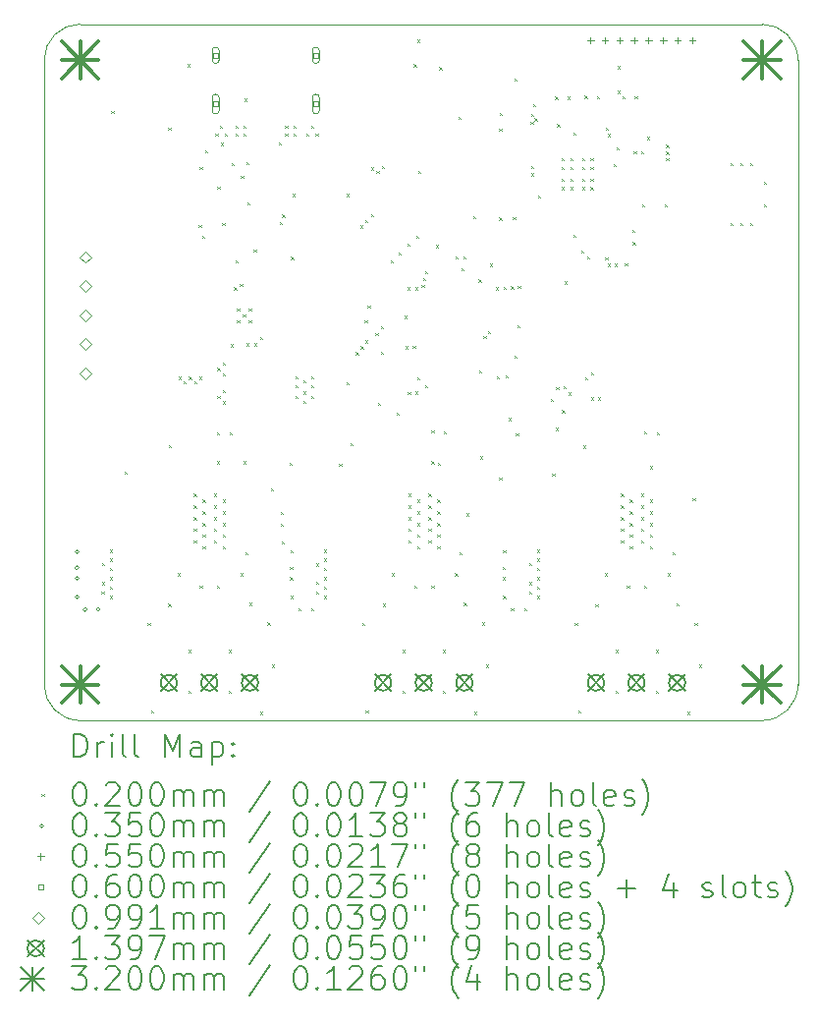
<source format=gbr>
%TF.GenerationSoftware,KiCad,Pcbnew,8.0.3*%
%TF.CreationDate,2024-09-21T17:26:52+02:00*%
%TF.ProjectId,SynchGaze_Motor_Control,53796e63-6847-4617-9a65-5f4d6f746f72,1.0*%
%TF.SameCoordinates,Original*%
%TF.FileFunction,Drillmap*%
%TF.FilePolarity,Positive*%
%FSLAX45Y45*%
G04 Gerber Fmt 4.5, Leading zero omitted, Abs format (unit mm)*
G04 Created by KiCad (PCBNEW 8.0.3) date 2024-09-21 17:26:52*
%MOMM*%
%LPD*%
G01*
G04 APERTURE LIST*
%ADD10C,0.050000*%
%ADD11C,0.200000*%
%ADD12C,0.100000*%
%ADD13C,0.139700*%
%ADD14C,0.320000*%
G04 APERTURE END LIST*
D10*
X3210000Y-8600000D02*
X9090000Y-8600000D01*
X9400000Y-8910000D02*
X9400000Y-14290000D01*
X3210000Y-14600000D02*
G75*
G02*
X2900000Y-14290000I0J310000D01*
G01*
X2900000Y-8910000D02*
G75*
G02*
X3210000Y-8600000I310000J0D01*
G01*
X9400000Y-14290000D02*
G75*
G02*
X9090000Y-14600000I-310000J0D01*
G01*
X2900000Y-14290000D02*
X2900000Y-8910000D01*
X9090000Y-8600000D02*
G75*
G02*
X9400000Y-8910000I0J-310000D01*
G01*
X9090000Y-14600000D02*
X3210000Y-14600000D01*
D11*
D12*
X3393600Y-13485020D02*
X3413600Y-13505020D01*
X3413600Y-13485020D02*
X3393600Y-13505020D01*
X3396140Y-13243720D02*
X3416140Y-13263720D01*
X3416140Y-13243720D02*
X3396140Y-13263720D01*
X3396140Y-13406280D02*
X3416140Y-13426280D01*
X3416140Y-13406280D02*
X3396140Y-13426280D01*
X3463840Y-13126400D02*
X3483840Y-13146400D01*
X3483840Y-13126400D02*
X3463840Y-13146400D01*
X3463840Y-13205140D02*
X3483840Y-13225140D01*
X3483840Y-13205140D02*
X3463840Y-13225140D01*
X3463840Y-13286420D02*
X3483840Y-13306420D01*
X3483840Y-13286420D02*
X3463840Y-13306420D01*
X3463840Y-13365160D02*
X3483840Y-13385160D01*
X3483840Y-13365160D02*
X3463840Y-13385160D01*
X3463840Y-13443900D02*
X3483840Y-13463900D01*
X3483840Y-13443900D02*
X3463840Y-13463900D01*
X3463840Y-13525180D02*
X3483840Y-13545180D01*
X3483840Y-13525180D02*
X3463840Y-13545180D01*
X3479960Y-9349900D02*
X3499960Y-9369900D01*
X3499960Y-9349900D02*
X3479960Y-9369900D01*
X3595920Y-12453780D02*
X3615920Y-12473780D01*
X3615920Y-12453780D02*
X3595920Y-12473780D01*
X3791500Y-13756320D02*
X3811500Y-13776320D01*
X3811500Y-13756320D02*
X3791500Y-13776320D01*
X3824520Y-14513240D02*
X3844520Y-14533240D01*
X3844520Y-14513240D02*
X3824520Y-14533240D01*
X3969300Y-13593760D02*
X3989300Y-13613760D01*
X3989300Y-13593760D02*
X3969300Y-13613760D01*
X3970180Y-9492140D02*
X3990180Y-9512140D01*
X3990180Y-9492140D02*
X3970180Y-9512140D01*
X3975260Y-12225180D02*
X3995260Y-12245180D01*
X3995260Y-12225180D02*
X3975260Y-12245180D01*
X4048040Y-13329600D02*
X4068040Y-13349600D01*
X4068040Y-13329600D02*
X4048040Y-13349600D01*
X4059080Y-11638440D02*
X4079080Y-11658440D01*
X4079080Y-11638440D02*
X4059080Y-11658440D01*
X4102260Y-11676540D02*
X4122260Y-11696540D01*
X4122260Y-11676540D02*
X4102260Y-11696540D01*
X4132740Y-8946040D02*
X4152740Y-8966040D01*
X4152740Y-8946040D02*
X4132740Y-8966040D01*
X4142020Y-13990000D02*
X4162020Y-14010000D01*
X4162020Y-13990000D02*
X4142020Y-14010000D01*
X4142020Y-14343060D02*
X4162020Y-14363060D01*
X4162020Y-14343060D02*
X4142020Y-14363060D01*
X4147980Y-11638440D02*
X4167980Y-11658440D01*
X4167980Y-11638440D02*
X4147980Y-11658440D01*
X4190280Y-12646340D02*
X4210280Y-12666340D01*
X4210280Y-12646340D02*
X4190280Y-12666340D01*
X4190280Y-12747940D02*
X4210280Y-12767940D01*
X4210280Y-12747940D02*
X4190280Y-12767940D01*
X4190280Y-12847000D02*
X4210280Y-12867000D01*
X4210280Y-12847000D02*
X4190280Y-12867000D01*
X4190280Y-12946060D02*
X4210280Y-12966060D01*
X4210280Y-12946060D02*
X4190280Y-12966060D01*
X4190280Y-13047660D02*
X4210280Y-13067660D01*
X4210280Y-13047660D02*
X4190280Y-13067660D01*
X4193700Y-11676540D02*
X4213700Y-11696540D01*
X4213700Y-11676540D02*
X4193700Y-11696540D01*
X4231800Y-10330340D02*
X4251800Y-10350340D01*
X4251800Y-10330340D02*
X4231800Y-10350340D01*
X4236880Y-11638440D02*
X4256880Y-11658440D01*
X4256880Y-11638440D02*
X4236880Y-11658440D01*
X4241080Y-13436280D02*
X4261080Y-13456280D01*
X4261080Y-13436280D02*
X4241080Y-13456280D01*
X4241392Y-9830528D02*
X4261392Y-9850528D01*
X4261392Y-9830528D02*
X4241392Y-9850528D01*
X4264820Y-10424320D02*
X4284820Y-10444320D01*
X4284820Y-10424320D02*
X4264820Y-10444320D01*
X4266480Y-12697140D02*
X4286480Y-12717140D01*
X4286480Y-12697140D02*
X4266480Y-12717140D01*
X4266480Y-12798740D02*
X4286480Y-12818740D01*
X4286480Y-12798740D02*
X4266480Y-12818740D01*
X4266480Y-12897800D02*
X4286480Y-12917800D01*
X4286480Y-12897800D02*
X4266480Y-12917800D01*
X4266480Y-12996860D02*
X4286480Y-13016860D01*
X4286480Y-12996860D02*
X4266480Y-13016860D01*
X4266480Y-13098460D02*
X4286480Y-13118460D01*
X4286480Y-13098460D02*
X4266480Y-13118460D01*
X4285140Y-9685180D02*
X4305140Y-9705180D01*
X4305140Y-9685180D02*
X4285140Y-9705180D01*
X4365540Y-12646340D02*
X4385540Y-12666340D01*
X4385540Y-12646340D02*
X4365540Y-12666340D01*
X4365540Y-12747940D02*
X4385540Y-12767940D01*
X4385540Y-12747940D02*
X4365540Y-12767940D01*
X4365540Y-12847000D02*
X4385540Y-12867000D01*
X4385540Y-12847000D02*
X4365540Y-12867000D01*
X4365540Y-12946060D02*
X4385540Y-12966060D01*
X4385540Y-12946060D02*
X4365540Y-12966060D01*
X4365540Y-13047660D02*
X4385540Y-13067660D01*
X4385540Y-13047660D02*
X4365540Y-13067660D01*
X4376580Y-9540400D02*
X4396580Y-9560400D01*
X4396580Y-9540400D02*
X4376580Y-9560400D01*
X4390940Y-13436280D02*
X4410940Y-13456280D01*
X4410940Y-13436280D02*
X4390940Y-13456280D01*
X4391029Y-12364400D02*
X4411029Y-12384400D01*
X4411029Y-12364400D02*
X4391029Y-12384400D01*
X4391820Y-12113420D02*
X4411820Y-12133420D01*
X4411820Y-12113420D02*
X4391820Y-12133420D01*
X4393280Y-9998717D02*
X4413280Y-10018717D01*
X4413280Y-9998717D02*
X4393280Y-10018717D01*
X4394360Y-11562240D02*
X4414360Y-11582240D01*
X4414360Y-11562240D02*
X4394360Y-11582240D01*
X4394360Y-11803540D02*
X4414360Y-11823540D01*
X4414360Y-11803540D02*
X4394360Y-11823540D01*
X4417220Y-9476900D02*
X4437220Y-9496900D01*
X4437220Y-9476900D02*
X4417220Y-9496900D01*
X4424840Y-9621680D02*
X4444840Y-9641680D01*
X4444840Y-9621680D02*
X4424840Y-9641680D01*
X4435000Y-10310020D02*
X4455000Y-10330020D01*
X4455000Y-10310020D02*
X4435000Y-10330020D01*
X4440080Y-11516520D02*
X4460080Y-11536520D01*
X4460080Y-11516520D02*
X4440080Y-11536520D01*
X4440080Y-11607960D02*
X4460080Y-11627960D01*
X4460080Y-11607960D02*
X4440080Y-11627960D01*
X4440080Y-11752740D02*
X4460080Y-11772740D01*
X4460080Y-11752740D02*
X4440080Y-11772740D01*
X4440080Y-11849260D02*
X4460080Y-11869260D01*
X4460080Y-11849260D02*
X4440080Y-11869260D01*
X4441740Y-12697140D02*
X4461740Y-12717140D01*
X4461740Y-12697140D02*
X4441740Y-12717140D01*
X4441740Y-12798740D02*
X4461740Y-12818740D01*
X4461740Y-12798740D02*
X4441740Y-12818740D01*
X4441740Y-12897800D02*
X4461740Y-12917800D01*
X4461740Y-12897800D02*
X4441740Y-12917800D01*
X4441740Y-12996860D02*
X4461740Y-13016860D01*
X4461740Y-12996860D02*
X4441740Y-13016860D01*
X4441740Y-13098460D02*
X4461740Y-13118460D01*
X4461740Y-13098460D02*
X4441740Y-13118460D01*
X4457860Y-9540400D02*
X4477860Y-9560400D01*
X4477860Y-9540400D02*
X4457860Y-9560400D01*
X4490000Y-13990000D02*
X4510000Y-14010000D01*
X4510000Y-13990000D02*
X4490000Y-14010000D01*
X4490000Y-14343060D02*
X4510000Y-14363060D01*
X4510000Y-14343060D02*
X4490000Y-14363060D01*
X4501040Y-12113420D02*
X4521040Y-12133420D01*
X4521040Y-12113420D02*
X4501040Y-12133420D01*
X4508660Y-11359040D02*
X4528660Y-11379040D01*
X4528660Y-11359040D02*
X4508660Y-11379040D01*
X4516280Y-9794400D02*
X4536280Y-9814400D01*
X4536280Y-9794400D02*
X4516280Y-9814400D01*
X4536600Y-10866280D02*
X4556600Y-10886280D01*
X4556600Y-10866280D02*
X4536600Y-10886280D01*
X4549300Y-9471820D02*
X4569300Y-9491820D01*
X4569300Y-9471820D02*
X4549300Y-9491820D01*
X4549300Y-9540400D02*
X4569300Y-9560400D01*
X4569300Y-9540400D02*
X4549300Y-9560400D01*
X4549300Y-10632600D02*
X4569300Y-10652600D01*
X4569300Y-10632600D02*
X4549300Y-10652600D01*
X4562000Y-11046620D02*
X4582000Y-11066620D01*
X4582000Y-11046620D02*
X4562000Y-11066620D01*
X4562000Y-11148220D02*
X4582000Y-11168220D01*
X4582000Y-11148220D02*
X4562000Y-11168220D01*
X4587400Y-10838340D02*
X4607400Y-10858340D01*
X4607400Y-10838340D02*
X4587400Y-10858340D01*
X4594140Y-13329600D02*
X4614140Y-13349600D01*
X4614140Y-13329600D02*
X4594140Y-13349600D01*
X4597560Y-9908700D02*
X4617560Y-9928700D01*
X4617560Y-9908700D02*
X4597560Y-9928700D01*
X4612800Y-11097420D02*
X4632800Y-11117420D01*
X4632800Y-11097420D02*
X4612800Y-11117420D01*
X4617880Y-12364880D02*
X4637880Y-12384880D01*
X4637880Y-12364880D02*
X4617880Y-12384880D01*
X4620420Y-9471820D02*
X4640420Y-9491820D01*
X4640420Y-9471820D02*
X4620420Y-9491820D01*
X4620420Y-9540400D02*
X4640420Y-9560400D01*
X4640420Y-9540400D02*
X4620420Y-9560400D01*
X4625870Y-9240680D02*
X4645870Y-9260680D01*
X4645870Y-9240680D02*
X4625870Y-9260680D01*
X4633120Y-13147200D02*
X4653120Y-13167200D01*
X4653120Y-13147200D02*
X4633120Y-13167200D01*
X4640740Y-11348880D02*
X4660740Y-11368880D01*
X4660740Y-11348880D02*
X4640740Y-11368880D01*
X4645820Y-9786780D02*
X4665820Y-9806780D01*
X4665820Y-9786780D02*
X4645820Y-9806780D01*
X4650900Y-10134760D02*
X4670900Y-10154760D01*
X4670900Y-10134760D02*
X4650900Y-10154760D01*
X4663600Y-11046620D02*
X4683600Y-11066620D01*
X4683600Y-11046620D02*
X4663600Y-11066620D01*
X4663600Y-11148220D02*
X4683600Y-11168220D01*
X4683600Y-11148220D02*
X4663600Y-11168220D01*
X4670340Y-13586140D02*
X4690340Y-13606140D01*
X4690340Y-13586140D02*
X4670340Y-13606140D01*
X4706780Y-10538620D02*
X4726780Y-10558620D01*
X4726780Y-10538620D02*
X4706780Y-10558620D01*
X4711860Y-11348880D02*
X4731860Y-11368880D01*
X4731860Y-11348880D02*
X4711860Y-11368880D01*
X4759240Y-14525940D02*
X4779240Y-14545940D01*
X4779240Y-14525940D02*
X4759240Y-14545940D01*
X4760120Y-11295540D02*
X4780120Y-11315540D01*
X4780120Y-11295540D02*
X4760120Y-11315540D01*
X4825280Y-13753780D02*
X4845280Y-13773780D01*
X4845280Y-13753780D02*
X4825280Y-13773780D01*
X4853340Y-12596888D02*
X4873340Y-12616888D01*
X4873340Y-12596888D02*
X4853340Y-12616888D01*
X4860840Y-14119540D02*
X4880840Y-14139540D01*
X4880840Y-14119540D02*
X4860840Y-14139540D01*
X4921080Y-9618200D02*
X4941080Y-9638200D01*
X4941080Y-9618200D02*
X4921080Y-9638200D01*
X4932840Y-10302400D02*
X4952840Y-10322400D01*
X4952840Y-10302400D02*
X4932840Y-10322400D01*
X4937920Y-12804300D02*
X4957920Y-12824300D01*
X4957920Y-12804300D02*
X4937920Y-12824300D01*
X4940460Y-12905900D02*
X4960460Y-12925900D01*
X4960460Y-12905900D02*
X4940460Y-12925900D01*
X4950620Y-13053220D02*
X4970620Y-13073220D01*
X4970620Y-13053220D02*
X4950620Y-13073220D01*
X4953160Y-10241440D02*
X4973160Y-10261440D01*
X4973160Y-10241440D02*
X4953160Y-10261440D01*
X4978560Y-9471820D02*
X4998560Y-9491820D01*
X4998560Y-9471820D02*
X4978560Y-9491820D01*
X4978560Y-9540400D02*
X4998560Y-9560400D01*
X4998560Y-9540400D02*
X4978560Y-9560400D01*
X5014120Y-12377580D02*
X5034120Y-12397580D01*
X5034120Y-12377580D02*
X5014120Y-12397580D01*
X5019720Y-13273720D02*
X5039720Y-13293720D01*
X5039720Y-13273720D02*
X5019720Y-13293720D01*
X5019720Y-13365160D02*
X5039720Y-13385160D01*
X5039720Y-13365160D02*
X5019720Y-13385160D01*
X5022260Y-13134020D02*
X5042260Y-13154020D01*
X5042260Y-13134020D02*
X5022260Y-13154020D01*
X5022260Y-13525180D02*
X5042260Y-13545180D01*
X5042260Y-13525180D02*
X5022260Y-13545180D01*
X5029360Y-10604660D02*
X5049360Y-10624660D01*
X5049360Y-10604660D02*
X5029360Y-10624660D01*
X5039520Y-10063640D02*
X5059520Y-10083640D01*
X5059520Y-10063640D02*
X5039520Y-10083640D01*
X5049680Y-9471820D02*
X5069680Y-9491820D01*
X5069680Y-9471820D02*
X5049680Y-9491820D01*
X5049680Y-9540400D02*
X5069680Y-9560400D01*
X5069680Y-9540400D02*
X5049680Y-9560400D01*
X5064920Y-11630820D02*
X5084920Y-11650820D01*
X5084920Y-11630820D02*
X5064920Y-11650820D01*
X5064920Y-11709560D02*
X5084920Y-11729560D01*
X5084920Y-11709560D02*
X5064920Y-11729560D01*
X5064920Y-11803540D02*
X5084920Y-11823540D01*
X5084920Y-11803540D02*
X5064920Y-11823540D01*
X5090840Y-13631860D02*
X5110840Y-13651860D01*
X5110840Y-13631860D02*
X5090840Y-13651860D01*
X5133500Y-11668920D02*
X5153500Y-11688920D01*
X5153500Y-11668920D02*
X5133500Y-11688920D01*
X5133500Y-11765440D02*
X5153500Y-11785440D01*
X5153500Y-11765440D02*
X5133500Y-11785440D01*
X5133500Y-11844180D02*
X5153500Y-11864180D01*
X5153500Y-11844180D02*
X5133500Y-11864180D01*
X5158900Y-9540400D02*
X5178900Y-9560400D01*
X5178900Y-9540400D02*
X5158900Y-9560400D01*
X5199540Y-9476900D02*
X5219540Y-9496900D01*
X5219540Y-9476900D02*
X5199540Y-9496900D01*
X5202080Y-11630820D02*
X5222080Y-11650820D01*
X5222080Y-11630820D02*
X5202080Y-11650820D01*
X5202080Y-11709560D02*
X5222080Y-11729560D01*
X5222080Y-11709560D02*
X5202080Y-11729560D01*
X5202080Y-11803540D02*
X5222080Y-11823540D01*
X5222080Y-11803540D02*
X5202080Y-11823540D01*
X5202600Y-13631860D02*
X5222600Y-13651860D01*
X5222600Y-13631860D02*
X5202600Y-13651860D01*
X5240180Y-9540400D02*
X5260180Y-9560400D01*
X5260180Y-9540400D02*
X5240180Y-9560400D01*
X5245260Y-13246260D02*
X5265260Y-13266260D01*
X5265260Y-13246260D02*
X5245260Y-13266260D01*
X5245260Y-13403740D02*
X5265260Y-13423740D01*
X5265260Y-13403740D02*
X5245260Y-13423740D01*
X5245260Y-13485020D02*
X5265260Y-13505020D01*
X5265260Y-13485020D02*
X5245260Y-13505020D01*
X5311820Y-13126400D02*
X5331820Y-13146400D01*
X5331820Y-13126400D02*
X5311820Y-13146400D01*
X5311820Y-13205140D02*
X5331820Y-13225140D01*
X5331820Y-13205140D02*
X5311820Y-13225140D01*
X5311820Y-13286420D02*
X5331820Y-13306420D01*
X5331820Y-13286420D02*
X5311820Y-13306420D01*
X5311820Y-13365160D02*
X5331820Y-13385160D01*
X5331820Y-13365160D02*
X5311820Y-13385160D01*
X5311820Y-13443900D02*
X5331820Y-13463900D01*
X5331820Y-13443900D02*
X5311820Y-13463900D01*
X5311820Y-13525180D02*
X5331820Y-13545180D01*
X5331820Y-13525180D02*
X5311820Y-13545180D01*
X5443380Y-12387740D02*
X5463380Y-12407740D01*
X5463380Y-12387740D02*
X5443380Y-12407740D01*
X5506880Y-10063640D02*
X5526880Y-10083640D01*
X5526880Y-10063640D02*
X5506880Y-10083640D01*
X5506880Y-11684160D02*
X5526880Y-11704160D01*
X5526880Y-11684160D02*
X5506880Y-11704160D01*
X5538630Y-12211210D02*
X5558630Y-12231210D01*
X5558630Y-12211210D02*
X5538630Y-12231210D01*
X5588300Y-11425080D02*
X5608300Y-11445080D01*
X5608300Y-11425080D02*
X5588300Y-11445080D01*
X5622704Y-10332880D02*
X5642704Y-10352880D01*
X5642704Y-10332880D02*
X5622704Y-10352880D01*
X5628300Y-11374280D02*
X5648300Y-11394280D01*
X5648300Y-11374280D02*
X5628300Y-11394280D01*
X5640620Y-13756320D02*
X5660620Y-13776320D01*
X5660620Y-13756320D02*
X5640620Y-13776320D01*
X5664360Y-11150760D02*
X5684360Y-11170760D01*
X5684360Y-11150760D02*
X5664360Y-11170760D01*
X5668300Y-11323363D02*
X5688300Y-11343363D01*
X5688300Y-11323363D02*
X5668300Y-11343363D01*
X5670204Y-10287160D02*
X5690204Y-10307160D01*
X5690204Y-10287160D02*
X5670204Y-10307160D01*
X5672500Y-14513240D02*
X5692500Y-14533240D01*
X5692500Y-14513240D02*
X5672500Y-14533240D01*
X5689760Y-11021220D02*
X5709760Y-11041220D01*
X5709760Y-11021220D02*
X5689760Y-11041220D01*
X5717700Y-9835040D02*
X5737700Y-9855040D01*
X5737700Y-9835040D02*
X5717700Y-9855040D01*
X5717700Y-10233820D02*
X5737700Y-10253820D01*
X5737700Y-10233820D02*
X5717700Y-10253820D01*
X5755800Y-11262520D02*
X5775800Y-11282520D01*
X5775800Y-11262520D02*
X5755800Y-11282520D01*
X5765200Y-9862980D02*
X5785200Y-9882980D01*
X5785200Y-9862980D02*
X5765200Y-9882980D01*
X5776441Y-11863462D02*
X5796441Y-11883462D01*
X5796441Y-11863462D02*
X5776441Y-11883462D01*
X5803300Y-11199020D02*
X5823300Y-11219020D01*
X5823300Y-11199020D02*
X5803300Y-11219020D01*
X5803300Y-11422540D02*
X5823300Y-11442540D01*
X5823300Y-11422540D02*
X5803300Y-11442540D01*
X5812700Y-9822382D02*
X5832700Y-9842382D01*
X5832700Y-9822382D02*
X5812700Y-9842382D01*
X5818420Y-13593760D02*
X5838420Y-13613760D01*
X5838420Y-13593760D02*
X5818420Y-13613760D01*
X5885608Y-10635408D02*
X5905608Y-10655408D01*
X5905608Y-10635408D02*
X5885608Y-10655408D01*
X5896020Y-13329600D02*
X5916020Y-13349600D01*
X5916020Y-13329600D02*
X5896020Y-13349600D01*
X5939960Y-11945780D02*
X5959960Y-11965780D01*
X5959960Y-11945780D02*
X5939960Y-11965780D01*
X5956728Y-10564288D02*
X5976728Y-10584288D01*
X5976728Y-10564288D02*
X5956728Y-10584288D01*
X5990000Y-13990000D02*
X6010000Y-14010000D01*
X6010000Y-13990000D02*
X5990000Y-14010000D01*
X5990000Y-14343060D02*
X6010000Y-14363060D01*
X6010000Y-14343060D02*
X5990000Y-14363060D01*
X6007260Y-11112660D02*
X6027260Y-11132660D01*
X6027260Y-11112660D02*
X6007260Y-11132660D01*
X6017420Y-11375040D02*
X6037420Y-11395040D01*
X6037420Y-11375040D02*
X6017420Y-11395040D01*
X6032660Y-10487820D02*
X6052660Y-10507820D01*
X6052660Y-10487820D02*
X6032660Y-10507820D01*
X6033739Y-10867741D02*
X6053739Y-10887741D01*
X6053739Y-10867741D02*
X6033739Y-10887741D01*
X6034960Y-11767980D02*
X6054960Y-11787980D01*
X6054960Y-11767980D02*
X6034960Y-11787980D01*
X6038260Y-12646340D02*
X6058260Y-12666340D01*
X6058260Y-12646340D02*
X6038260Y-12666340D01*
X6038260Y-12747940D02*
X6058260Y-12767940D01*
X6058260Y-12747940D02*
X6038260Y-12767940D01*
X6038260Y-12847000D02*
X6058260Y-12867000D01*
X6058260Y-12847000D02*
X6038260Y-12867000D01*
X6038260Y-12946060D02*
X6058260Y-12966060D01*
X6058260Y-12946060D02*
X6038260Y-12966060D01*
X6038260Y-13047660D02*
X6058260Y-13067660D01*
X6058260Y-13047660D02*
X6038260Y-13067660D01*
X6077710Y-11371070D02*
X6097710Y-11391070D01*
X6097710Y-11371070D02*
X6077710Y-11391070D01*
X6086000Y-8946040D02*
X6106000Y-8966040D01*
X6106000Y-8946040D02*
X6086000Y-8966040D01*
X6089060Y-13436280D02*
X6109060Y-13456280D01*
X6109060Y-13436280D02*
X6089060Y-13456280D01*
X6099077Y-10865903D02*
X6119077Y-10885903D01*
X6119077Y-10865903D02*
X6099077Y-10885903D01*
X6099845Y-11765690D02*
X6119845Y-11785690D01*
X6119845Y-11765690D02*
X6099845Y-11785690D01*
X6106320Y-10421780D02*
X6126320Y-10441780D01*
X6126320Y-10421780D02*
X6106320Y-10441780D01*
X6114460Y-12697140D02*
X6134460Y-12717140D01*
X6134460Y-12697140D02*
X6114460Y-12717140D01*
X6114460Y-12798740D02*
X6134460Y-12818740D01*
X6134460Y-12798740D02*
X6114460Y-12818740D01*
X6114460Y-12897800D02*
X6134460Y-12917800D01*
X6134460Y-12897800D02*
X6114460Y-12917800D01*
X6114460Y-12996860D02*
X6134460Y-13016860D01*
X6134460Y-12996860D02*
X6114460Y-13016860D01*
X6114460Y-13098460D02*
X6134460Y-13118460D01*
X6134460Y-13098460D02*
X6114460Y-13118460D01*
X6116480Y-11640980D02*
X6136480Y-11660980D01*
X6136480Y-11640980D02*
X6116480Y-11660980D01*
X6119020Y-8732680D02*
X6139020Y-8752680D01*
X6139020Y-8732680D02*
X6119020Y-8752680D01*
X6126640Y-9862980D02*
X6146640Y-9882980D01*
X6146640Y-9862980D02*
X6126640Y-9882980D01*
X6154580Y-10845960D02*
X6174580Y-10865960D01*
X6174580Y-10845960D02*
X6154580Y-10865960D01*
X6169206Y-10787540D02*
X6189206Y-10807540D01*
X6189206Y-10787540D02*
X6169206Y-10807540D01*
X6181497Y-10729120D02*
X6201497Y-10749120D01*
X6201497Y-10729120D02*
X6181497Y-10749120D01*
X6185060Y-11709560D02*
X6205060Y-11729560D01*
X6205060Y-11709560D02*
X6185060Y-11729560D01*
X6213520Y-12646340D02*
X6233520Y-12666340D01*
X6233520Y-12646340D02*
X6213520Y-12666340D01*
X6213520Y-12747940D02*
X6233520Y-12767940D01*
X6233520Y-12747940D02*
X6213520Y-12767940D01*
X6213520Y-12847000D02*
X6233520Y-12867000D01*
X6233520Y-12847000D02*
X6213520Y-12867000D01*
X6213520Y-12946060D02*
X6233520Y-12966060D01*
X6233520Y-12946060D02*
X6213520Y-12966060D01*
X6213520Y-13047660D02*
X6233520Y-13067660D01*
X6233520Y-13047660D02*
X6213520Y-13067660D01*
X6238920Y-12098700D02*
X6258920Y-12118700D01*
X6258920Y-12098700D02*
X6238920Y-12118700D01*
X6238920Y-13436280D02*
X6258920Y-13456280D01*
X6258920Y-13436280D02*
X6238920Y-13456280D01*
X6239009Y-12364400D02*
X6259009Y-12384400D01*
X6259009Y-12364400D02*
X6239009Y-12384400D01*
X6276500Y-10503060D02*
X6296500Y-10523060D01*
X6296500Y-10503060D02*
X6276500Y-10523060D01*
X6289720Y-12697140D02*
X6309720Y-12717140D01*
X6309720Y-12697140D02*
X6289720Y-12717140D01*
X6289720Y-12798740D02*
X6309720Y-12818740D01*
X6309720Y-12798740D02*
X6289720Y-12818740D01*
X6289720Y-12897800D02*
X6309720Y-12917800D01*
X6309720Y-12897800D02*
X6289720Y-12917800D01*
X6289720Y-12996860D02*
X6309720Y-13016860D01*
X6309720Y-12996860D02*
X6289720Y-13016860D01*
X6289720Y-13098460D02*
X6309720Y-13118460D01*
X6309720Y-13098460D02*
X6289720Y-13118460D01*
X6292136Y-12378633D02*
X6312136Y-12398633D01*
X6312136Y-12378633D02*
X6292136Y-12398633D01*
X6306980Y-8971440D02*
X6326980Y-8991440D01*
X6326980Y-8971440D02*
X6306980Y-8991440D01*
X6337980Y-13990000D02*
X6357980Y-14010000D01*
X6357980Y-13990000D02*
X6337980Y-14010000D01*
X6337980Y-14343060D02*
X6357980Y-14363060D01*
X6357980Y-14343060D02*
X6337980Y-14363060D01*
X6347620Y-12105800D02*
X6367620Y-12125800D01*
X6367620Y-12105800D02*
X6347620Y-12125800D01*
X6442120Y-13329600D02*
X6462120Y-13349600D01*
X6462120Y-13329600D02*
X6442120Y-13349600D01*
X6449220Y-10602120D02*
X6469220Y-10622120D01*
X6469220Y-10602120D02*
X6449220Y-10622120D01*
X6474620Y-9398160D02*
X6494620Y-9418160D01*
X6494620Y-9398160D02*
X6474620Y-9418160D01*
X6482240Y-13147200D02*
X6502240Y-13167200D01*
X6502240Y-13147200D02*
X6482240Y-13167200D01*
X6500020Y-10701180D02*
X6520020Y-10721180D01*
X6520020Y-10701180D02*
X6500020Y-10721180D01*
X6512720Y-10602120D02*
X6532720Y-10622120D01*
X6532720Y-10602120D02*
X6512720Y-10622120D01*
X6519460Y-13586140D02*
X6539460Y-13606140D01*
X6539460Y-13586140D02*
X6519460Y-13606140D01*
X6539958Y-12813758D02*
X6559958Y-12833758D01*
X6559958Y-12813758D02*
X6539958Y-12833758D01*
X6601620Y-10254140D02*
X6621620Y-10274140D01*
X6621620Y-10254140D02*
X6601620Y-10274140D01*
X6607220Y-14525940D02*
X6627220Y-14545940D01*
X6627220Y-14525940D02*
X6607220Y-14545940D01*
X6645524Y-10799516D02*
X6665524Y-10819516D01*
X6665524Y-10799516D02*
X6645524Y-10819516D01*
X6652420Y-11585100D02*
X6672420Y-11605100D01*
X6672420Y-11585100D02*
X6652420Y-11605100D01*
X6656572Y-12324452D02*
X6676572Y-12344452D01*
X6676572Y-12324452D02*
X6656572Y-12344452D01*
X6674400Y-13753780D02*
X6694400Y-13773780D01*
X6694400Y-13753780D02*
X6674400Y-13773780D01*
X6688706Y-11286133D02*
X6708706Y-11306133D01*
X6708706Y-11286133D02*
X6688706Y-11306133D01*
X6708820Y-14119540D02*
X6728820Y-14139540D01*
X6728820Y-14119540D02*
X6708820Y-14139540D01*
X6726835Y-11246495D02*
X6746835Y-11266495D01*
X6746835Y-11246495D02*
X6726835Y-11266495D01*
X6741320Y-10663080D02*
X6761320Y-10683080D01*
X6761320Y-10663080D02*
X6741320Y-10683080D01*
X6791095Y-10867305D02*
X6811095Y-10887305D01*
X6811095Y-10867305D02*
X6791095Y-10887305D01*
X6802280Y-11633360D02*
X6822280Y-11653360D01*
X6822280Y-11633360D02*
X6802280Y-11653360D01*
X6822600Y-9497220D02*
X6842600Y-9517220D01*
X6842600Y-9497220D02*
X6822600Y-9517220D01*
X6822600Y-10266840D02*
X6842600Y-10286840D01*
X6842600Y-10266840D02*
X6822600Y-10286840D01*
X6822600Y-12504580D02*
X6842600Y-12524580D01*
X6842600Y-12504580D02*
X6822600Y-12524580D01*
X6827680Y-9362220D02*
X6847680Y-9382220D01*
X6847680Y-9362220D02*
X6827680Y-9382220D01*
X6854720Y-13273720D02*
X6874720Y-13293720D01*
X6874720Y-13273720D02*
X6854720Y-13293720D01*
X6854720Y-13365160D02*
X6874720Y-13385160D01*
X6874720Y-13365160D02*
X6854720Y-13385160D01*
X6857260Y-13134020D02*
X6877260Y-13154020D01*
X6877260Y-13134020D02*
X6857260Y-13154020D01*
X6857260Y-13525180D02*
X6877260Y-13545180D01*
X6877260Y-13525180D02*
X6857260Y-13545180D01*
X6862538Y-10863038D02*
X6882538Y-10883038D01*
X6882538Y-10863038D02*
X6862538Y-10883038D01*
X6878480Y-11623200D02*
X6898480Y-11643200D01*
X6898480Y-11623200D02*
X6878480Y-11643200D01*
X6901340Y-11994040D02*
X6921340Y-12014040D01*
X6921340Y-11994040D02*
X6901340Y-12014040D01*
X6923827Y-10858317D02*
X6943827Y-10878317D01*
X6943827Y-10858317D02*
X6923827Y-10878317D01*
X6925840Y-13631860D02*
X6945840Y-13651860D01*
X6945840Y-13631860D02*
X6925840Y-13651860D01*
X6941980Y-10264300D02*
X6961980Y-10284300D01*
X6961980Y-10264300D02*
X6941980Y-10284300D01*
X6952140Y-11453020D02*
X6972140Y-11473020D01*
X6972140Y-11453020D02*
X6952140Y-11473020D01*
X6954680Y-9070500D02*
X6974680Y-9090500D01*
X6974680Y-9070500D02*
X6954680Y-9090500D01*
X6967380Y-12123580D02*
X6987380Y-12143580D01*
X6987380Y-12123580D02*
X6967380Y-12143580D01*
X6982620Y-11193180D02*
X7002620Y-11213180D01*
X7002620Y-11193180D02*
X6982620Y-11213180D01*
X6984300Y-10854413D02*
X7004300Y-10874413D01*
X7004300Y-10854413D02*
X6984300Y-10874413D01*
X7037600Y-13631860D02*
X7057600Y-13651860D01*
X7057600Y-13631860D02*
X7037600Y-13651860D01*
X7081680Y-13243720D02*
X7101680Y-13263720D01*
X7101680Y-13243720D02*
X7081680Y-13263720D01*
X7081680Y-13406280D02*
X7101680Y-13426280D01*
X7101680Y-13406280D02*
X7081680Y-13426280D01*
X7081680Y-13485020D02*
X7101680Y-13505020D01*
X7101680Y-13485020D02*
X7081680Y-13505020D01*
X7094380Y-9438800D02*
X7114380Y-9458800D01*
X7114380Y-9438800D02*
X7094380Y-9458800D01*
X7096160Y-9885272D02*
X7116160Y-9905272D01*
X7116160Y-9885272D02*
X7096160Y-9905272D01*
X7097081Y-9819018D02*
X7117081Y-9839018D01*
X7117081Y-9819018D02*
X7097081Y-9839018D01*
X7099460Y-9375300D02*
X7119460Y-9395300D01*
X7119460Y-9375300D02*
X7099460Y-9395300D01*
X7117240Y-9288940D02*
X7137240Y-9308940D01*
X7137240Y-9288940D02*
X7117240Y-9308940D01*
X7127400Y-9410860D02*
X7147400Y-9430860D01*
X7147400Y-9410860D02*
X7127400Y-9430860D01*
X7146820Y-13126400D02*
X7166820Y-13146400D01*
X7166820Y-13126400D02*
X7146820Y-13146400D01*
X7146820Y-13205140D02*
X7166820Y-13225140D01*
X7166820Y-13205140D02*
X7146820Y-13225140D01*
X7146820Y-13286420D02*
X7166820Y-13306420D01*
X7166820Y-13286420D02*
X7146820Y-13306420D01*
X7146820Y-13365160D02*
X7166820Y-13385160D01*
X7166820Y-13365160D02*
X7146820Y-13385160D01*
X7146820Y-13443900D02*
X7166820Y-13463900D01*
X7166820Y-13443900D02*
X7146820Y-13463900D01*
X7146820Y-13525180D02*
X7166820Y-13545180D01*
X7166820Y-13525180D02*
X7146820Y-13545180D01*
X7155340Y-10073800D02*
X7175340Y-10093800D01*
X7175340Y-10073800D02*
X7155340Y-10093800D01*
X7267995Y-11828940D02*
X7287995Y-11848940D01*
X7287995Y-11828940D02*
X7267995Y-11848940D01*
X7279800Y-12469020D02*
X7299800Y-12489020D01*
X7299800Y-12469020D02*
X7279800Y-12489020D01*
X7305200Y-9225440D02*
X7325200Y-9245440D01*
X7325200Y-9225440D02*
X7305200Y-9245440D01*
X7307740Y-12077860D02*
X7327740Y-12097860D01*
X7327740Y-12077860D02*
X7307740Y-12097860D01*
X7315495Y-11724665D02*
X7335495Y-11744665D01*
X7335495Y-11724665D02*
X7315495Y-11744665D01*
X7322980Y-9462376D02*
X7342980Y-9482376D01*
X7342980Y-9462376D02*
X7322980Y-9482376D01*
X7361080Y-9753760D02*
X7381080Y-9773760D01*
X7381080Y-9753760D02*
X7361080Y-9773760D01*
X7361080Y-9827420D02*
X7381080Y-9847420D01*
X7381080Y-9827420D02*
X7361080Y-9847420D01*
X7361080Y-9929020D02*
X7381080Y-9949020D01*
X7381080Y-9929020D02*
X7361080Y-9949020D01*
X7361080Y-10002680D02*
X7381080Y-10022680D01*
X7381080Y-10002680D02*
X7361080Y-10022680D01*
X7365458Y-11924758D02*
X7385458Y-11944758D01*
X7385458Y-11924758D02*
X7365458Y-11944758D01*
X7377022Y-11719018D02*
X7397022Y-11739018D01*
X7397022Y-11719018D02*
X7377022Y-11739018D01*
X7389020Y-10815480D02*
X7409020Y-10835480D01*
X7409020Y-10815480D02*
X7389020Y-10835480D01*
X7409340Y-9225440D02*
X7429340Y-9245440D01*
X7429340Y-9225440D02*
X7409340Y-9245440D01*
X7419265Y-11774200D02*
X7439265Y-11794200D01*
X7439265Y-11774200D02*
X7419265Y-11794200D01*
X7434740Y-9753760D02*
X7454740Y-9773760D01*
X7454740Y-9753760D02*
X7434740Y-9773760D01*
X7434740Y-9827420D02*
X7454740Y-9847420D01*
X7454740Y-9827420D02*
X7434740Y-9847420D01*
X7434740Y-9929020D02*
X7454740Y-9949020D01*
X7454740Y-9929020D02*
X7434740Y-9949020D01*
X7434740Y-10002680D02*
X7454740Y-10022680D01*
X7454740Y-10002680D02*
X7434740Y-10022680D01*
X7462680Y-9532780D02*
X7482680Y-9552780D01*
X7482680Y-9532780D02*
X7462680Y-9552780D01*
X7462680Y-10411620D02*
X7482680Y-10431620D01*
X7482680Y-10411620D02*
X7462680Y-10431620D01*
X7474500Y-13758860D02*
X7494500Y-13778860D01*
X7494500Y-13758860D02*
X7474500Y-13778860D01*
X7507500Y-14513240D02*
X7527500Y-14533240D01*
X7527500Y-14513240D02*
X7507500Y-14533240D01*
X7528720Y-10548780D02*
X7548720Y-10568780D01*
X7548720Y-10548780D02*
X7528720Y-10568780D01*
X7536340Y-9753760D02*
X7556340Y-9773760D01*
X7556340Y-9753760D02*
X7536340Y-9773760D01*
X7536340Y-9827420D02*
X7556340Y-9847420D01*
X7556340Y-9827420D02*
X7536340Y-9847420D01*
X7536340Y-9929020D02*
X7556340Y-9949020D01*
X7556340Y-9929020D02*
X7536340Y-9949020D01*
X7536340Y-10002680D02*
X7556340Y-10022680D01*
X7556340Y-10002680D02*
X7536340Y-10022680D01*
X7546500Y-12230260D02*
X7566500Y-12250260D01*
X7566500Y-12230260D02*
X7546500Y-12250260D01*
X7559200Y-9215280D02*
X7579200Y-9235280D01*
X7579200Y-9215280D02*
X7559200Y-9235280D01*
X7566175Y-11639200D02*
X7586175Y-11659200D01*
X7586175Y-11639200D02*
X7566175Y-11659200D01*
X7582060Y-10599580D02*
X7602060Y-10619580D01*
X7602060Y-10599580D02*
X7582060Y-10619580D01*
X7610000Y-9753760D02*
X7630000Y-9773760D01*
X7630000Y-9753760D02*
X7610000Y-9773760D01*
X7610000Y-9827420D02*
X7630000Y-9847420D01*
X7630000Y-9827420D02*
X7610000Y-9847420D01*
X7610000Y-9929020D02*
X7630000Y-9949020D01*
X7630000Y-9929020D02*
X7610000Y-9949020D01*
X7610000Y-10002680D02*
X7630000Y-10022680D01*
X7630000Y-10002680D02*
X7610000Y-10022680D01*
X7614527Y-11599200D02*
X7634527Y-11619200D01*
X7634527Y-11599200D02*
X7614527Y-11619200D01*
X7615080Y-11814200D02*
X7635080Y-11834200D01*
X7635080Y-11814200D02*
X7615080Y-11834200D01*
X7652300Y-13596300D02*
X7672300Y-13616300D01*
X7672300Y-13596300D02*
X7652300Y-13616300D01*
X7668420Y-9222900D02*
X7688420Y-9242900D01*
X7688420Y-9222900D02*
X7668420Y-9242900D01*
X7675088Y-11814200D02*
X7695088Y-11834200D01*
X7695088Y-11814200D02*
X7675088Y-11834200D01*
X7731020Y-13329600D02*
X7751020Y-13349600D01*
X7751020Y-13329600D02*
X7731020Y-13349600D01*
X7737000Y-10609740D02*
X7757000Y-10629740D01*
X7757000Y-10609740D02*
X7737000Y-10629740D01*
X7743480Y-9490753D02*
X7763480Y-9510753D01*
X7763480Y-9490753D02*
X7743480Y-9510753D01*
X7759860Y-9545480D02*
X7779860Y-9565480D01*
X7779860Y-9545480D02*
X7759860Y-9565480D01*
X7759860Y-10663080D02*
X7779860Y-10683080D01*
X7779860Y-10663080D02*
X7759860Y-10683080D01*
X7808120Y-9802020D02*
X7828120Y-9822020D01*
X7828120Y-9802020D02*
X7808120Y-9822020D01*
X7820820Y-10663080D02*
X7840820Y-10683080D01*
X7840820Y-10663080D02*
X7820820Y-10683080D01*
X7825000Y-13990000D02*
X7845000Y-14010000D01*
X7845000Y-13990000D02*
X7825000Y-14010000D01*
X7825000Y-14343060D02*
X7845000Y-14363060D01*
X7845000Y-14343060D02*
X7825000Y-14363060D01*
X7833964Y-9663280D02*
X7853964Y-9683280D01*
X7853964Y-9663280D02*
X7833964Y-9683280D01*
X7843680Y-8962040D02*
X7863680Y-8982040D01*
X7863680Y-8962040D02*
X7843680Y-8982040D01*
X7843680Y-9174640D02*
X7863680Y-9194640D01*
X7863680Y-9174640D02*
X7843680Y-9194640D01*
X7873260Y-12646340D02*
X7893260Y-12666340D01*
X7893260Y-12646340D02*
X7873260Y-12666340D01*
X7873260Y-12747940D02*
X7893260Y-12767940D01*
X7893260Y-12747940D02*
X7873260Y-12767940D01*
X7873260Y-12847000D02*
X7893260Y-12867000D01*
X7893260Y-12847000D02*
X7873260Y-12867000D01*
X7873260Y-12946060D02*
X7893260Y-12966060D01*
X7893260Y-12946060D02*
X7873260Y-12966060D01*
X7873260Y-13047660D02*
X7893260Y-13067660D01*
X7893260Y-13047660D02*
X7873260Y-13067660D01*
X7884320Y-9222900D02*
X7904320Y-9242900D01*
X7904320Y-9222900D02*
X7884320Y-9242900D01*
X7907180Y-10658000D02*
X7927180Y-10678000D01*
X7927180Y-10658000D02*
X7907180Y-10678000D01*
X7924060Y-13436280D02*
X7944060Y-13456280D01*
X7944060Y-13436280D02*
X7924060Y-13456280D01*
X7949460Y-12697140D02*
X7969460Y-12717140D01*
X7969460Y-12697140D02*
X7949460Y-12717140D01*
X7949460Y-12798740D02*
X7969460Y-12818740D01*
X7969460Y-12798740D02*
X7949460Y-12818740D01*
X7949460Y-12897800D02*
X7969460Y-12917800D01*
X7969460Y-12897800D02*
X7949460Y-12917800D01*
X7949460Y-12996860D02*
X7969460Y-13016860D01*
X7969460Y-12996860D02*
X7949460Y-13016860D01*
X7949460Y-13098460D02*
X7969460Y-13118460D01*
X7969460Y-13098460D02*
X7949460Y-13118460D01*
X7973220Y-10373520D02*
X7993220Y-10393520D01*
X7993220Y-10373520D02*
X7973220Y-10393520D01*
X7975760Y-10477660D02*
X7995760Y-10497660D01*
X7995760Y-10477660D02*
X7975760Y-10497660D01*
X7983380Y-9692800D02*
X8003380Y-9712800D01*
X8003380Y-9692800D02*
X7983380Y-9712800D01*
X7991000Y-9222900D02*
X8011000Y-9242900D01*
X8011000Y-9222900D02*
X7991000Y-9242900D01*
X8046880Y-9695340D02*
X8066880Y-9715340D01*
X8066880Y-9695340D02*
X8046880Y-9715340D01*
X8048520Y-12646340D02*
X8068520Y-12666340D01*
X8068520Y-12646340D02*
X8048520Y-12666340D01*
X8048520Y-12747940D02*
X8068520Y-12767940D01*
X8068520Y-12747940D02*
X8048520Y-12767940D01*
X8048520Y-12847000D02*
X8068520Y-12867000D01*
X8068520Y-12847000D02*
X8048520Y-12867000D01*
X8048520Y-12946060D02*
X8068520Y-12966060D01*
X8068520Y-12946060D02*
X8048520Y-12966060D01*
X8048520Y-13047660D02*
X8068520Y-13067660D01*
X8068520Y-13047660D02*
X8048520Y-13067660D01*
X8054500Y-10150000D02*
X8074500Y-10170000D01*
X8074500Y-10150000D02*
X8054500Y-10170000D01*
X8073920Y-13436280D02*
X8093920Y-13456280D01*
X8093920Y-13436280D02*
X8073920Y-13456280D01*
X8074820Y-12108340D02*
X8094820Y-12128340D01*
X8094820Y-12108340D02*
X8074820Y-12128340D01*
X8100220Y-9570880D02*
X8120220Y-9590880D01*
X8120220Y-9570880D02*
X8100220Y-9590880D01*
X8124021Y-12407580D02*
X8144021Y-12427580D01*
X8144021Y-12407580D02*
X8124021Y-12427580D01*
X8124720Y-12697140D02*
X8144720Y-12717140D01*
X8144720Y-12697140D02*
X8124720Y-12717140D01*
X8124720Y-12798740D02*
X8144720Y-12818740D01*
X8144720Y-12798740D02*
X8124720Y-12818740D01*
X8124720Y-12897800D02*
X8144720Y-12917800D01*
X8144720Y-12897800D02*
X8124720Y-12917800D01*
X8124720Y-12996860D02*
X8144720Y-13016860D01*
X8144720Y-12996860D02*
X8124720Y-13016860D01*
X8124720Y-13098460D02*
X8144720Y-13118460D01*
X8144720Y-13098460D02*
X8124720Y-13118460D01*
X8172980Y-13990000D02*
X8192980Y-14010000D01*
X8192980Y-13990000D02*
X8172980Y-14010000D01*
X8172980Y-14343060D02*
X8192980Y-14363060D01*
X8192980Y-14343060D02*
X8172980Y-14363060D01*
X8184040Y-12113420D02*
X8204040Y-12133420D01*
X8204040Y-12113420D02*
X8184040Y-12133420D01*
X8252620Y-10150000D02*
X8272620Y-10170000D01*
X8272620Y-10150000D02*
X8252620Y-10170000D01*
X8262780Y-9639460D02*
X8282780Y-9659460D01*
X8282780Y-9639460D02*
X8262780Y-9659460D01*
X8262780Y-9697880D02*
X8282780Y-9717880D01*
X8282780Y-9697880D02*
X8262780Y-9717880D01*
X8262780Y-9751220D02*
X8282780Y-9771220D01*
X8282780Y-9751220D02*
X8262780Y-9771220D01*
X8277120Y-13329600D02*
X8297120Y-13349600D01*
X8297120Y-13329600D02*
X8277120Y-13349600D01*
X8316120Y-13147200D02*
X8336120Y-13167200D01*
X8336120Y-13147200D02*
X8316120Y-13167200D01*
X8353340Y-13588680D02*
X8373340Y-13608680D01*
X8373340Y-13588680D02*
X8353340Y-13608680D01*
X8442220Y-14525940D02*
X8462220Y-14545940D01*
X8462220Y-14525940D02*
X8442220Y-14545940D01*
X8490650Y-12681284D02*
X8510650Y-12701284D01*
X8510650Y-12681284D02*
X8490650Y-12701284D01*
X8508280Y-13756320D02*
X8528280Y-13776320D01*
X8528280Y-13756320D02*
X8508280Y-13776320D01*
X8543820Y-14119540D02*
X8563820Y-14139540D01*
X8563820Y-14119540D02*
X8543820Y-14139540D01*
X8819040Y-9796940D02*
X8839040Y-9816940D01*
X8839040Y-9796940D02*
X8819040Y-9816940D01*
X8819040Y-10310020D02*
X8839040Y-10330020D01*
X8839040Y-10310020D02*
X8819040Y-10330020D01*
X8902860Y-9796940D02*
X8922860Y-9816940D01*
X8922860Y-9796940D02*
X8902860Y-9816940D01*
X8902860Y-10310020D02*
X8922860Y-10330020D01*
X8922860Y-10310020D02*
X8902860Y-10330020D01*
X8984140Y-9796940D02*
X9004140Y-9816940D01*
X9004140Y-9796940D02*
X8984140Y-9816940D01*
X8984140Y-10310020D02*
X9004140Y-10330020D01*
X9004140Y-10310020D02*
X8984140Y-10330020D01*
X9103520Y-9954420D02*
X9123520Y-9974420D01*
X9123520Y-9954420D02*
X9103520Y-9974420D01*
X9103520Y-10152540D02*
X9123520Y-10172540D01*
X9123520Y-10152540D02*
X9103520Y-10172540D01*
X3199240Y-13283720D02*
G75*
G02*
X3164240Y-13283720I-17500J0D01*
G01*
X3164240Y-13283720D02*
G75*
G02*
X3199240Y-13283720I17500J0D01*
G01*
X3199240Y-13375160D02*
G75*
G02*
X3164240Y-13375160I-17500J0D01*
G01*
X3164240Y-13375160D02*
G75*
G02*
X3199240Y-13375160I17500J0D01*
G01*
X3201780Y-13144020D02*
G75*
G02*
X3166780Y-13144020I-17500J0D01*
G01*
X3166780Y-13144020D02*
G75*
G02*
X3201780Y-13144020I17500J0D01*
G01*
X3201780Y-13535180D02*
G75*
G02*
X3166780Y-13535180I-17500J0D01*
G01*
X3166780Y-13535180D02*
G75*
G02*
X3201780Y-13535180I17500J0D01*
G01*
X3270360Y-13641860D02*
G75*
G02*
X3235360Y-13641860I-17500J0D01*
G01*
X3235360Y-13641860D02*
G75*
G02*
X3270360Y-13641860I17500J0D01*
G01*
X3382120Y-13641860D02*
G75*
G02*
X3347120Y-13641860I-17500J0D01*
G01*
X3347120Y-13641860D02*
G75*
G02*
X3382120Y-13641860I17500J0D01*
G01*
X7611760Y-8710820D02*
X7611760Y-8765820D01*
X7584260Y-8738320D02*
X7639260Y-8738320D01*
X7736760Y-8710820D02*
X7736760Y-8765820D01*
X7709260Y-8738320D02*
X7764260Y-8738320D01*
X7861760Y-8710820D02*
X7861760Y-8765820D01*
X7834260Y-8738320D02*
X7889260Y-8738320D01*
X7986760Y-8710820D02*
X7986760Y-8765820D01*
X7959260Y-8738320D02*
X8014260Y-8738320D01*
X8111760Y-8710820D02*
X8111760Y-8765820D01*
X8084260Y-8738320D02*
X8139260Y-8738320D01*
X8236760Y-8710820D02*
X8236760Y-8765820D01*
X8209260Y-8738320D02*
X8264260Y-8738320D01*
X8361760Y-8710820D02*
X8361760Y-8765820D01*
X8334260Y-8738320D02*
X8389260Y-8738320D01*
X8486760Y-8710820D02*
X8486760Y-8765820D01*
X8459260Y-8738320D02*
X8514260Y-8738320D01*
X4399973Y-8890893D02*
X4399973Y-8848467D01*
X4357547Y-8848467D01*
X4357547Y-8890893D01*
X4399973Y-8890893D01*
X4408760Y-8909680D02*
X4408760Y-8829680D01*
X4348760Y-8829680D02*
G75*
G02*
X4408760Y-8829680I30000J0D01*
G01*
X4348760Y-8829680D02*
X4348760Y-8909680D01*
X4348760Y-8909680D02*
G75*
G03*
X4408760Y-8909680I30000J0D01*
G01*
X4399973Y-9308893D02*
X4399973Y-9266467D01*
X4357547Y-9266467D01*
X4357547Y-9308893D01*
X4399973Y-9308893D01*
X4408760Y-9342680D02*
X4408760Y-9232680D01*
X4348760Y-9232680D02*
G75*
G02*
X4408760Y-9232680I30000J0D01*
G01*
X4348760Y-9232680D02*
X4348760Y-9342680D01*
X4348760Y-9342680D02*
G75*
G03*
X4408760Y-9342680I30000J0D01*
G01*
X5263973Y-8890893D02*
X5263973Y-8848467D01*
X5221547Y-8848467D01*
X5221547Y-8890893D01*
X5263973Y-8890893D01*
X5272760Y-8909680D02*
X5272760Y-8829680D01*
X5212760Y-8829680D02*
G75*
G02*
X5272760Y-8829680I30000J0D01*
G01*
X5212760Y-8829680D02*
X5212760Y-8909680D01*
X5212760Y-8909680D02*
G75*
G03*
X5272760Y-8909680I30000J0D01*
G01*
X5263973Y-9308893D02*
X5263973Y-9266467D01*
X5221547Y-9266467D01*
X5221547Y-9308893D01*
X5263973Y-9308893D01*
X5272760Y-9342680D02*
X5272760Y-9232680D01*
X5212760Y-9232680D02*
G75*
G02*
X5272760Y-9232680I30000J0D01*
G01*
X5212760Y-9232680D02*
X5212760Y-9342680D01*
X5212760Y-9342680D02*
G75*
G03*
X5272760Y-9342680I30000J0D01*
G01*
X3258820Y-10656570D02*
X3308350Y-10607040D01*
X3258820Y-10557510D01*
X3209290Y-10607040D01*
X3258820Y-10656570D01*
X3258820Y-10906570D02*
X3308350Y-10857040D01*
X3258820Y-10807510D01*
X3209290Y-10857040D01*
X3258820Y-10906570D01*
X3258820Y-11156570D02*
X3308350Y-11107040D01*
X3258820Y-11057510D01*
X3209290Y-11107040D01*
X3258820Y-11156570D01*
X3258820Y-11406570D02*
X3308350Y-11357040D01*
X3258820Y-11307510D01*
X3209290Y-11357040D01*
X3258820Y-11406570D01*
X3258820Y-11656570D02*
X3308350Y-11607040D01*
X3258820Y-11557510D01*
X3209290Y-11607040D01*
X3258820Y-11656570D01*
D13*
X3904890Y-14204470D02*
X4044590Y-14344170D01*
X4044590Y-14204470D02*
X3904890Y-14344170D01*
X4044590Y-14274320D02*
G75*
G02*
X3904890Y-14274320I-69850J0D01*
G01*
X3904890Y-14274320D02*
G75*
G02*
X4044590Y-14274320I69850J0D01*
G01*
X4254890Y-14204470D02*
X4394590Y-14344170D01*
X4394590Y-14204470D02*
X4254890Y-14344170D01*
X4394590Y-14274320D02*
G75*
G02*
X4254890Y-14274320I-69850J0D01*
G01*
X4254890Y-14274320D02*
G75*
G02*
X4394590Y-14274320I69850J0D01*
G01*
X4604890Y-14204470D02*
X4744590Y-14344170D01*
X4744590Y-14204470D02*
X4604890Y-14344170D01*
X4744590Y-14274320D02*
G75*
G02*
X4604890Y-14274320I-69850J0D01*
G01*
X4604890Y-14274320D02*
G75*
G02*
X4744590Y-14274320I69850J0D01*
G01*
X5752870Y-14204470D02*
X5892570Y-14344170D01*
X5892570Y-14204470D02*
X5752870Y-14344170D01*
X5892570Y-14274320D02*
G75*
G02*
X5752870Y-14274320I-69850J0D01*
G01*
X5752870Y-14274320D02*
G75*
G02*
X5892570Y-14274320I69850J0D01*
G01*
X6102870Y-14204470D02*
X6242570Y-14344170D01*
X6242570Y-14204470D02*
X6102870Y-14344170D01*
X6242570Y-14274320D02*
G75*
G02*
X6102870Y-14274320I-69850J0D01*
G01*
X6102870Y-14274320D02*
G75*
G02*
X6242570Y-14274320I69850J0D01*
G01*
X6452870Y-14204470D02*
X6592570Y-14344170D01*
X6592570Y-14204470D02*
X6452870Y-14344170D01*
X6592570Y-14274320D02*
G75*
G02*
X6452870Y-14274320I-69850J0D01*
G01*
X6452870Y-14274320D02*
G75*
G02*
X6592570Y-14274320I69850J0D01*
G01*
X7587870Y-14204470D02*
X7727570Y-14344170D01*
X7727570Y-14204470D02*
X7587870Y-14344170D01*
X7727570Y-14274320D02*
G75*
G02*
X7587870Y-14274320I-69850J0D01*
G01*
X7587870Y-14274320D02*
G75*
G02*
X7727570Y-14274320I69850J0D01*
G01*
X7937870Y-14204470D02*
X8077570Y-14344170D01*
X8077570Y-14204470D02*
X7937870Y-14344170D01*
X8077570Y-14274320D02*
G75*
G02*
X7937870Y-14274320I-69850J0D01*
G01*
X7937870Y-14274320D02*
G75*
G02*
X8077570Y-14274320I69850J0D01*
G01*
X8287870Y-14204470D02*
X8427570Y-14344170D01*
X8427570Y-14204470D02*
X8287870Y-14344170D01*
X8427570Y-14274320D02*
G75*
G02*
X8287870Y-14274320I-69850J0D01*
G01*
X8287870Y-14274320D02*
G75*
G02*
X8427570Y-14274320I69850J0D01*
G01*
D14*
X3050000Y-8750000D02*
X3370000Y-9070000D01*
X3370000Y-8750000D02*
X3050000Y-9070000D01*
X3210000Y-8750000D02*
X3210000Y-9070000D01*
X3050000Y-8910000D02*
X3370000Y-8910000D01*
X3050000Y-14130000D02*
X3370000Y-14450000D01*
X3370000Y-14130000D02*
X3050000Y-14450000D01*
X3210000Y-14130000D02*
X3210000Y-14450000D01*
X3050000Y-14290000D02*
X3370000Y-14290000D01*
X8930000Y-8750000D02*
X9250000Y-9070000D01*
X9250000Y-8750000D02*
X8930000Y-9070000D01*
X9090000Y-8750000D02*
X9090000Y-9070000D01*
X8930000Y-8910000D02*
X9250000Y-8910000D01*
X8930000Y-14130000D02*
X9250000Y-14450000D01*
X9250000Y-14130000D02*
X8930000Y-14450000D01*
X9090000Y-14130000D02*
X9090000Y-14450000D01*
X8930000Y-14290000D02*
X9250000Y-14290000D01*
D11*
X3158277Y-14913984D02*
X3158277Y-14713984D01*
X3158277Y-14713984D02*
X3205896Y-14713984D01*
X3205896Y-14713984D02*
X3234467Y-14723508D01*
X3234467Y-14723508D02*
X3253515Y-14742555D01*
X3253515Y-14742555D02*
X3263039Y-14761603D01*
X3263039Y-14761603D02*
X3272562Y-14799698D01*
X3272562Y-14799698D02*
X3272562Y-14828269D01*
X3272562Y-14828269D02*
X3263039Y-14866365D01*
X3263039Y-14866365D02*
X3253515Y-14885412D01*
X3253515Y-14885412D02*
X3234467Y-14904460D01*
X3234467Y-14904460D02*
X3205896Y-14913984D01*
X3205896Y-14913984D02*
X3158277Y-14913984D01*
X3358277Y-14913984D02*
X3358277Y-14780650D01*
X3358277Y-14818746D02*
X3367801Y-14799698D01*
X3367801Y-14799698D02*
X3377324Y-14790174D01*
X3377324Y-14790174D02*
X3396372Y-14780650D01*
X3396372Y-14780650D02*
X3415420Y-14780650D01*
X3482086Y-14913984D02*
X3482086Y-14780650D01*
X3482086Y-14713984D02*
X3472562Y-14723508D01*
X3472562Y-14723508D02*
X3482086Y-14733031D01*
X3482086Y-14733031D02*
X3491610Y-14723508D01*
X3491610Y-14723508D02*
X3482086Y-14713984D01*
X3482086Y-14713984D02*
X3482086Y-14733031D01*
X3605896Y-14913984D02*
X3586848Y-14904460D01*
X3586848Y-14904460D02*
X3577324Y-14885412D01*
X3577324Y-14885412D02*
X3577324Y-14713984D01*
X3710658Y-14913984D02*
X3691610Y-14904460D01*
X3691610Y-14904460D02*
X3682086Y-14885412D01*
X3682086Y-14885412D02*
X3682086Y-14713984D01*
X3939229Y-14913984D02*
X3939229Y-14713984D01*
X3939229Y-14713984D02*
X4005896Y-14856841D01*
X4005896Y-14856841D02*
X4072562Y-14713984D01*
X4072562Y-14713984D02*
X4072562Y-14913984D01*
X4253515Y-14913984D02*
X4253515Y-14809222D01*
X4253515Y-14809222D02*
X4243991Y-14790174D01*
X4243991Y-14790174D02*
X4224944Y-14780650D01*
X4224944Y-14780650D02*
X4186848Y-14780650D01*
X4186848Y-14780650D02*
X4167801Y-14790174D01*
X4253515Y-14904460D02*
X4234467Y-14913984D01*
X4234467Y-14913984D02*
X4186848Y-14913984D01*
X4186848Y-14913984D02*
X4167801Y-14904460D01*
X4167801Y-14904460D02*
X4158277Y-14885412D01*
X4158277Y-14885412D02*
X4158277Y-14866365D01*
X4158277Y-14866365D02*
X4167801Y-14847317D01*
X4167801Y-14847317D02*
X4186848Y-14837793D01*
X4186848Y-14837793D02*
X4234467Y-14837793D01*
X4234467Y-14837793D02*
X4253515Y-14828269D01*
X4348753Y-14780650D02*
X4348753Y-14980650D01*
X4348753Y-14790174D02*
X4367801Y-14780650D01*
X4367801Y-14780650D02*
X4405896Y-14780650D01*
X4405896Y-14780650D02*
X4424944Y-14790174D01*
X4424944Y-14790174D02*
X4434467Y-14799698D01*
X4434467Y-14799698D02*
X4443991Y-14818746D01*
X4443991Y-14818746D02*
X4443991Y-14875888D01*
X4443991Y-14875888D02*
X4434467Y-14894936D01*
X4434467Y-14894936D02*
X4424944Y-14904460D01*
X4424944Y-14904460D02*
X4405896Y-14913984D01*
X4405896Y-14913984D02*
X4367801Y-14913984D01*
X4367801Y-14913984D02*
X4348753Y-14904460D01*
X4529705Y-14894936D02*
X4539229Y-14904460D01*
X4539229Y-14904460D02*
X4529705Y-14913984D01*
X4529705Y-14913984D02*
X4520182Y-14904460D01*
X4520182Y-14904460D02*
X4529705Y-14894936D01*
X4529705Y-14894936D02*
X4529705Y-14913984D01*
X4529705Y-14790174D02*
X4539229Y-14799698D01*
X4539229Y-14799698D02*
X4529705Y-14809222D01*
X4529705Y-14809222D02*
X4520182Y-14799698D01*
X4520182Y-14799698D02*
X4529705Y-14790174D01*
X4529705Y-14790174D02*
X4529705Y-14809222D01*
D12*
X2877500Y-15232500D02*
X2897500Y-15252500D01*
X2897500Y-15232500D02*
X2877500Y-15252500D01*
D11*
X3196372Y-15133984D02*
X3215420Y-15133984D01*
X3215420Y-15133984D02*
X3234467Y-15143508D01*
X3234467Y-15143508D02*
X3243991Y-15153031D01*
X3243991Y-15153031D02*
X3253515Y-15172079D01*
X3253515Y-15172079D02*
X3263039Y-15210174D01*
X3263039Y-15210174D02*
X3263039Y-15257793D01*
X3263039Y-15257793D02*
X3253515Y-15295888D01*
X3253515Y-15295888D02*
X3243991Y-15314936D01*
X3243991Y-15314936D02*
X3234467Y-15324460D01*
X3234467Y-15324460D02*
X3215420Y-15333984D01*
X3215420Y-15333984D02*
X3196372Y-15333984D01*
X3196372Y-15333984D02*
X3177324Y-15324460D01*
X3177324Y-15324460D02*
X3167801Y-15314936D01*
X3167801Y-15314936D02*
X3158277Y-15295888D01*
X3158277Y-15295888D02*
X3148753Y-15257793D01*
X3148753Y-15257793D02*
X3148753Y-15210174D01*
X3148753Y-15210174D02*
X3158277Y-15172079D01*
X3158277Y-15172079D02*
X3167801Y-15153031D01*
X3167801Y-15153031D02*
X3177324Y-15143508D01*
X3177324Y-15143508D02*
X3196372Y-15133984D01*
X3348753Y-15314936D02*
X3358277Y-15324460D01*
X3358277Y-15324460D02*
X3348753Y-15333984D01*
X3348753Y-15333984D02*
X3339229Y-15324460D01*
X3339229Y-15324460D02*
X3348753Y-15314936D01*
X3348753Y-15314936D02*
X3348753Y-15333984D01*
X3434467Y-15153031D02*
X3443991Y-15143508D01*
X3443991Y-15143508D02*
X3463039Y-15133984D01*
X3463039Y-15133984D02*
X3510658Y-15133984D01*
X3510658Y-15133984D02*
X3529705Y-15143508D01*
X3529705Y-15143508D02*
X3539229Y-15153031D01*
X3539229Y-15153031D02*
X3548753Y-15172079D01*
X3548753Y-15172079D02*
X3548753Y-15191127D01*
X3548753Y-15191127D02*
X3539229Y-15219698D01*
X3539229Y-15219698D02*
X3424943Y-15333984D01*
X3424943Y-15333984D02*
X3548753Y-15333984D01*
X3672562Y-15133984D02*
X3691610Y-15133984D01*
X3691610Y-15133984D02*
X3710658Y-15143508D01*
X3710658Y-15143508D02*
X3720182Y-15153031D01*
X3720182Y-15153031D02*
X3729705Y-15172079D01*
X3729705Y-15172079D02*
X3739229Y-15210174D01*
X3739229Y-15210174D02*
X3739229Y-15257793D01*
X3739229Y-15257793D02*
X3729705Y-15295888D01*
X3729705Y-15295888D02*
X3720182Y-15314936D01*
X3720182Y-15314936D02*
X3710658Y-15324460D01*
X3710658Y-15324460D02*
X3691610Y-15333984D01*
X3691610Y-15333984D02*
X3672562Y-15333984D01*
X3672562Y-15333984D02*
X3653515Y-15324460D01*
X3653515Y-15324460D02*
X3643991Y-15314936D01*
X3643991Y-15314936D02*
X3634467Y-15295888D01*
X3634467Y-15295888D02*
X3624943Y-15257793D01*
X3624943Y-15257793D02*
X3624943Y-15210174D01*
X3624943Y-15210174D02*
X3634467Y-15172079D01*
X3634467Y-15172079D02*
X3643991Y-15153031D01*
X3643991Y-15153031D02*
X3653515Y-15143508D01*
X3653515Y-15143508D02*
X3672562Y-15133984D01*
X3863039Y-15133984D02*
X3882086Y-15133984D01*
X3882086Y-15133984D02*
X3901134Y-15143508D01*
X3901134Y-15143508D02*
X3910658Y-15153031D01*
X3910658Y-15153031D02*
X3920182Y-15172079D01*
X3920182Y-15172079D02*
X3929705Y-15210174D01*
X3929705Y-15210174D02*
X3929705Y-15257793D01*
X3929705Y-15257793D02*
X3920182Y-15295888D01*
X3920182Y-15295888D02*
X3910658Y-15314936D01*
X3910658Y-15314936D02*
X3901134Y-15324460D01*
X3901134Y-15324460D02*
X3882086Y-15333984D01*
X3882086Y-15333984D02*
X3863039Y-15333984D01*
X3863039Y-15333984D02*
X3843991Y-15324460D01*
X3843991Y-15324460D02*
X3834467Y-15314936D01*
X3834467Y-15314936D02*
X3824943Y-15295888D01*
X3824943Y-15295888D02*
X3815420Y-15257793D01*
X3815420Y-15257793D02*
X3815420Y-15210174D01*
X3815420Y-15210174D02*
X3824943Y-15172079D01*
X3824943Y-15172079D02*
X3834467Y-15153031D01*
X3834467Y-15153031D02*
X3843991Y-15143508D01*
X3843991Y-15143508D02*
X3863039Y-15133984D01*
X4015420Y-15333984D02*
X4015420Y-15200650D01*
X4015420Y-15219698D02*
X4024943Y-15210174D01*
X4024943Y-15210174D02*
X4043991Y-15200650D01*
X4043991Y-15200650D02*
X4072563Y-15200650D01*
X4072563Y-15200650D02*
X4091610Y-15210174D01*
X4091610Y-15210174D02*
X4101134Y-15229222D01*
X4101134Y-15229222D02*
X4101134Y-15333984D01*
X4101134Y-15229222D02*
X4110658Y-15210174D01*
X4110658Y-15210174D02*
X4129705Y-15200650D01*
X4129705Y-15200650D02*
X4158277Y-15200650D01*
X4158277Y-15200650D02*
X4177324Y-15210174D01*
X4177324Y-15210174D02*
X4186848Y-15229222D01*
X4186848Y-15229222D02*
X4186848Y-15333984D01*
X4282086Y-15333984D02*
X4282086Y-15200650D01*
X4282086Y-15219698D02*
X4291610Y-15210174D01*
X4291610Y-15210174D02*
X4310658Y-15200650D01*
X4310658Y-15200650D02*
X4339229Y-15200650D01*
X4339229Y-15200650D02*
X4358277Y-15210174D01*
X4358277Y-15210174D02*
X4367801Y-15229222D01*
X4367801Y-15229222D02*
X4367801Y-15333984D01*
X4367801Y-15229222D02*
X4377325Y-15210174D01*
X4377325Y-15210174D02*
X4396372Y-15200650D01*
X4396372Y-15200650D02*
X4424944Y-15200650D01*
X4424944Y-15200650D02*
X4443991Y-15210174D01*
X4443991Y-15210174D02*
X4453515Y-15229222D01*
X4453515Y-15229222D02*
X4453515Y-15333984D01*
X4843991Y-15124460D02*
X4672563Y-15381603D01*
X5101134Y-15133984D02*
X5120182Y-15133984D01*
X5120182Y-15133984D02*
X5139229Y-15143508D01*
X5139229Y-15143508D02*
X5148753Y-15153031D01*
X5148753Y-15153031D02*
X5158277Y-15172079D01*
X5158277Y-15172079D02*
X5167801Y-15210174D01*
X5167801Y-15210174D02*
X5167801Y-15257793D01*
X5167801Y-15257793D02*
X5158277Y-15295888D01*
X5158277Y-15295888D02*
X5148753Y-15314936D01*
X5148753Y-15314936D02*
X5139229Y-15324460D01*
X5139229Y-15324460D02*
X5120182Y-15333984D01*
X5120182Y-15333984D02*
X5101134Y-15333984D01*
X5101134Y-15333984D02*
X5082087Y-15324460D01*
X5082087Y-15324460D02*
X5072563Y-15314936D01*
X5072563Y-15314936D02*
X5063039Y-15295888D01*
X5063039Y-15295888D02*
X5053515Y-15257793D01*
X5053515Y-15257793D02*
X5053515Y-15210174D01*
X5053515Y-15210174D02*
X5063039Y-15172079D01*
X5063039Y-15172079D02*
X5072563Y-15153031D01*
X5072563Y-15153031D02*
X5082087Y-15143508D01*
X5082087Y-15143508D02*
X5101134Y-15133984D01*
X5253515Y-15314936D02*
X5263039Y-15324460D01*
X5263039Y-15324460D02*
X5253515Y-15333984D01*
X5253515Y-15333984D02*
X5243991Y-15324460D01*
X5243991Y-15324460D02*
X5253515Y-15314936D01*
X5253515Y-15314936D02*
X5253515Y-15333984D01*
X5386848Y-15133984D02*
X5405896Y-15133984D01*
X5405896Y-15133984D02*
X5424944Y-15143508D01*
X5424944Y-15143508D02*
X5434468Y-15153031D01*
X5434468Y-15153031D02*
X5443991Y-15172079D01*
X5443991Y-15172079D02*
X5453515Y-15210174D01*
X5453515Y-15210174D02*
X5453515Y-15257793D01*
X5453515Y-15257793D02*
X5443991Y-15295888D01*
X5443991Y-15295888D02*
X5434468Y-15314936D01*
X5434468Y-15314936D02*
X5424944Y-15324460D01*
X5424944Y-15324460D02*
X5405896Y-15333984D01*
X5405896Y-15333984D02*
X5386848Y-15333984D01*
X5386848Y-15333984D02*
X5367801Y-15324460D01*
X5367801Y-15324460D02*
X5358277Y-15314936D01*
X5358277Y-15314936D02*
X5348753Y-15295888D01*
X5348753Y-15295888D02*
X5339229Y-15257793D01*
X5339229Y-15257793D02*
X5339229Y-15210174D01*
X5339229Y-15210174D02*
X5348753Y-15172079D01*
X5348753Y-15172079D02*
X5358277Y-15153031D01*
X5358277Y-15153031D02*
X5367801Y-15143508D01*
X5367801Y-15143508D02*
X5386848Y-15133984D01*
X5577325Y-15133984D02*
X5596372Y-15133984D01*
X5596372Y-15133984D02*
X5615420Y-15143508D01*
X5615420Y-15143508D02*
X5624944Y-15153031D01*
X5624944Y-15153031D02*
X5634467Y-15172079D01*
X5634467Y-15172079D02*
X5643991Y-15210174D01*
X5643991Y-15210174D02*
X5643991Y-15257793D01*
X5643991Y-15257793D02*
X5634467Y-15295888D01*
X5634467Y-15295888D02*
X5624944Y-15314936D01*
X5624944Y-15314936D02*
X5615420Y-15324460D01*
X5615420Y-15324460D02*
X5596372Y-15333984D01*
X5596372Y-15333984D02*
X5577325Y-15333984D01*
X5577325Y-15333984D02*
X5558277Y-15324460D01*
X5558277Y-15324460D02*
X5548753Y-15314936D01*
X5548753Y-15314936D02*
X5539229Y-15295888D01*
X5539229Y-15295888D02*
X5529706Y-15257793D01*
X5529706Y-15257793D02*
X5529706Y-15210174D01*
X5529706Y-15210174D02*
X5539229Y-15172079D01*
X5539229Y-15172079D02*
X5548753Y-15153031D01*
X5548753Y-15153031D02*
X5558277Y-15143508D01*
X5558277Y-15143508D02*
X5577325Y-15133984D01*
X5710658Y-15133984D02*
X5843991Y-15133984D01*
X5843991Y-15133984D02*
X5758277Y-15333984D01*
X5929706Y-15333984D02*
X5967801Y-15333984D01*
X5967801Y-15333984D02*
X5986848Y-15324460D01*
X5986848Y-15324460D02*
X5996372Y-15314936D01*
X5996372Y-15314936D02*
X6015420Y-15286365D01*
X6015420Y-15286365D02*
X6024944Y-15248269D01*
X6024944Y-15248269D02*
X6024944Y-15172079D01*
X6024944Y-15172079D02*
X6015420Y-15153031D01*
X6015420Y-15153031D02*
X6005896Y-15143508D01*
X6005896Y-15143508D02*
X5986848Y-15133984D01*
X5986848Y-15133984D02*
X5948753Y-15133984D01*
X5948753Y-15133984D02*
X5929706Y-15143508D01*
X5929706Y-15143508D02*
X5920182Y-15153031D01*
X5920182Y-15153031D02*
X5910658Y-15172079D01*
X5910658Y-15172079D02*
X5910658Y-15219698D01*
X5910658Y-15219698D02*
X5920182Y-15238746D01*
X5920182Y-15238746D02*
X5929706Y-15248269D01*
X5929706Y-15248269D02*
X5948753Y-15257793D01*
X5948753Y-15257793D02*
X5986848Y-15257793D01*
X5986848Y-15257793D02*
X6005896Y-15248269D01*
X6005896Y-15248269D02*
X6015420Y-15238746D01*
X6015420Y-15238746D02*
X6024944Y-15219698D01*
X6101134Y-15133984D02*
X6101134Y-15172079D01*
X6177325Y-15133984D02*
X6177325Y-15172079D01*
X6472563Y-15410174D02*
X6463039Y-15400650D01*
X6463039Y-15400650D02*
X6443991Y-15372079D01*
X6443991Y-15372079D02*
X6434468Y-15353031D01*
X6434468Y-15353031D02*
X6424944Y-15324460D01*
X6424944Y-15324460D02*
X6415420Y-15276841D01*
X6415420Y-15276841D02*
X6415420Y-15238746D01*
X6415420Y-15238746D02*
X6424944Y-15191127D01*
X6424944Y-15191127D02*
X6434468Y-15162555D01*
X6434468Y-15162555D02*
X6443991Y-15143508D01*
X6443991Y-15143508D02*
X6463039Y-15114936D01*
X6463039Y-15114936D02*
X6472563Y-15105412D01*
X6529706Y-15133984D02*
X6653515Y-15133984D01*
X6653515Y-15133984D02*
X6586848Y-15210174D01*
X6586848Y-15210174D02*
X6615420Y-15210174D01*
X6615420Y-15210174D02*
X6634468Y-15219698D01*
X6634468Y-15219698D02*
X6643991Y-15229222D01*
X6643991Y-15229222D02*
X6653515Y-15248269D01*
X6653515Y-15248269D02*
X6653515Y-15295888D01*
X6653515Y-15295888D02*
X6643991Y-15314936D01*
X6643991Y-15314936D02*
X6634468Y-15324460D01*
X6634468Y-15324460D02*
X6615420Y-15333984D01*
X6615420Y-15333984D02*
X6558277Y-15333984D01*
X6558277Y-15333984D02*
X6539229Y-15324460D01*
X6539229Y-15324460D02*
X6529706Y-15314936D01*
X6720182Y-15133984D02*
X6853515Y-15133984D01*
X6853515Y-15133984D02*
X6767801Y-15333984D01*
X6910658Y-15133984D02*
X7043991Y-15133984D01*
X7043991Y-15133984D02*
X6958277Y-15333984D01*
X7272563Y-15333984D02*
X7272563Y-15133984D01*
X7358277Y-15333984D02*
X7358277Y-15229222D01*
X7358277Y-15229222D02*
X7348753Y-15210174D01*
X7348753Y-15210174D02*
X7329706Y-15200650D01*
X7329706Y-15200650D02*
X7301134Y-15200650D01*
X7301134Y-15200650D02*
X7282087Y-15210174D01*
X7282087Y-15210174D02*
X7272563Y-15219698D01*
X7482087Y-15333984D02*
X7463039Y-15324460D01*
X7463039Y-15324460D02*
X7453515Y-15314936D01*
X7453515Y-15314936D02*
X7443991Y-15295888D01*
X7443991Y-15295888D02*
X7443991Y-15238746D01*
X7443991Y-15238746D02*
X7453515Y-15219698D01*
X7453515Y-15219698D02*
X7463039Y-15210174D01*
X7463039Y-15210174D02*
X7482087Y-15200650D01*
X7482087Y-15200650D02*
X7510658Y-15200650D01*
X7510658Y-15200650D02*
X7529706Y-15210174D01*
X7529706Y-15210174D02*
X7539230Y-15219698D01*
X7539230Y-15219698D02*
X7548753Y-15238746D01*
X7548753Y-15238746D02*
X7548753Y-15295888D01*
X7548753Y-15295888D02*
X7539230Y-15314936D01*
X7539230Y-15314936D02*
X7529706Y-15324460D01*
X7529706Y-15324460D02*
X7510658Y-15333984D01*
X7510658Y-15333984D02*
X7482087Y-15333984D01*
X7663039Y-15333984D02*
X7643991Y-15324460D01*
X7643991Y-15324460D02*
X7634468Y-15305412D01*
X7634468Y-15305412D02*
X7634468Y-15133984D01*
X7815420Y-15324460D02*
X7796372Y-15333984D01*
X7796372Y-15333984D02*
X7758277Y-15333984D01*
X7758277Y-15333984D02*
X7739230Y-15324460D01*
X7739230Y-15324460D02*
X7729706Y-15305412D01*
X7729706Y-15305412D02*
X7729706Y-15229222D01*
X7729706Y-15229222D02*
X7739230Y-15210174D01*
X7739230Y-15210174D02*
X7758277Y-15200650D01*
X7758277Y-15200650D02*
X7796372Y-15200650D01*
X7796372Y-15200650D02*
X7815420Y-15210174D01*
X7815420Y-15210174D02*
X7824944Y-15229222D01*
X7824944Y-15229222D02*
X7824944Y-15248269D01*
X7824944Y-15248269D02*
X7729706Y-15267317D01*
X7901134Y-15324460D02*
X7920182Y-15333984D01*
X7920182Y-15333984D02*
X7958277Y-15333984D01*
X7958277Y-15333984D02*
X7977325Y-15324460D01*
X7977325Y-15324460D02*
X7986849Y-15305412D01*
X7986849Y-15305412D02*
X7986849Y-15295888D01*
X7986849Y-15295888D02*
X7977325Y-15276841D01*
X7977325Y-15276841D02*
X7958277Y-15267317D01*
X7958277Y-15267317D02*
X7929706Y-15267317D01*
X7929706Y-15267317D02*
X7910658Y-15257793D01*
X7910658Y-15257793D02*
X7901134Y-15238746D01*
X7901134Y-15238746D02*
X7901134Y-15229222D01*
X7901134Y-15229222D02*
X7910658Y-15210174D01*
X7910658Y-15210174D02*
X7929706Y-15200650D01*
X7929706Y-15200650D02*
X7958277Y-15200650D01*
X7958277Y-15200650D02*
X7977325Y-15210174D01*
X8053515Y-15410174D02*
X8063039Y-15400650D01*
X8063039Y-15400650D02*
X8082087Y-15372079D01*
X8082087Y-15372079D02*
X8091611Y-15353031D01*
X8091611Y-15353031D02*
X8101134Y-15324460D01*
X8101134Y-15324460D02*
X8110658Y-15276841D01*
X8110658Y-15276841D02*
X8110658Y-15238746D01*
X8110658Y-15238746D02*
X8101134Y-15191127D01*
X8101134Y-15191127D02*
X8091611Y-15162555D01*
X8091611Y-15162555D02*
X8082087Y-15143508D01*
X8082087Y-15143508D02*
X8063039Y-15114936D01*
X8063039Y-15114936D02*
X8053515Y-15105412D01*
D12*
X2897500Y-15506500D02*
G75*
G02*
X2862500Y-15506500I-17500J0D01*
G01*
X2862500Y-15506500D02*
G75*
G02*
X2897500Y-15506500I17500J0D01*
G01*
D11*
X3196372Y-15397984D02*
X3215420Y-15397984D01*
X3215420Y-15397984D02*
X3234467Y-15407508D01*
X3234467Y-15407508D02*
X3243991Y-15417031D01*
X3243991Y-15417031D02*
X3253515Y-15436079D01*
X3253515Y-15436079D02*
X3263039Y-15474174D01*
X3263039Y-15474174D02*
X3263039Y-15521793D01*
X3263039Y-15521793D02*
X3253515Y-15559888D01*
X3253515Y-15559888D02*
X3243991Y-15578936D01*
X3243991Y-15578936D02*
X3234467Y-15588460D01*
X3234467Y-15588460D02*
X3215420Y-15597984D01*
X3215420Y-15597984D02*
X3196372Y-15597984D01*
X3196372Y-15597984D02*
X3177324Y-15588460D01*
X3177324Y-15588460D02*
X3167801Y-15578936D01*
X3167801Y-15578936D02*
X3158277Y-15559888D01*
X3158277Y-15559888D02*
X3148753Y-15521793D01*
X3148753Y-15521793D02*
X3148753Y-15474174D01*
X3148753Y-15474174D02*
X3158277Y-15436079D01*
X3158277Y-15436079D02*
X3167801Y-15417031D01*
X3167801Y-15417031D02*
X3177324Y-15407508D01*
X3177324Y-15407508D02*
X3196372Y-15397984D01*
X3348753Y-15578936D02*
X3358277Y-15588460D01*
X3358277Y-15588460D02*
X3348753Y-15597984D01*
X3348753Y-15597984D02*
X3339229Y-15588460D01*
X3339229Y-15588460D02*
X3348753Y-15578936D01*
X3348753Y-15578936D02*
X3348753Y-15597984D01*
X3424943Y-15397984D02*
X3548753Y-15397984D01*
X3548753Y-15397984D02*
X3482086Y-15474174D01*
X3482086Y-15474174D02*
X3510658Y-15474174D01*
X3510658Y-15474174D02*
X3529705Y-15483698D01*
X3529705Y-15483698D02*
X3539229Y-15493222D01*
X3539229Y-15493222D02*
X3548753Y-15512269D01*
X3548753Y-15512269D02*
X3548753Y-15559888D01*
X3548753Y-15559888D02*
X3539229Y-15578936D01*
X3539229Y-15578936D02*
X3529705Y-15588460D01*
X3529705Y-15588460D02*
X3510658Y-15597984D01*
X3510658Y-15597984D02*
X3453515Y-15597984D01*
X3453515Y-15597984D02*
X3434467Y-15588460D01*
X3434467Y-15588460D02*
X3424943Y-15578936D01*
X3729705Y-15397984D02*
X3634467Y-15397984D01*
X3634467Y-15397984D02*
X3624943Y-15493222D01*
X3624943Y-15493222D02*
X3634467Y-15483698D01*
X3634467Y-15483698D02*
X3653515Y-15474174D01*
X3653515Y-15474174D02*
X3701134Y-15474174D01*
X3701134Y-15474174D02*
X3720182Y-15483698D01*
X3720182Y-15483698D02*
X3729705Y-15493222D01*
X3729705Y-15493222D02*
X3739229Y-15512269D01*
X3739229Y-15512269D02*
X3739229Y-15559888D01*
X3739229Y-15559888D02*
X3729705Y-15578936D01*
X3729705Y-15578936D02*
X3720182Y-15588460D01*
X3720182Y-15588460D02*
X3701134Y-15597984D01*
X3701134Y-15597984D02*
X3653515Y-15597984D01*
X3653515Y-15597984D02*
X3634467Y-15588460D01*
X3634467Y-15588460D02*
X3624943Y-15578936D01*
X3863039Y-15397984D02*
X3882086Y-15397984D01*
X3882086Y-15397984D02*
X3901134Y-15407508D01*
X3901134Y-15407508D02*
X3910658Y-15417031D01*
X3910658Y-15417031D02*
X3920182Y-15436079D01*
X3920182Y-15436079D02*
X3929705Y-15474174D01*
X3929705Y-15474174D02*
X3929705Y-15521793D01*
X3929705Y-15521793D02*
X3920182Y-15559888D01*
X3920182Y-15559888D02*
X3910658Y-15578936D01*
X3910658Y-15578936D02*
X3901134Y-15588460D01*
X3901134Y-15588460D02*
X3882086Y-15597984D01*
X3882086Y-15597984D02*
X3863039Y-15597984D01*
X3863039Y-15597984D02*
X3843991Y-15588460D01*
X3843991Y-15588460D02*
X3834467Y-15578936D01*
X3834467Y-15578936D02*
X3824943Y-15559888D01*
X3824943Y-15559888D02*
X3815420Y-15521793D01*
X3815420Y-15521793D02*
X3815420Y-15474174D01*
X3815420Y-15474174D02*
X3824943Y-15436079D01*
X3824943Y-15436079D02*
X3834467Y-15417031D01*
X3834467Y-15417031D02*
X3843991Y-15407508D01*
X3843991Y-15407508D02*
X3863039Y-15397984D01*
X4015420Y-15597984D02*
X4015420Y-15464650D01*
X4015420Y-15483698D02*
X4024943Y-15474174D01*
X4024943Y-15474174D02*
X4043991Y-15464650D01*
X4043991Y-15464650D02*
X4072563Y-15464650D01*
X4072563Y-15464650D02*
X4091610Y-15474174D01*
X4091610Y-15474174D02*
X4101134Y-15493222D01*
X4101134Y-15493222D02*
X4101134Y-15597984D01*
X4101134Y-15493222D02*
X4110658Y-15474174D01*
X4110658Y-15474174D02*
X4129705Y-15464650D01*
X4129705Y-15464650D02*
X4158277Y-15464650D01*
X4158277Y-15464650D02*
X4177324Y-15474174D01*
X4177324Y-15474174D02*
X4186848Y-15493222D01*
X4186848Y-15493222D02*
X4186848Y-15597984D01*
X4282086Y-15597984D02*
X4282086Y-15464650D01*
X4282086Y-15483698D02*
X4291610Y-15474174D01*
X4291610Y-15474174D02*
X4310658Y-15464650D01*
X4310658Y-15464650D02*
X4339229Y-15464650D01*
X4339229Y-15464650D02*
X4358277Y-15474174D01*
X4358277Y-15474174D02*
X4367801Y-15493222D01*
X4367801Y-15493222D02*
X4367801Y-15597984D01*
X4367801Y-15493222D02*
X4377325Y-15474174D01*
X4377325Y-15474174D02*
X4396372Y-15464650D01*
X4396372Y-15464650D02*
X4424944Y-15464650D01*
X4424944Y-15464650D02*
X4443991Y-15474174D01*
X4443991Y-15474174D02*
X4453515Y-15493222D01*
X4453515Y-15493222D02*
X4453515Y-15597984D01*
X4843991Y-15388460D02*
X4672563Y-15645603D01*
X5101134Y-15397984D02*
X5120182Y-15397984D01*
X5120182Y-15397984D02*
X5139229Y-15407508D01*
X5139229Y-15407508D02*
X5148753Y-15417031D01*
X5148753Y-15417031D02*
X5158277Y-15436079D01*
X5158277Y-15436079D02*
X5167801Y-15474174D01*
X5167801Y-15474174D02*
X5167801Y-15521793D01*
X5167801Y-15521793D02*
X5158277Y-15559888D01*
X5158277Y-15559888D02*
X5148753Y-15578936D01*
X5148753Y-15578936D02*
X5139229Y-15588460D01*
X5139229Y-15588460D02*
X5120182Y-15597984D01*
X5120182Y-15597984D02*
X5101134Y-15597984D01*
X5101134Y-15597984D02*
X5082087Y-15588460D01*
X5082087Y-15588460D02*
X5072563Y-15578936D01*
X5072563Y-15578936D02*
X5063039Y-15559888D01*
X5063039Y-15559888D02*
X5053515Y-15521793D01*
X5053515Y-15521793D02*
X5053515Y-15474174D01*
X5053515Y-15474174D02*
X5063039Y-15436079D01*
X5063039Y-15436079D02*
X5072563Y-15417031D01*
X5072563Y-15417031D02*
X5082087Y-15407508D01*
X5082087Y-15407508D02*
X5101134Y-15397984D01*
X5253515Y-15578936D02*
X5263039Y-15588460D01*
X5263039Y-15588460D02*
X5253515Y-15597984D01*
X5253515Y-15597984D02*
X5243991Y-15588460D01*
X5243991Y-15588460D02*
X5253515Y-15578936D01*
X5253515Y-15578936D02*
X5253515Y-15597984D01*
X5386848Y-15397984D02*
X5405896Y-15397984D01*
X5405896Y-15397984D02*
X5424944Y-15407508D01*
X5424944Y-15407508D02*
X5434468Y-15417031D01*
X5434468Y-15417031D02*
X5443991Y-15436079D01*
X5443991Y-15436079D02*
X5453515Y-15474174D01*
X5453515Y-15474174D02*
X5453515Y-15521793D01*
X5453515Y-15521793D02*
X5443991Y-15559888D01*
X5443991Y-15559888D02*
X5434468Y-15578936D01*
X5434468Y-15578936D02*
X5424944Y-15588460D01*
X5424944Y-15588460D02*
X5405896Y-15597984D01*
X5405896Y-15597984D02*
X5386848Y-15597984D01*
X5386848Y-15597984D02*
X5367801Y-15588460D01*
X5367801Y-15588460D02*
X5358277Y-15578936D01*
X5358277Y-15578936D02*
X5348753Y-15559888D01*
X5348753Y-15559888D02*
X5339229Y-15521793D01*
X5339229Y-15521793D02*
X5339229Y-15474174D01*
X5339229Y-15474174D02*
X5348753Y-15436079D01*
X5348753Y-15436079D02*
X5358277Y-15417031D01*
X5358277Y-15417031D02*
X5367801Y-15407508D01*
X5367801Y-15407508D02*
X5386848Y-15397984D01*
X5643991Y-15597984D02*
X5529706Y-15597984D01*
X5586848Y-15597984D02*
X5586848Y-15397984D01*
X5586848Y-15397984D02*
X5567801Y-15426555D01*
X5567801Y-15426555D02*
X5548753Y-15445603D01*
X5548753Y-15445603D02*
X5529706Y-15455127D01*
X5710658Y-15397984D02*
X5834467Y-15397984D01*
X5834467Y-15397984D02*
X5767801Y-15474174D01*
X5767801Y-15474174D02*
X5796372Y-15474174D01*
X5796372Y-15474174D02*
X5815420Y-15483698D01*
X5815420Y-15483698D02*
X5824944Y-15493222D01*
X5824944Y-15493222D02*
X5834467Y-15512269D01*
X5834467Y-15512269D02*
X5834467Y-15559888D01*
X5834467Y-15559888D02*
X5824944Y-15578936D01*
X5824944Y-15578936D02*
X5815420Y-15588460D01*
X5815420Y-15588460D02*
X5796372Y-15597984D01*
X5796372Y-15597984D02*
X5739229Y-15597984D01*
X5739229Y-15597984D02*
X5720182Y-15588460D01*
X5720182Y-15588460D02*
X5710658Y-15578936D01*
X5948753Y-15483698D02*
X5929706Y-15474174D01*
X5929706Y-15474174D02*
X5920182Y-15464650D01*
X5920182Y-15464650D02*
X5910658Y-15445603D01*
X5910658Y-15445603D02*
X5910658Y-15436079D01*
X5910658Y-15436079D02*
X5920182Y-15417031D01*
X5920182Y-15417031D02*
X5929706Y-15407508D01*
X5929706Y-15407508D02*
X5948753Y-15397984D01*
X5948753Y-15397984D02*
X5986848Y-15397984D01*
X5986848Y-15397984D02*
X6005896Y-15407508D01*
X6005896Y-15407508D02*
X6015420Y-15417031D01*
X6015420Y-15417031D02*
X6024944Y-15436079D01*
X6024944Y-15436079D02*
X6024944Y-15445603D01*
X6024944Y-15445603D02*
X6015420Y-15464650D01*
X6015420Y-15464650D02*
X6005896Y-15474174D01*
X6005896Y-15474174D02*
X5986848Y-15483698D01*
X5986848Y-15483698D02*
X5948753Y-15483698D01*
X5948753Y-15483698D02*
X5929706Y-15493222D01*
X5929706Y-15493222D02*
X5920182Y-15502746D01*
X5920182Y-15502746D02*
X5910658Y-15521793D01*
X5910658Y-15521793D02*
X5910658Y-15559888D01*
X5910658Y-15559888D02*
X5920182Y-15578936D01*
X5920182Y-15578936D02*
X5929706Y-15588460D01*
X5929706Y-15588460D02*
X5948753Y-15597984D01*
X5948753Y-15597984D02*
X5986848Y-15597984D01*
X5986848Y-15597984D02*
X6005896Y-15588460D01*
X6005896Y-15588460D02*
X6015420Y-15578936D01*
X6015420Y-15578936D02*
X6024944Y-15559888D01*
X6024944Y-15559888D02*
X6024944Y-15521793D01*
X6024944Y-15521793D02*
X6015420Y-15502746D01*
X6015420Y-15502746D02*
X6005896Y-15493222D01*
X6005896Y-15493222D02*
X5986848Y-15483698D01*
X6101134Y-15397984D02*
X6101134Y-15436079D01*
X6177325Y-15397984D02*
X6177325Y-15436079D01*
X6472563Y-15674174D02*
X6463039Y-15664650D01*
X6463039Y-15664650D02*
X6443991Y-15636079D01*
X6443991Y-15636079D02*
X6434468Y-15617031D01*
X6434468Y-15617031D02*
X6424944Y-15588460D01*
X6424944Y-15588460D02*
X6415420Y-15540841D01*
X6415420Y-15540841D02*
X6415420Y-15502746D01*
X6415420Y-15502746D02*
X6424944Y-15455127D01*
X6424944Y-15455127D02*
X6434468Y-15426555D01*
X6434468Y-15426555D02*
X6443991Y-15407508D01*
X6443991Y-15407508D02*
X6463039Y-15378936D01*
X6463039Y-15378936D02*
X6472563Y-15369412D01*
X6634468Y-15397984D02*
X6596372Y-15397984D01*
X6596372Y-15397984D02*
X6577325Y-15407508D01*
X6577325Y-15407508D02*
X6567801Y-15417031D01*
X6567801Y-15417031D02*
X6548753Y-15445603D01*
X6548753Y-15445603D02*
X6539229Y-15483698D01*
X6539229Y-15483698D02*
X6539229Y-15559888D01*
X6539229Y-15559888D02*
X6548753Y-15578936D01*
X6548753Y-15578936D02*
X6558277Y-15588460D01*
X6558277Y-15588460D02*
X6577325Y-15597984D01*
X6577325Y-15597984D02*
X6615420Y-15597984D01*
X6615420Y-15597984D02*
X6634468Y-15588460D01*
X6634468Y-15588460D02*
X6643991Y-15578936D01*
X6643991Y-15578936D02*
X6653515Y-15559888D01*
X6653515Y-15559888D02*
X6653515Y-15512269D01*
X6653515Y-15512269D02*
X6643991Y-15493222D01*
X6643991Y-15493222D02*
X6634468Y-15483698D01*
X6634468Y-15483698D02*
X6615420Y-15474174D01*
X6615420Y-15474174D02*
X6577325Y-15474174D01*
X6577325Y-15474174D02*
X6558277Y-15483698D01*
X6558277Y-15483698D02*
X6548753Y-15493222D01*
X6548753Y-15493222D02*
X6539229Y-15512269D01*
X6891610Y-15597984D02*
X6891610Y-15397984D01*
X6977325Y-15597984D02*
X6977325Y-15493222D01*
X6977325Y-15493222D02*
X6967801Y-15474174D01*
X6967801Y-15474174D02*
X6948753Y-15464650D01*
X6948753Y-15464650D02*
X6920182Y-15464650D01*
X6920182Y-15464650D02*
X6901134Y-15474174D01*
X6901134Y-15474174D02*
X6891610Y-15483698D01*
X7101134Y-15597984D02*
X7082087Y-15588460D01*
X7082087Y-15588460D02*
X7072563Y-15578936D01*
X7072563Y-15578936D02*
X7063039Y-15559888D01*
X7063039Y-15559888D02*
X7063039Y-15502746D01*
X7063039Y-15502746D02*
X7072563Y-15483698D01*
X7072563Y-15483698D02*
X7082087Y-15474174D01*
X7082087Y-15474174D02*
X7101134Y-15464650D01*
X7101134Y-15464650D02*
X7129706Y-15464650D01*
X7129706Y-15464650D02*
X7148753Y-15474174D01*
X7148753Y-15474174D02*
X7158277Y-15483698D01*
X7158277Y-15483698D02*
X7167801Y-15502746D01*
X7167801Y-15502746D02*
X7167801Y-15559888D01*
X7167801Y-15559888D02*
X7158277Y-15578936D01*
X7158277Y-15578936D02*
X7148753Y-15588460D01*
X7148753Y-15588460D02*
X7129706Y-15597984D01*
X7129706Y-15597984D02*
X7101134Y-15597984D01*
X7282087Y-15597984D02*
X7263039Y-15588460D01*
X7263039Y-15588460D02*
X7253515Y-15569412D01*
X7253515Y-15569412D02*
X7253515Y-15397984D01*
X7434468Y-15588460D02*
X7415420Y-15597984D01*
X7415420Y-15597984D02*
X7377325Y-15597984D01*
X7377325Y-15597984D02*
X7358277Y-15588460D01*
X7358277Y-15588460D02*
X7348753Y-15569412D01*
X7348753Y-15569412D02*
X7348753Y-15493222D01*
X7348753Y-15493222D02*
X7358277Y-15474174D01*
X7358277Y-15474174D02*
X7377325Y-15464650D01*
X7377325Y-15464650D02*
X7415420Y-15464650D01*
X7415420Y-15464650D02*
X7434468Y-15474174D01*
X7434468Y-15474174D02*
X7443991Y-15493222D01*
X7443991Y-15493222D02*
X7443991Y-15512269D01*
X7443991Y-15512269D02*
X7348753Y-15531317D01*
X7520182Y-15588460D02*
X7539230Y-15597984D01*
X7539230Y-15597984D02*
X7577325Y-15597984D01*
X7577325Y-15597984D02*
X7596372Y-15588460D01*
X7596372Y-15588460D02*
X7605896Y-15569412D01*
X7605896Y-15569412D02*
X7605896Y-15559888D01*
X7605896Y-15559888D02*
X7596372Y-15540841D01*
X7596372Y-15540841D02*
X7577325Y-15531317D01*
X7577325Y-15531317D02*
X7548753Y-15531317D01*
X7548753Y-15531317D02*
X7529706Y-15521793D01*
X7529706Y-15521793D02*
X7520182Y-15502746D01*
X7520182Y-15502746D02*
X7520182Y-15493222D01*
X7520182Y-15493222D02*
X7529706Y-15474174D01*
X7529706Y-15474174D02*
X7548753Y-15464650D01*
X7548753Y-15464650D02*
X7577325Y-15464650D01*
X7577325Y-15464650D02*
X7596372Y-15474174D01*
X7672563Y-15674174D02*
X7682087Y-15664650D01*
X7682087Y-15664650D02*
X7701134Y-15636079D01*
X7701134Y-15636079D02*
X7710658Y-15617031D01*
X7710658Y-15617031D02*
X7720182Y-15588460D01*
X7720182Y-15588460D02*
X7729706Y-15540841D01*
X7729706Y-15540841D02*
X7729706Y-15502746D01*
X7729706Y-15502746D02*
X7720182Y-15455127D01*
X7720182Y-15455127D02*
X7710658Y-15426555D01*
X7710658Y-15426555D02*
X7701134Y-15407508D01*
X7701134Y-15407508D02*
X7682087Y-15378936D01*
X7682087Y-15378936D02*
X7672563Y-15369412D01*
D12*
X2870000Y-15743000D02*
X2870000Y-15798000D01*
X2842500Y-15770500D02*
X2897500Y-15770500D01*
D11*
X3196372Y-15661984D02*
X3215420Y-15661984D01*
X3215420Y-15661984D02*
X3234467Y-15671508D01*
X3234467Y-15671508D02*
X3243991Y-15681031D01*
X3243991Y-15681031D02*
X3253515Y-15700079D01*
X3253515Y-15700079D02*
X3263039Y-15738174D01*
X3263039Y-15738174D02*
X3263039Y-15785793D01*
X3263039Y-15785793D02*
X3253515Y-15823888D01*
X3253515Y-15823888D02*
X3243991Y-15842936D01*
X3243991Y-15842936D02*
X3234467Y-15852460D01*
X3234467Y-15852460D02*
X3215420Y-15861984D01*
X3215420Y-15861984D02*
X3196372Y-15861984D01*
X3196372Y-15861984D02*
X3177324Y-15852460D01*
X3177324Y-15852460D02*
X3167801Y-15842936D01*
X3167801Y-15842936D02*
X3158277Y-15823888D01*
X3158277Y-15823888D02*
X3148753Y-15785793D01*
X3148753Y-15785793D02*
X3148753Y-15738174D01*
X3148753Y-15738174D02*
X3158277Y-15700079D01*
X3158277Y-15700079D02*
X3167801Y-15681031D01*
X3167801Y-15681031D02*
X3177324Y-15671508D01*
X3177324Y-15671508D02*
X3196372Y-15661984D01*
X3348753Y-15842936D02*
X3358277Y-15852460D01*
X3358277Y-15852460D02*
X3348753Y-15861984D01*
X3348753Y-15861984D02*
X3339229Y-15852460D01*
X3339229Y-15852460D02*
X3348753Y-15842936D01*
X3348753Y-15842936D02*
X3348753Y-15861984D01*
X3539229Y-15661984D02*
X3443991Y-15661984D01*
X3443991Y-15661984D02*
X3434467Y-15757222D01*
X3434467Y-15757222D02*
X3443991Y-15747698D01*
X3443991Y-15747698D02*
X3463039Y-15738174D01*
X3463039Y-15738174D02*
X3510658Y-15738174D01*
X3510658Y-15738174D02*
X3529705Y-15747698D01*
X3529705Y-15747698D02*
X3539229Y-15757222D01*
X3539229Y-15757222D02*
X3548753Y-15776269D01*
X3548753Y-15776269D02*
X3548753Y-15823888D01*
X3548753Y-15823888D02*
X3539229Y-15842936D01*
X3539229Y-15842936D02*
X3529705Y-15852460D01*
X3529705Y-15852460D02*
X3510658Y-15861984D01*
X3510658Y-15861984D02*
X3463039Y-15861984D01*
X3463039Y-15861984D02*
X3443991Y-15852460D01*
X3443991Y-15852460D02*
X3434467Y-15842936D01*
X3729705Y-15661984D02*
X3634467Y-15661984D01*
X3634467Y-15661984D02*
X3624943Y-15757222D01*
X3624943Y-15757222D02*
X3634467Y-15747698D01*
X3634467Y-15747698D02*
X3653515Y-15738174D01*
X3653515Y-15738174D02*
X3701134Y-15738174D01*
X3701134Y-15738174D02*
X3720182Y-15747698D01*
X3720182Y-15747698D02*
X3729705Y-15757222D01*
X3729705Y-15757222D02*
X3739229Y-15776269D01*
X3739229Y-15776269D02*
X3739229Y-15823888D01*
X3739229Y-15823888D02*
X3729705Y-15842936D01*
X3729705Y-15842936D02*
X3720182Y-15852460D01*
X3720182Y-15852460D02*
X3701134Y-15861984D01*
X3701134Y-15861984D02*
X3653515Y-15861984D01*
X3653515Y-15861984D02*
X3634467Y-15852460D01*
X3634467Y-15852460D02*
X3624943Y-15842936D01*
X3863039Y-15661984D02*
X3882086Y-15661984D01*
X3882086Y-15661984D02*
X3901134Y-15671508D01*
X3901134Y-15671508D02*
X3910658Y-15681031D01*
X3910658Y-15681031D02*
X3920182Y-15700079D01*
X3920182Y-15700079D02*
X3929705Y-15738174D01*
X3929705Y-15738174D02*
X3929705Y-15785793D01*
X3929705Y-15785793D02*
X3920182Y-15823888D01*
X3920182Y-15823888D02*
X3910658Y-15842936D01*
X3910658Y-15842936D02*
X3901134Y-15852460D01*
X3901134Y-15852460D02*
X3882086Y-15861984D01*
X3882086Y-15861984D02*
X3863039Y-15861984D01*
X3863039Y-15861984D02*
X3843991Y-15852460D01*
X3843991Y-15852460D02*
X3834467Y-15842936D01*
X3834467Y-15842936D02*
X3824943Y-15823888D01*
X3824943Y-15823888D02*
X3815420Y-15785793D01*
X3815420Y-15785793D02*
X3815420Y-15738174D01*
X3815420Y-15738174D02*
X3824943Y-15700079D01*
X3824943Y-15700079D02*
X3834467Y-15681031D01*
X3834467Y-15681031D02*
X3843991Y-15671508D01*
X3843991Y-15671508D02*
X3863039Y-15661984D01*
X4015420Y-15861984D02*
X4015420Y-15728650D01*
X4015420Y-15747698D02*
X4024943Y-15738174D01*
X4024943Y-15738174D02*
X4043991Y-15728650D01*
X4043991Y-15728650D02*
X4072563Y-15728650D01*
X4072563Y-15728650D02*
X4091610Y-15738174D01*
X4091610Y-15738174D02*
X4101134Y-15757222D01*
X4101134Y-15757222D02*
X4101134Y-15861984D01*
X4101134Y-15757222D02*
X4110658Y-15738174D01*
X4110658Y-15738174D02*
X4129705Y-15728650D01*
X4129705Y-15728650D02*
X4158277Y-15728650D01*
X4158277Y-15728650D02*
X4177324Y-15738174D01*
X4177324Y-15738174D02*
X4186848Y-15757222D01*
X4186848Y-15757222D02*
X4186848Y-15861984D01*
X4282086Y-15861984D02*
X4282086Y-15728650D01*
X4282086Y-15747698D02*
X4291610Y-15738174D01*
X4291610Y-15738174D02*
X4310658Y-15728650D01*
X4310658Y-15728650D02*
X4339229Y-15728650D01*
X4339229Y-15728650D02*
X4358277Y-15738174D01*
X4358277Y-15738174D02*
X4367801Y-15757222D01*
X4367801Y-15757222D02*
X4367801Y-15861984D01*
X4367801Y-15757222D02*
X4377325Y-15738174D01*
X4377325Y-15738174D02*
X4396372Y-15728650D01*
X4396372Y-15728650D02*
X4424944Y-15728650D01*
X4424944Y-15728650D02*
X4443991Y-15738174D01*
X4443991Y-15738174D02*
X4453515Y-15757222D01*
X4453515Y-15757222D02*
X4453515Y-15861984D01*
X4843991Y-15652460D02*
X4672563Y-15909603D01*
X5101134Y-15661984D02*
X5120182Y-15661984D01*
X5120182Y-15661984D02*
X5139229Y-15671508D01*
X5139229Y-15671508D02*
X5148753Y-15681031D01*
X5148753Y-15681031D02*
X5158277Y-15700079D01*
X5158277Y-15700079D02*
X5167801Y-15738174D01*
X5167801Y-15738174D02*
X5167801Y-15785793D01*
X5167801Y-15785793D02*
X5158277Y-15823888D01*
X5158277Y-15823888D02*
X5148753Y-15842936D01*
X5148753Y-15842936D02*
X5139229Y-15852460D01*
X5139229Y-15852460D02*
X5120182Y-15861984D01*
X5120182Y-15861984D02*
X5101134Y-15861984D01*
X5101134Y-15861984D02*
X5082087Y-15852460D01*
X5082087Y-15852460D02*
X5072563Y-15842936D01*
X5072563Y-15842936D02*
X5063039Y-15823888D01*
X5063039Y-15823888D02*
X5053515Y-15785793D01*
X5053515Y-15785793D02*
X5053515Y-15738174D01*
X5053515Y-15738174D02*
X5063039Y-15700079D01*
X5063039Y-15700079D02*
X5072563Y-15681031D01*
X5072563Y-15681031D02*
X5082087Y-15671508D01*
X5082087Y-15671508D02*
X5101134Y-15661984D01*
X5253515Y-15842936D02*
X5263039Y-15852460D01*
X5263039Y-15852460D02*
X5253515Y-15861984D01*
X5253515Y-15861984D02*
X5243991Y-15852460D01*
X5243991Y-15852460D02*
X5253515Y-15842936D01*
X5253515Y-15842936D02*
X5253515Y-15861984D01*
X5386848Y-15661984D02*
X5405896Y-15661984D01*
X5405896Y-15661984D02*
X5424944Y-15671508D01*
X5424944Y-15671508D02*
X5434468Y-15681031D01*
X5434468Y-15681031D02*
X5443991Y-15700079D01*
X5443991Y-15700079D02*
X5453515Y-15738174D01*
X5453515Y-15738174D02*
X5453515Y-15785793D01*
X5453515Y-15785793D02*
X5443991Y-15823888D01*
X5443991Y-15823888D02*
X5434468Y-15842936D01*
X5434468Y-15842936D02*
X5424944Y-15852460D01*
X5424944Y-15852460D02*
X5405896Y-15861984D01*
X5405896Y-15861984D02*
X5386848Y-15861984D01*
X5386848Y-15861984D02*
X5367801Y-15852460D01*
X5367801Y-15852460D02*
X5358277Y-15842936D01*
X5358277Y-15842936D02*
X5348753Y-15823888D01*
X5348753Y-15823888D02*
X5339229Y-15785793D01*
X5339229Y-15785793D02*
X5339229Y-15738174D01*
X5339229Y-15738174D02*
X5348753Y-15700079D01*
X5348753Y-15700079D02*
X5358277Y-15681031D01*
X5358277Y-15681031D02*
X5367801Y-15671508D01*
X5367801Y-15671508D02*
X5386848Y-15661984D01*
X5529706Y-15681031D02*
X5539229Y-15671508D01*
X5539229Y-15671508D02*
X5558277Y-15661984D01*
X5558277Y-15661984D02*
X5605896Y-15661984D01*
X5605896Y-15661984D02*
X5624944Y-15671508D01*
X5624944Y-15671508D02*
X5634467Y-15681031D01*
X5634467Y-15681031D02*
X5643991Y-15700079D01*
X5643991Y-15700079D02*
X5643991Y-15719127D01*
X5643991Y-15719127D02*
X5634467Y-15747698D01*
X5634467Y-15747698D02*
X5520182Y-15861984D01*
X5520182Y-15861984D02*
X5643991Y-15861984D01*
X5834467Y-15861984D02*
X5720182Y-15861984D01*
X5777325Y-15861984D02*
X5777325Y-15661984D01*
X5777325Y-15661984D02*
X5758277Y-15690555D01*
X5758277Y-15690555D02*
X5739229Y-15709603D01*
X5739229Y-15709603D02*
X5720182Y-15719127D01*
X5901134Y-15661984D02*
X6034467Y-15661984D01*
X6034467Y-15661984D02*
X5948753Y-15861984D01*
X6101134Y-15661984D02*
X6101134Y-15700079D01*
X6177325Y-15661984D02*
X6177325Y-15700079D01*
X6472563Y-15938174D02*
X6463039Y-15928650D01*
X6463039Y-15928650D02*
X6443991Y-15900079D01*
X6443991Y-15900079D02*
X6434468Y-15881031D01*
X6434468Y-15881031D02*
X6424944Y-15852460D01*
X6424944Y-15852460D02*
X6415420Y-15804841D01*
X6415420Y-15804841D02*
X6415420Y-15766746D01*
X6415420Y-15766746D02*
X6424944Y-15719127D01*
X6424944Y-15719127D02*
X6434468Y-15690555D01*
X6434468Y-15690555D02*
X6443991Y-15671508D01*
X6443991Y-15671508D02*
X6463039Y-15642936D01*
X6463039Y-15642936D02*
X6472563Y-15633412D01*
X6577325Y-15747698D02*
X6558277Y-15738174D01*
X6558277Y-15738174D02*
X6548753Y-15728650D01*
X6548753Y-15728650D02*
X6539229Y-15709603D01*
X6539229Y-15709603D02*
X6539229Y-15700079D01*
X6539229Y-15700079D02*
X6548753Y-15681031D01*
X6548753Y-15681031D02*
X6558277Y-15671508D01*
X6558277Y-15671508D02*
X6577325Y-15661984D01*
X6577325Y-15661984D02*
X6615420Y-15661984D01*
X6615420Y-15661984D02*
X6634468Y-15671508D01*
X6634468Y-15671508D02*
X6643991Y-15681031D01*
X6643991Y-15681031D02*
X6653515Y-15700079D01*
X6653515Y-15700079D02*
X6653515Y-15709603D01*
X6653515Y-15709603D02*
X6643991Y-15728650D01*
X6643991Y-15728650D02*
X6634468Y-15738174D01*
X6634468Y-15738174D02*
X6615420Y-15747698D01*
X6615420Y-15747698D02*
X6577325Y-15747698D01*
X6577325Y-15747698D02*
X6558277Y-15757222D01*
X6558277Y-15757222D02*
X6548753Y-15766746D01*
X6548753Y-15766746D02*
X6539229Y-15785793D01*
X6539229Y-15785793D02*
X6539229Y-15823888D01*
X6539229Y-15823888D02*
X6548753Y-15842936D01*
X6548753Y-15842936D02*
X6558277Y-15852460D01*
X6558277Y-15852460D02*
X6577325Y-15861984D01*
X6577325Y-15861984D02*
X6615420Y-15861984D01*
X6615420Y-15861984D02*
X6634468Y-15852460D01*
X6634468Y-15852460D02*
X6643991Y-15842936D01*
X6643991Y-15842936D02*
X6653515Y-15823888D01*
X6653515Y-15823888D02*
X6653515Y-15785793D01*
X6653515Y-15785793D02*
X6643991Y-15766746D01*
X6643991Y-15766746D02*
X6634468Y-15757222D01*
X6634468Y-15757222D02*
X6615420Y-15747698D01*
X6891610Y-15861984D02*
X6891610Y-15661984D01*
X6977325Y-15861984D02*
X6977325Y-15757222D01*
X6977325Y-15757222D02*
X6967801Y-15738174D01*
X6967801Y-15738174D02*
X6948753Y-15728650D01*
X6948753Y-15728650D02*
X6920182Y-15728650D01*
X6920182Y-15728650D02*
X6901134Y-15738174D01*
X6901134Y-15738174D02*
X6891610Y-15747698D01*
X7101134Y-15861984D02*
X7082087Y-15852460D01*
X7082087Y-15852460D02*
X7072563Y-15842936D01*
X7072563Y-15842936D02*
X7063039Y-15823888D01*
X7063039Y-15823888D02*
X7063039Y-15766746D01*
X7063039Y-15766746D02*
X7072563Y-15747698D01*
X7072563Y-15747698D02*
X7082087Y-15738174D01*
X7082087Y-15738174D02*
X7101134Y-15728650D01*
X7101134Y-15728650D02*
X7129706Y-15728650D01*
X7129706Y-15728650D02*
X7148753Y-15738174D01*
X7148753Y-15738174D02*
X7158277Y-15747698D01*
X7158277Y-15747698D02*
X7167801Y-15766746D01*
X7167801Y-15766746D02*
X7167801Y-15823888D01*
X7167801Y-15823888D02*
X7158277Y-15842936D01*
X7158277Y-15842936D02*
X7148753Y-15852460D01*
X7148753Y-15852460D02*
X7129706Y-15861984D01*
X7129706Y-15861984D02*
X7101134Y-15861984D01*
X7282087Y-15861984D02*
X7263039Y-15852460D01*
X7263039Y-15852460D02*
X7253515Y-15833412D01*
X7253515Y-15833412D02*
X7253515Y-15661984D01*
X7434468Y-15852460D02*
X7415420Y-15861984D01*
X7415420Y-15861984D02*
X7377325Y-15861984D01*
X7377325Y-15861984D02*
X7358277Y-15852460D01*
X7358277Y-15852460D02*
X7348753Y-15833412D01*
X7348753Y-15833412D02*
X7348753Y-15757222D01*
X7348753Y-15757222D02*
X7358277Y-15738174D01*
X7358277Y-15738174D02*
X7377325Y-15728650D01*
X7377325Y-15728650D02*
X7415420Y-15728650D01*
X7415420Y-15728650D02*
X7434468Y-15738174D01*
X7434468Y-15738174D02*
X7443991Y-15757222D01*
X7443991Y-15757222D02*
X7443991Y-15776269D01*
X7443991Y-15776269D02*
X7348753Y-15795317D01*
X7520182Y-15852460D02*
X7539230Y-15861984D01*
X7539230Y-15861984D02*
X7577325Y-15861984D01*
X7577325Y-15861984D02*
X7596372Y-15852460D01*
X7596372Y-15852460D02*
X7605896Y-15833412D01*
X7605896Y-15833412D02*
X7605896Y-15823888D01*
X7605896Y-15823888D02*
X7596372Y-15804841D01*
X7596372Y-15804841D02*
X7577325Y-15795317D01*
X7577325Y-15795317D02*
X7548753Y-15795317D01*
X7548753Y-15795317D02*
X7529706Y-15785793D01*
X7529706Y-15785793D02*
X7520182Y-15766746D01*
X7520182Y-15766746D02*
X7520182Y-15757222D01*
X7520182Y-15757222D02*
X7529706Y-15738174D01*
X7529706Y-15738174D02*
X7548753Y-15728650D01*
X7548753Y-15728650D02*
X7577325Y-15728650D01*
X7577325Y-15728650D02*
X7596372Y-15738174D01*
X7672563Y-15938174D02*
X7682087Y-15928650D01*
X7682087Y-15928650D02*
X7701134Y-15900079D01*
X7701134Y-15900079D02*
X7710658Y-15881031D01*
X7710658Y-15881031D02*
X7720182Y-15852460D01*
X7720182Y-15852460D02*
X7729706Y-15804841D01*
X7729706Y-15804841D02*
X7729706Y-15766746D01*
X7729706Y-15766746D02*
X7720182Y-15719127D01*
X7720182Y-15719127D02*
X7710658Y-15690555D01*
X7710658Y-15690555D02*
X7701134Y-15671508D01*
X7701134Y-15671508D02*
X7682087Y-15642936D01*
X7682087Y-15642936D02*
X7672563Y-15633412D01*
D12*
X2888713Y-16055713D02*
X2888713Y-16013287D01*
X2846287Y-16013287D01*
X2846287Y-16055713D01*
X2888713Y-16055713D01*
D11*
X3196372Y-15925984D02*
X3215420Y-15925984D01*
X3215420Y-15925984D02*
X3234467Y-15935508D01*
X3234467Y-15935508D02*
X3243991Y-15945031D01*
X3243991Y-15945031D02*
X3253515Y-15964079D01*
X3253515Y-15964079D02*
X3263039Y-16002174D01*
X3263039Y-16002174D02*
X3263039Y-16049793D01*
X3263039Y-16049793D02*
X3253515Y-16087888D01*
X3253515Y-16087888D02*
X3243991Y-16106936D01*
X3243991Y-16106936D02*
X3234467Y-16116460D01*
X3234467Y-16116460D02*
X3215420Y-16125984D01*
X3215420Y-16125984D02*
X3196372Y-16125984D01*
X3196372Y-16125984D02*
X3177324Y-16116460D01*
X3177324Y-16116460D02*
X3167801Y-16106936D01*
X3167801Y-16106936D02*
X3158277Y-16087888D01*
X3158277Y-16087888D02*
X3148753Y-16049793D01*
X3148753Y-16049793D02*
X3148753Y-16002174D01*
X3148753Y-16002174D02*
X3158277Y-15964079D01*
X3158277Y-15964079D02*
X3167801Y-15945031D01*
X3167801Y-15945031D02*
X3177324Y-15935508D01*
X3177324Y-15935508D02*
X3196372Y-15925984D01*
X3348753Y-16106936D02*
X3358277Y-16116460D01*
X3358277Y-16116460D02*
X3348753Y-16125984D01*
X3348753Y-16125984D02*
X3339229Y-16116460D01*
X3339229Y-16116460D02*
X3348753Y-16106936D01*
X3348753Y-16106936D02*
X3348753Y-16125984D01*
X3529705Y-15925984D02*
X3491610Y-15925984D01*
X3491610Y-15925984D02*
X3472562Y-15935508D01*
X3472562Y-15935508D02*
X3463039Y-15945031D01*
X3463039Y-15945031D02*
X3443991Y-15973603D01*
X3443991Y-15973603D02*
X3434467Y-16011698D01*
X3434467Y-16011698D02*
X3434467Y-16087888D01*
X3434467Y-16087888D02*
X3443991Y-16106936D01*
X3443991Y-16106936D02*
X3453515Y-16116460D01*
X3453515Y-16116460D02*
X3472562Y-16125984D01*
X3472562Y-16125984D02*
X3510658Y-16125984D01*
X3510658Y-16125984D02*
X3529705Y-16116460D01*
X3529705Y-16116460D02*
X3539229Y-16106936D01*
X3539229Y-16106936D02*
X3548753Y-16087888D01*
X3548753Y-16087888D02*
X3548753Y-16040269D01*
X3548753Y-16040269D02*
X3539229Y-16021222D01*
X3539229Y-16021222D02*
X3529705Y-16011698D01*
X3529705Y-16011698D02*
X3510658Y-16002174D01*
X3510658Y-16002174D02*
X3472562Y-16002174D01*
X3472562Y-16002174D02*
X3453515Y-16011698D01*
X3453515Y-16011698D02*
X3443991Y-16021222D01*
X3443991Y-16021222D02*
X3434467Y-16040269D01*
X3672562Y-15925984D02*
X3691610Y-15925984D01*
X3691610Y-15925984D02*
X3710658Y-15935508D01*
X3710658Y-15935508D02*
X3720182Y-15945031D01*
X3720182Y-15945031D02*
X3729705Y-15964079D01*
X3729705Y-15964079D02*
X3739229Y-16002174D01*
X3739229Y-16002174D02*
X3739229Y-16049793D01*
X3739229Y-16049793D02*
X3729705Y-16087888D01*
X3729705Y-16087888D02*
X3720182Y-16106936D01*
X3720182Y-16106936D02*
X3710658Y-16116460D01*
X3710658Y-16116460D02*
X3691610Y-16125984D01*
X3691610Y-16125984D02*
X3672562Y-16125984D01*
X3672562Y-16125984D02*
X3653515Y-16116460D01*
X3653515Y-16116460D02*
X3643991Y-16106936D01*
X3643991Y-16106936D02*
X3634467Y-16087888D01*
X3634467Y-16087888D02*
X3624943Y-16049793D01*
X3624943Y-16049793D02*
X3624943Y-16002174D01*
X3624943Y-16002174D02*
X3634467Y-15964079D01*
X3634467Y-15964079D02*
X3643991Y-15945031D01*
X3643991Y-15945031D02*
X3653515Y-15935508D01*
X3653515Y-15935508D02*
X3672562Y-15925984D01*
X3863039Y-15925984D02*
X3882086Y-15925984D01*
X3882086Y-15925984D02*
X3901134Y-15935508D01*
X3901134Y-15935508D02*
X3910658Y-15945031D01*
X3910658Y-15945031D02*
X3920182Y-15964079D01*
X3920182Y-15964079D02*
X3929705Y-16002174D01*
X3929705Y-16002174D02*
X3929705Y-16049793D01*
X3929705Y-16049793D02*
X3920182Y-16087888D01*
X3920182Y-16087888D02*
X3910658Y-16106936D01*
X3910658Y-16106936D02*
X3901134Y-16116460D01*
X3901134Y-16116460D02*
X3882086Y-16125984D01*
X3882086Y-16125984D02*
X3863039Y-16125984D01*
X3863039Y-16125984D02*
X3843991Y-16116460D01*
X3843991Y-16116460D02*
X3834467Y-16106936D01*
X3834467Y-16106936D02*
X3824943Y-16087888D01*
X3824943Y-16087888D02*
X3815420Y-16049793D01*
X3815420Y-16049793D02*
X3815420Y-16002174D01*
X3815420Y-16002174D02*
X3824943Y-15964079D01*
X3824943Y-15964079D02*
X3834467Y-15945031D01*
X3834467Y-15945031D02*
X3843991Y-15935508D01*
X3843991Y-15935508D02*
X3863039Y-15925984D01*
X4015420Y-16125984D02*
X4015420Y-15992650D01*
X4015420Y-16011698D02*
X4024943Y-16002174D01*
X4024943Y-16002174D02*
X4043991Y-15992650D01*
X4043991Y-15992650D02*
X4072563Y-15992650D01*
X4072563Y-15992650D02*
X4091610Y-16002174D01*
X4091610Y-16002174D02*
X4101134Y-16021222D01*
X4101134Y-16021222D02*
X4101134Y-16125984D01*
X4101134Y-16021222D02*
X4110658Y-16002174D01*
X4110658Y-16002174D02*
X4129705Y-15992650D01*
X4129705Y-15992650D02*
X4158277Y-15992650D01*
X4158277Y-15992650D02*
X4177324Y-16002174D01*
X4177324Y-16002174D02*
X4186848Y-16021222D01*
X4186848Y-16021222D02*
X4186848Y-16125984D01*
X4282086Y-16125984D02*
X4282086Y-15992650D01*
X4282086Y-16011698D02*
X4291610Y-16002174D01*
X4291610Y-16002174D02*
X4310658Y-15992650D01*
X4310658Y-15992650D02*
X4339229Y-15992650D01*
X4339229Y-15992650D02*
X4358277Y-16002174D01*
X4358277Y-16002174D02*
X4367801Y-16021222D01*
X4367801Y-16021222D02*
X4367801Y-16125984D01*
X4367801Y-16021222D02*
X4377325Y-16002174D01*
X4377325Y-16002174D02*
X4396372Y-15992650D01*
X4396372Y-15992650D02*
X4424944Y-15992650D01*
X4424944Y-15992650D02*
X4443991Y-16002174D01*
X4443991Y-16002174D02*
X4453515Y-16021222D01*
X4453515Y-16021222D02*
X4453515Y-16125984D01*
X4843991Y-15916460D02*
X4672563Y-16173603D01*
X5101134Y-15925984D02*
X5120182Y-15925984D01*
X5120182Y-15925984D02*
X5139229Y-15935508D01*
X5139229Y-15935508D02*
X5148753Y-15945031D01*
X5148753Y-15945031D02*
X5158277Y-15964079D01*
X5158277Y-15964079D02*
X5167801Y-16002174D01*
X5167801Y-16002174D02*
X5167801Y-16049793D01*
X5167801Y-16049793D02*
X5158277Y-16087888D01*
X5158277Y-16087888D02*
X5148753Y-16106936D01*
X5148753Y-16106936D02*
X5139229Y-16116460D01*
X5139229Y-16116460D02*
X5120182Y-16125984D01*
X5120182Y-16125984D02*
X5101134Y-16125984D01*
X5101134Y-16125984D02*
X5082087Y-16116460D01*
X5082087Y-16116460D02*
X5072563Y-16106936D01*
X5072563Y-16106936D02*
X5063039Y-16087888D01*
X5063039Y-16087888D02*
X5053515Y-16049793D01*
X5053515Y-16049793D02*
X5053515Y-16002174D01*
X5053515Y-16002174D02*
X5063039Y-15964079D01*
X5063039Y-15964079D02*
X5072563Y-15945031D01*
X5072563Y-15945031D02*
X5082087Y-15935508D01*
X5082087Y-15935508D02*
X5101134Y-15925984D01*
X5253515Y-16106936D02*
X5263039Y-16116460D01*
X5263039Y-16116460D02*
X5253515Y-16125984D01*
X5253515Y-16125984D02*
X5243991Y-16116460D01*
X5243991Y-16116460D02*
X5253515Y-16106936D01*
X5253515Y-16106936D02*
X5253515Y-16125984D01*
X5386848Y-15925984D02*
X5405896Y-15925984D01*
X5405896Y-15925984D02*
X5424944Y-15935508D01*
X5424944Y-15935508D02*
X5434468Y-15945031D01*
X5434468Y-15945031D02*
X5443991Y-15964079D01*
X5443991Y-15964079D02*
X5453515Y-16002174D01*
X5453515Y-16002174D02*
X5453515Y-16049793D01*
X5453515Y-16049793D02*
X5443991Y-16087888D01*
X5443991Y-16087888D02*
X5434468Y-16106936D01*
X5434468Y-16106936D02*
X5424944Y-16116460D01*
X5424944Y-16116460D02*
X5405896Y-16125984D01*
X5405896Y-16125984D02*
X5386848Y-16125984D01*
X5386848Y-16125984D02*
X5367801Y-16116460D01*
X5367801Y-16116460D02*
X5358277Y-16106936D01*
X5358277Y-16106936D02*
X5348753Y-16087888D01*
X5348753Y-16087888D02*
X5339229Y-16049793D01*
X5339229Y-16049793D02*
X5339229Y-16002174D01*
X5339229Y-16002174D02*
X5348753Y-15964079D01*
X5348753Y-15964079D02*
X5358277Y-15945031D01*
X5358277Y-15945031D02*
X5367801Y-15935508D01*
X5367801Y-15935508D02*
X5386848Y-15925984D01*
X5529706Y-15945031D02*
X5539229Y-15935508D01*
X5539229Y-15935508D02*
X5558277Y-15925984D01*
X5558277Y-15925984D02*
X5605896Y-15925984D01*
X5605896Y-15925984D02*
X5624944Y-15935508D01*
X5624944Y-15935508D02*
X5634467Y-15945031D01*
X5634467Y-15945031D02*
X5643991Y-15964079D01*
X5643991Y-15964079D02*
X5643991Y-15983127D01*
X5643991Y-15983127D02*
X5634467Y-16011698D01*
X5634467Y-16011698D02*
X5520182Y-16125984D01*
X5520182Y-16125984D02*
X5643991Y-16125984D01*
X5710658Y-15925984D02*
X5834467Y-15925984D01*
X5834467Y-15925984D02*
X5767801Y-16002174D01*
X5767801Y-16002174D02*
X5796372Y-16002174D01*
X5796372Y-16002174D02*
X5815420Y-16011698D01*
X5815420Y-16011698D02*
X5824944Y-16021222D01*
X5824944Y-16021222D02*
X5834467Y-16040269D01*
X5834467Y-16040269D02*
X5834467Y-16087888D01*
X5834467Y-16087888D02*
X5824944Y-16106936D01*
X5824944Y-16106936D02*
X5815420Y-16116460D01*
X5815420Y-16116460D02*
X5796372Y-16125984D01*
X5796372Y-16125984D02*
X5739229Y-16125984D01*
X5739229Y-16125984D02*
X5720182Y-16116460D01*
X5720182Y-16116460D02*
X5710658Y-16106936D01*
X6005896Y-15925984D02*
X5967801Y-15925984D01*
X5967801Y-15925984D02*
X5948753Y-15935508D01*
X5948753Y-15935508D02*
X5939229Y-15945031D01*
X5939229Y-15945031D02*
X5920182Y-15973603D01*
X5920182Y-15973603D02*
X5910658Y-16011698D01*
X5910658Y-16011698D02*
X5910658Y-16087888D01*
X5910658Y-16087888D02*
X5920182Y-16106936D01*
X5920182Y-16106936D02*
X5929706Y-16116460D01*
X5929706Y-16116460D02*
X5948753Y-16125984D01*
X5948753Y-16125984D02*
X5986848Y-16125984D01*
X5986848Y-16125984D02*
X6005896Y-16116460D01*
X6005896Y-16116460D02*
X6015420Y-16106936D01*
X6015420Y-16106936D02*
X6024944Y-16087888D01*
X6024944Y-16087888D02*
X6024944Y-16040269D01*
X6024944Y-16040269D02*
X6015420Y-16021222D01*
X6015420Y-16021222D02*
X6005896Y-16011698D01*
X6005896Y-16011698D02*
X5986848Y-16002174D01*
X5986848Y-16002174D02*
X5948753Y-16002174D01*
X5948753Y-16002174D02*
X5929706Y-16011698D01*
X5929706Y-16011698D02*
X5920182Y-16021222D01*
X5920182Y-16021222D02*
X5910658Y-16040269D01*
X6101134Y-15925984D02*
X6101134Y-15964079D01*
X6177325Y-15925984D02*
X6177325Y-15964079D01*
X6472563Y-16202174D02*
X6463039Y-16192650D01*
X6463039Y-16192650D02*
X6443991Y-16164079D01*
X6443991Y-16164079D02*
X6434468Y-16145031D01*
X6434468Y-16145031D02*
X6424944Y-16116460D01*
X6424944Y-16116460D02*
X6415420Y-16068841D01*
X6415420Y-16068841D02*
X6415420Y-16030746D01*
X6415420Y-16030746D02*
X6424944Y-15983127D01*
X6424944Y-15983127D02*
X6434468Y-15954555D01*
X6434468Y-15954555D02*
X6443991Y-15935508D01*
X6443991Y-15935508D02*
X6463039Y-15906936D01*
X6463039Y-15906936D02*
X6472563Y-15897412D01*
X6586848Y-15925984D02*
X6605896Y-15925984D01*
X6605896Y-15925984D02*
X6624944Y-15935508D01*
X6624944Y-15935508D02*
X6634468Y-15945031D01*
X6634468Y-15945031D02*
X6643991Y-15964079D01*
X6643991Y-15964079D02*
X6653515Y-16002174D01*
X6653515Y-16002174D02*
X6653515Y-16049793D01*
X6653515Y-16049793D02*
X6643991Y-16087888D01*
X6643991Y-16087888D02*
X6634468Y-16106936D01*
X6634468Y-16106936D02*
X6624944Y-16116460D01*
X6624944Y-16116460D02*
X6605896Y-16125984D01*
X6605896Y-16125984D02*
X6586848Y-16125984D01*
X6586848Y-16125984D02*
X6567801Y-16116460D01*
X6567801Y-16116460D02*
X6558277Y-16106936D01*
X6558277Y-16106936D02*
X6548753Y-16087888D01*
X6548753Y-16087888D02*
X6539229Y-16049793D01*
X6539229Y-16049793D02*
X6539229Y-16002174D01*
X6539229Y-16002174D02*
X6548753Y-15964079D01*
X6548753Y-15964079D02*
X6558277Y-15945031D01*
X6558277Y-15945031D02*
X6567801Y-15935508D01*
X6567801Y-15935508D02*
X6586848Y-15925984D01*
X6891610Y-16125984D02*
X6891610Y-15925984D01*
X6977325Y-16125984D02*
X6977325Y-16021222D01*
X6977325Y-16021222D02*
X6967801Y-16002174D01*
X6967801Y-16002174D02*
X6948753Y-15992650D01*
X6948753Y-15992650D02*
X6920182Y-15992650D01*
X6920182Y-15992650D02*
X6901134Y-16002174D01*
X6901134Y-16002174D02*
X6891610Y-16011698D01*
X7101134Y-16125984D02*
X7082087Y-16116460D01*
X7082087Y-16116460D02*
X7072563Y-16106936D01*
X7072563Y-16106936D02*
X7063039Y-16087888D01*
X7063039Y-16087888D02*
X7063039Y-16030746D01*
X7063039Y-16030746D02*
X7072563Y-16011698D01*
X7072563Y-16011698D02*
X7082087Y-16002174D01*
X7082087Y-16002174D02*
X7101134Y-15992650D01*
X7101134Y-15992650D02*
X7129706Y-15992650D01*
X7129706Y-15992650D02*
X7148753Y-16002174D01*
X7148753Y-16002174D02*
X7158277Y-16011698D01*
X7158277Y-16011698D02*
X7167801Y-16030746D01*
X7167801Y-16030746D02*
X7167801Y-16087888D01*
X7167801Y-16087888D02*
X7158277Y-16106936D01*
X7158277Y-16106936D02*
X7148753Y-16116460D01*
X7148753Y-16116460D02*
X7129706Y-16125984D01*
X7129706Y-16125984D02*
X7101134Y-16125984D01*
X7282087Y-16125984D02*
X7263039Y-16116460D01*
X7263039Y-16116460D02*
X7253515Y-16097412D01*
X7253515Y-16097412D02*
X7253515Y-15925984D01*
X7434468Y-16116460D02*
X7415420Y-16125984D01*
X7415420Y-16125984D02*
X7377325Y-16125984D01*
X7377325Y-16125984D02*
X7358277Y-16116460D01*
X7358277Y-16116460D02*
X7348753Y-16097412D01*
X7348753Y-16097412D02*
X7348753Y-16021222D01*
X7348753Y-16021222D02*
X7358277Y-16002174D01*
X7358277Y-16002174D02*
X7377325Y-15992650D01*
X7377325Y-15992650D02*
X7415420Y-15992650D01*
X7415420Y-15992650D02*
X7434468Y-16002174D01*
X7434468Y-16002174D02*
X7443991Y-16021222D01*
X7443991Y-16021222D02*
X7443991Y-16040269D01*
X7443991Y-16040269D02*
X7348753Y-16059317D01*
X7520182Y-16116460D02*
X7539230Y-16125984D01*
X7539230Y-16125984D02*
X7577325Y-16125984D01*
X7577325Y-16125984D02*
X7596372Y-16116460D01*
X7596372Y-16116460D02*
X7605896Y-16097412D01*
X7605896Y-16097412D02*
X7605896Y-16087888D01*
X7605896Y-16087888D02*
X7596372Y-16068841D01*
X7596372Y-16068841D02*
X7577325Y-16059317D01*
X7577325Y-16059317D02*
X7548753Y-16059317D01*
X7548753Y-16059317D02*
X7529706Y-16049793D01*
X7529706Y-16049793D02*
X7520182Y-16030746D01*
X7520182Y-16030746D02*
X7520182Y-16021222D01*
X7520182Y-16021222D02*
X7529706Y-16002174D01*
X7529706Y-16002174D02*
X7548753Y-15992650D01*
X7548753Y-15992650D02*
X7577325Y-15992650D01*
X7577325Y-15992650D02*
X7596372Y-16002174D01*
X7843992Y-16049793D02*
X7996373Y-16049793D01*
X7920182Y-16125984D02*
X7920182Y-15973603D01*
X8329706Y-15992650D02*
X8329706Y-16125984D01*
X8282087Y-15916460D02*
X8234468Y-16059317D01*
X8234468Y-16059317D02*
X8358277Y-16059317D01*
X8577325Y-16116460D02*
X8596373Y-16125984D01*
X8596373Y-16125984D02*
X8634468Y-16125984D01*
X8634468Y-16125984D02*
X8653516Y-16116460D01*
X8653516Y-16116460D02*
X8663039Y-16097412D01*
X8663039Y-16097412D02*
X8663039Y-16087888D01*
X8663039Y-16087888D02*
X8653516Y-16068841D01*
X8653516Y-16068841D02*
X8634468Y-16059317D01*
X8634468Y-16059317D02*
X8605896Y-16059317D01*
X8605896Y-16059317D02*
X8586849Y-16049793D01*
X8586849Y-16049793D02*
X8577325Y-16030746D01*
X8577325Y-16030746D02*
X8577325Y-16021222D01*
X8577325Y-16021222D02*
X8586849Y-16002174D01*
X8586849Y-16002174D02*
X8605896Y-15992650D01*
X8605896Y-15992650D02*
X8634468Y-15992650D01*
X8634468Y-15992650D02*
X8653516Y-16002174D01*
X8777325Y-16125984D02*
X8758277Y-16116460D01*
X8758277Y-16116460D02*
X8748754Y-16097412D01*
X8748754Y-16097412D02*
X8748754Y-15925984D01*
X8882087Y-16125984D02*
X8863039Y-16116460D01*
X8863039Y-16116460D02*
X8853516Y-16106936D01*
X8853516Y-16106936D02*
X8843992Y-16087888D01*
X8843992Y-16087888D02*
X8843992Y-16030746D01*
X8843992Y-16030746D02*
X8853516Y-16011698D01*
X8853516Y-16011698D02*
X8863039Y-16002174D01*
X8863039Y-16002174D02*
X8882087Y-15992650D01*
X8882087Y-15992650D02*
X8910658Y-15992650D01*
X8910658Y-15992650D02*
X8929706Y-16002174D01*
X8929706Y-16002174D02*
X8939230Y-16011698D01*
X8939230Y-16011698D02*
X8948754Y-16030746D01*
X8948754Y-16030746D02*
X8948754Y-16087888D01*
X8948754Y-16087888D02*
X8939230Y-16106936D01*
X8939230Y-16106936D02*
X8929706Y-16116460D01*
X8929706Y-16116460D02*
X8910658Y-16125984D01*
X8910658Y-16125984D02*
X8882087Y-16125984D01*
X9005897Y-15992650D02*
X9082087Y-15992650D01*
X9034468Y-15925984D02*
X9034468Y-16097412D01*
X9034468Y-16097412D02*
X9043992Y-16116460D01*
X9043992Y-16116460D02*
X9063039Y-16125984D01*
X9063039Y-16125984D02*
X9082087Y-16125984D01*
X9139230Y-16116460D02*
X9158277Y-16125984D01*
X9158277Y-16125984D02*
X9196373Y-16125984D01*
X9196373Y-16125984D02*
X9215420Y-16116460D01*
X9215420Y-16116460D02*
X9224944Y-16097412D01*
X9224944Y-16097412D02*
X9224944Y-16087888D01*
X9224944Y-16087888D02*
X9215420Y-16068841D01*
X9215420Y-16068841D02*
X9196373Y-16059317D01*
X9196373Y-16059317D02*
X9167801Y-16059317D01*
X9167801Y-16059317D02*
X9148754Y-16049793D01*
X9148754Y-16049793D02*
X9139230Y-16030746D01*
X9139230Y-16030746D02*
X9139230Y-16021222D01*
X9139230Y-16021222D02*
X9148754Y-16002174D01*
X9148754Y-16002174D02*
X9167801Y-15992650D01*
X9167801Y-15992650D02*
X9196373Y-15992650D01*
X9196373Y-15992650D02*
X9215420Y-16002174D01*
X9291611Y-16202174D02*
X9301135Y-16192650D01*
X9301135Y-16192650D02*
X9320182Y-16164079D01*
X9320182Y-16164079D02*
X9329706Y-16145031D01*
X9329706Y-16145031D02*
X9339230Y-16116460D01*
X9339230Y-16116460D02*
X9348754Y-16068841D01*
X9348754Y-16068841D02*
X9348754Y-16030746D01*
X9348754Y-16030746D02*
X9339230Y-15983127D01*
X9339230Y-15983127D02*
X9329706Y-15954555D01*
X9329706Y-15954555D02*
X9320182Y-15935508D01*
X9320182Y-15935508D02*
X9301135Y-15906936D01*
X9301135Y-15906936D02*
X9291611Y-15897412D01*
D12*
X2847970Y-16348030D02*
X2897500Y-16298500D01*
X2847970Y-16248970D01*
X2798440Y-16298500D01*
X2847970Y-16348030D01*
D11*
X3196372Y-16189984D02*
X3215420Y-16189984D01*
X3215420Y-16189984D02*
X3234467Y-16199508D01*
X3234467Y-16199508D02*
X3243991Y-16209031D01*
X3243991Y-16209031D02*
X3253515Y-16228079D01*
X3253515Y-16228079D02*
X3263039Y-16266174D01*
X3263039Y-16266174D02*
X3263039Y-16313793D01*
X3263039Y-16313793D02*
X3253515Y-16351888D01*
X3253515Y-16351888D02*
X3243991Y-16370936D01*
X3243991Y-16370936D02*
X3234467Y-16380460D01*
X3234467Y-16380460D02*
X3215420Y-16389984D01*
X3215420Y-16389984D02*
X3196372Y-16389984D01*
X3196372Y-16389984D02*
X3177324Y-16380460D01*
X3177324Y-16380460D02*
X3167801Y-16370936D01*
X3167801Y-16370936D02*
X3158277Y-16351888D01*
X3158277Y-16351888D02*
X3148753Y-16313793D01*
X3148753Y-16313793D02*
X3148753Y-16266174D01*
X3148753Y-16266174D02*
X3158277Y-16228079D01*
X3158277Y-16228079D02*
X3167801Y-16209031D01*
X3167801Y-16209031D02*
X3177324Y-16199508D01*
X3177324Y-16199508D02*
X3196372Y-16189984D01*
X3348753Y-16370936D02*
X3358277Y-16380460D01*
X3358277Y-16380460D02*
X3348753Y-16389984D01*
X3348753Y-16389984D02*
X3339229Y-16380460D01*
X3339229Y-16380460D02*
X3348753Y-16370936D01*
X3348753Y-16370936D02*
X3348753Y-16389984D01*
X3453515Y-16389984D02*
X3491610Y-16389984D01*
X3491610Y-16389984D02*
X3510658Y-16380460D01*
X3510658Y-16380460D02*
X3520182Y-16370936D01*
X3520182Y-16370936D02*
X3539229Y-16342365D01*
X3539229Y-16342365D02*
X3548753Y-16304269D01*
X3548753Y-16304269D02*
X3548753Y-16228079D01*
X3548753Y-16228079D02*
X3539229Y-16209031D01*
X3539229Y-16209031D02*
X3529705Y-16199508D01*
X3529705Y-16199508D02*
X3510658Y-16189984D01*
X3510658Y-16189984D02*
X3472562Y-16189984D01*
X3472562Y-16189984D02*
X3453515Y-16199508D01*
X3453515Y-16199508D02*
X3443991Y-16209031D01*
X3443991Y-16209031D02*
X3434467Y-16228079D01*
X3434467Y-16228079D02*
X3434467Y-16275698D01*
X3434467Y-16275698D02*
X3443991Y-16294746D01*
X3443991Y-16294746D02*
X3453515Y-16304269D01*
X3453515Y-16304269D02*
X3472562Y-16313793D01*
X3472562Y-16313793D02*
X3510658Y-16313793D01*
X3510658Y-16313793D02*
X3529705Y-16304269D01*
X3529705Y-16304269D02*
X3539229Y-16294746D01*
X3539229Y-16294746D02*
X3548753Y-16275698D01*
X3643991Y-16389984D02*
X3682086Y-16389984D01*
X3682086Y-16389984D02*
X3701134Y-16380460D01*
X3701134Y-16380460D02*
X3710658Y-16370936D01*
X3710658Y-16370936D02*
X3729705Y-16342365D01*
X3729705Y-16342365D02*
X3739229Y-16304269D01*
X3739229Y-16304269D02*
X3739229Y-16228079D01*
X3739229Y-16228079D02*
X3729705Y-16209031D01*
X3729705Y-16209031D02*
X3720182Y-16199508D01*
X3720182Y-16199508D02*
X3701134Y-16189984D01*
X3701134Y-16189984D02*
X3663039Y-16189984D01*
X3663039Y-16189984D02*
X3643991Y-16199508D01*
X3643991Y-16199508D02*
X3634467Y-16209031D01*
X3634467Y-16209031D02*
X3624943Y-16228079D01*
X3624943Y-16228079D02*
X3624943Y-16275698D01*
X3624943Y-16275698D02*
X3634467Y-16294746D01*
X3634467Y-16294746D02*
X3643991Y-16304269D01*
X3643991Y-16304269D02*
X3663039Y-16313793D01*
X3663039Y-16313793D02*
X3701134Y-16313793D01*
X3701134Y-16313793D02*
X3720182Y-16304269D01*
X3720182Y-16304269D02*
X3729705Y-16294746D01*
X3729705Y-16294746D02*
X3739229Y-16275698D01*
X3929705Y-16389984D02*
X3815420Y-16389984D01*
X3872562Y-16389984D02*
X3872562Y-16189984D01*
X3872562Y-16189984D02*
X3853515Y-16218555D01*
X3853515Y-16218555D02*
X3834467Y-16237603D01*
X3834467Y-16237603D02*
X3815420Y-16247127D01*
X4015420Y-16389984D02*
X4015420Y-16256650D01*
X4015420Y-16275698D02*
X4024943Y-16266174D01*
X4024943Y-16266174D02*
X4043991Y-16256650D01*
X4043991Y-16256650D02*
X4072563Y-16256650D01*
X4072563Y-16256650D02*
X4091610Y-16266174D01*
X4091610Y-16266174D02*
X4101134Y-16285222D01*
X4101134Y-16285222D02*
X4101134Y-16389984D01*
X4101134Y-16285222D02*
X4110658Y-16266174D01*
X4110658Y-16266174D02*
X4129705Y-16256650D01*
X4129705Y-16256650D02*
X4158277Y-16256650D01*
X4158277Y-16256650D02*
X4177324Y-16266174D01*
X4177324Y-16266174D02*
X4186848Y-16285222D01*
X4186848Y-16285222D02*
X4186848Y-16389984D01*
X4282086Y-16389984D02*
X4282086Y-16256650D01*
X4282086Y-16275698D02*
X4291610Y-16266174D01*
X4291610Y-16266174D02*
X4310658Y-16256650D01*
X4310658Y-16256650D02*
X4339229Y-16256650D01*
X4339229Y-16256650D02*
X4358277Y-16266174D01*
X4358277Y-16266174D02*
X4367801Y-16285222D01*
X4367801Y-16285222D02*
X4367801Y-16389984D01*
X4367801Y-16285222D02*
X4377325Y-16266174D01*
X4377325Y-16266174D02*
X4396372Y-16256650D01*
X4396372Y-16256650D02*
X4424944Y-16256650D01*
X4424944Y-16256650D02*
X4443991Y-16266174D01*
X4443991Y-16266174D02*
X4453515Y-16285222D01*
X4453515Y-16285222D02*
X4453515Y-16389984D01*
X4843991Y-16180460D02*
X4672563Y-16437603D01*
X5101134Y-16189984D02*
X5120182Y-16189984D01*
X5120182Y-16189984D02*
X5139229Y-16199508D01*
X5139229Y-16199508D02*
X5148753Y-16209031D01*
X5148753Y-16209031D02*
X5158277Y-16228079D01*
X5158277Y-16228079D02*
X5167801Y-16266174D01*
X5167801Y-16266174D02*
X5167801Y-16313793D01*
X5167801Y-16313793D02*
X5158277Y-16351888D01*
X5158277Y-16351888D02*
X5148753Y-16370936D01*
X5148753Y-16370936D02*
X5139229Y-16380460D01*
X5139229Y-16380460D02*
X5120182Y-16389984D01*
X5120182Y-16389984D02*
X5101134Y-16389984D01*
X5101134Y-16389984D02*
X5082087Y-16380460D01*
X5082087Y-16380460D02*
X5072563Y-16370936D01*
X5072563Y-16370936D02*
X5063039Y-16351888D01*
X5063039Y-16351888D02*
X5053515Y-16313793D01*
X5053515Y-16313793D02*
X5053515Y-16266174D01*
X5053515Y-16266174D02*
X5063039Y-16228079D01*
X5063039Y-16228079D02*
X5072563Y-16209031D01*
X5072563Y-16209031D02*
X5082087Y-16199508D01*
X5082087Y-16199508D02*
X5101134Y-16189984D01*
X5253515Y-16370936D02*
X5263039Y-16380460D01*
X5263039Y-16380460D02*
X5253515Y-16389984D01*
X5253515Y-16389984D02*
X5243991Y-16380460D01*
X5243991Y-16380460D02*
X5253515Y-16370936D01*
X5253515Y-16370936D02*
X5253515Y-16389984D01*
X5386848Y-16189984D02*
X5405896Y-16189984D01*
X5405896Y-16189984D02*
X5424944Y-16199508D01*
X5424944Y-16199508D02*
X5434468Y-16209031D01*
X5434468Y-16209031D02*
X5443991Y-16228079D01*
X5443991Y-16228079D02*
X5453515Y-16266174D01*
X5453515Y-16266174D02*
X5453515Y-16313793D01*
X5453515Y-16313793D02*
X5443991Y-16351888D01*
X5443991Y-16351888D02*
X5434468Y-16370936D01*
X5434468Y-16370936D02*
X5424944Y-16380460D01*
X5424944Y-16380460D02*
X5405896Y-16389984D01*
X5405896Y-16389984D02*
X5386848Y-16389984D01*
X5386848Y-16389984D02*
X5367801Y-16380460D01*
X5367801Y-16380460D02*
X5358277Y-16370936D01*
X5358277Y-16370936D02*
X5348753Y-16351888D01*
X5348753Y-16351888D02*
X5339229Y-16313793D01*
X5339229Y-16313793D02*
X5339229Y-16266174D01*
X5339229Y-16266174D02*
X5348753Y-16228079D01*
X5348753Y-16228079D02*
X5358277Y-16209031D01*
X5358277Y-16209031D02*
X5367801Y-16199508D01*
X5367801Y-16199508D02*
X5386848Y-16189984D01*
X5520182Y-16189984D02*
X5643991Y-16189984D01*
X5643991Y-16189984D02*
X5577325Y-16266174D01*
X5577325Y-16266174D02*
X5605896Y-16266174D01*
X5605896Y-16266174D02*
X5624944Y-16275698D01*
X5624944Y-16275698D02*
X5634467Y-16285222D01*
X5634467Y-16285222D02*
X5643991Y-16304269D01*
X5643991Y-16304269D02*
X5643991Y-16351888D01*
X5643991Y-16351888D02*
X5634467Y-16370936D01*
X5634467Y-16370936D02*
X5624944Y-16380460D01*
X5624944Y-16380460D02*
X5605896Y-16389984D01*
X5605896Y-16389984D02*
X5548753Y-16389984D01*
X5548753Y-16389984D02*
X5529706Y-16380460D01*
X5529706Y-16380460D02*
X5520182Y-16370936D01*
X5739229Y-16389984D02*
X5777325Y-16389984D01*
X5777325Y-16389984D02*
X5796372Y-16380460D01*
X5796372Y-16380460D02*
X5805896Y-16370936D01*
X5805896Y-16370936D02*
X5824944Y-16342365D01*
X5824944Y-16342365D02*
X5834467Y-16304269D01*
X5834467Y-16304269D02*
X5834467Y-16228079D01*
X5834467Y-16228079D02*
X5824944Y-16209031D01*
X5824944Y-16209031D02*
X5815420Y-16199508D01*
X5815420Y-16199508D02*
X5796372Y-16189984D01*
X5796372Y-16189984D02*
X5758277Y-16189984D01*
X5758277Y-16189984D02*
X5739229Y-16199508D01*
X5739229Y-16199508D02*
X5729706Y-16209031D01*
X5729706Y-16209031D02*
X5720182Y-16228079D01*
X5720182Y-16228079D02*
X5720182Y-16275698D01*
X5720182Y-16275698D02*
X5729706Y-16294746D01*
X5729706Y-16294746D02*
X5739229Y-16304269D01*
X5739229Y-16304269D02*
X5758277Y-16313793D01*
X5758277Y-16313793D02*
X5796372Y-16313793D01*
X5796372Y-16313793D02*
X5815420Y-16304269D01*
X5815420Y-16304269D02*
X5824944Y-16294746D01*
X5824944Y-16294746D02*
X5834467Y-16275698D01*
X5958277Y-16189984D02*
X5977325Y-16189984D01*
X5977325Y-16189984D02*
X5996372Y-16199508D01*
X5996372Y-16199508D02*
X6005896Y-16209031D01*
X6005896Y-16209031D02*
X6015420Y-16228079D01*
X6015420Y-16228079D02*
X6024944Y-16266174D01*
X6024944Y-16266174D02*
X6024944Y-16313793D01*
X6024944Y-16313793D02*
X6015420Y-16351888D01*
X6015420Y-16351888D02*
X6005896Y-16370936D01*
X6005896Y-16370936D02*
X5996372Y-16380460D01*
X5996372Y-16380460D02*
X5977325Y-16389984D01*
X5977325Y-16389984D02*
X5958277Y-16389984D01*
X5958277Y-16389984D02*
X5939229Y-16380460D01*
X5939229Y-16380460D02*
X5929706Y-16370936D01*
X5929706Y-16370936D02*
X5920182Y-16351888D01*
X5920182Y-16351888D02*
X5910658Y-16313793D01*
X5910658Y-16313793D02*
X5910658Y-16266174D01*
X5910658Y-16266174D02*
X5920182Y-16228079D01*
X5920182Y-16228079D02*
X5929706Y-16209031D01*
X5929706Y-16209031D02*
X5939229Y-16199508D01*
X5939229Y-16199508D02*
X5958277Y-16189984D01*
X6101134Y-16189984D02*
X6101134Y-16228079D01*
X6177325Y-16189984D02*
X6177325Y-16228079D01*
X6472563Y-16466174D02*
X6463039Y-16456650D01*
X6463039Y-16456650D02*
X6443991Y-16428079D01*
X6443991Y-16428079D02*
X6434468Y-16409031D01*
X6434468Y-16409031D02*
X6424944Y-16380460D01*
X6424944Y-16380460D02*
X6415420Y-16332841D01*
X6415420Y-16332841D02*
X6415420Y-16294746D01*
X6415420Y-16294746D02*
X6424944Y-16247127D01*
X6424944Y-16247127D02*
X6434468Y-16218555D01*
X6434468Y-16218555D02*
X6443991Y-16199508D01*
X6443991Y-16199508D02*
X6463039Y-16170936D01*
X6463039Y-16170936D02*
X6472563Y-16161412D01*
X6643991Y-16189984D02*
X6548753Y-16189984D01*
X6548753Y-16189984D02*
X6539229Y-16285222D01*
X6539229Y-16285222D02*
X6548753Y-16275698D01*
X6548753Y-16275698D02*
X6567801Y-16266174D01*
X6567801Y-16266174D02*
X6615420Y-16266174D01*
X6615420Y-16266174D02*
X6634468Y-16275698D01*
X6634468Y-16275698D02*
X6643991Y-16285222D01*
X6643991Y-16285222D02*
X6653515Y-16304269D01*
X6653515Y-16304269D02*
X6653515Y-16351888D01*
X6653515Y-16351888D02*
X6643991Y-16370936D01*
X6643991Y-16370936D02*
X6634468Y-16380460D01*
X6634468Y-16380460D02*
X6615420Y-16389984D01*
X6615420Y-16389984D02*
X6567801Y-16389984D01*
X6567801Y-16389984D02*
X6548753Y-16380460D01*
X6548753Y-16380460D02*
X6539229Y-16370936D01*
X6891610Y-16389984D02*
X6891610Y-16189984D01*
X6977325Y-16389984D02*
X6977325Y-16285222D01*
X6977325Y-16285222D02*
X6967801Y-16266174D01*
X6967801Y-16266174D02*
X6948753Y-16256650D01*
X6948753Y-16256650D02*
X6920182Y-16256650D01*
X6920182Y-16256650D02*
X6901134Y-16266174D01*
X6901134Y-16266174D02*
X6891610Y-16275698D01*
X7101134Y-16389984D02*
X7082087Y-16380460D01*
X7082087Y-16380460D02*
X7072563Y-16370936D01*
X7072563Y-16370936D02*
X7063039Y-16351888D01*
X7063039Y-16351888D02*
X7063039Y-16294746D01*
X7063039Y-16294746D02*
X7072563Y-16275698D01*
X7072563Y-16275698D02*
X7082087Y-16266174D01*
X7082087Y-16266174D02*
X7101134Y-16256650D01*
X7101134Y-16256650D02*
X7129706Y-16256650D01*
X7129706Y-16256650D02*
X7148753Y-16266174D01*
X7148753Y-16266174D02*
X7158277Y-16275698D01*
X7158277Y-16275698D02*
X7167801Y-16294746D01*
X7167801Y-16294746D02*
X7167801Y-16351888D01*
X7167801Y-16351888D02*
X7158277Y-16370936D01*
X7158277Y-16370936D02*
X7148753Y-16380460D01*
X7148753Y-16380460D02*
X7129706Y-16389984D01*
X7129706Y-16389984D02*
X7101134Y-16389984D01*
X7282087Y-16389984D02*
X7263039Y-16380460D01*
X7263039Y-16380460D02*
X7253515Y-16361412D01*
X7253515Y-16361412D02*
X7253515Y-16189984D01*
X7434468Y-16380460D02*
X7415420Y-16389984D01*
X7415420Y-16389984D02*
X7377325Y-16389984D01*
X7377325Y-16389984D02*
X7358277Y-16380460D01*
X7358277Y-16380460D02*
X7348753Y-16361412D01*
X7348753Y-16361412D02*
X7348753Y-16285222D01*
X7348753Y-16285222D02*
X7358277Y-16266174D01*
X7358277Y-16266174D02*
X7377325Y-16256650D01*
X7377325Y-16256650D02*
X7415420Y-16256650D01*
X7415420Y-16256650D02*
X7434468Y-16266174D01*
X7434468Y-16266174D02*
X7443991Y-16285222D01*
X7443991Y-16285222D02*
X7443991Y-16304269D01*
X7443991Y-16304269D02*
X7348753Y-16323317D01*
X7520182Y-16380460D02*
X7539230Y-16389984D01*
X7539230Y-16389984D02*
X7577325Y-16389984D01*
X7577325Y-16389984D02*
X7596372Y-16380460D01*
X7596372Y-16380460D02*
X7605896Y-16361412D01*
X7605896Y-16361412D02*
X7605896Y-16351888D01*
X7605896Y-16351888D02*
X7596372Y-16332841D01*
X7596372Y-16332841D02*
X7577325Y-16323317D01*
X7577325Y-16323317D02*
X7548753Y-16323317D01*
X7548753Y-16323317D02*
X7529706Y-16313793D01*
X7529706Y-16313793D02*
X7520182Y-16294746D01*
X7520182Y-16294746D02*
X7520182Y-16285222D01*
X7520182Y-16285222D02*
X7529706Y-16266174D01*
X7529706Y-16266174D02*
X7548753Y-16256650D01*
X7548753Y-16256650D02*
X7577325Y-16256650D01*
X7577325Y-16256650D02*
X7596372Y-16266174D01*
X7672563Y-16466174D02*
X7682087Y-16456650D01*
X7682087Y-16456650D02*
X7701134Y-16428079D01*
X7701134Y-16428079D02*
X7710658Y-16409031D01*
X7710658Y-16409031D02*
X7720182Y-16380460D01*
X7720182Y-16380460D02*
X7729706Y-16332841D01*
X7729706Y-16332841D02*
X7729706Y-16294746D01*
X7729706Y-16294746D02*
X7720182Y-16247127D01*
X7720182Y-16247127D02*
X7710658Y-16218555D01*
X7710658Y-16218555D02*
X7701134Y-16199508D01*
X7701134Y-16199508D02*
X7682087Y-16170936D01*
X7682087Y-16170936D02*
X7672563Y-16161412D01*
D13*
X2757800Y-16492650D02*
X2897500Y-16632350D01*
X2897500Y-16492650D02*
X2757800Y-16632350D01*
X2897500Y-16562500D02*
G75*
G02*
X2757800Y-16562500I-69850J0D01*
G01*
X2757800Y-16562500D02*
G75*
G02*
X2897500Y-16562500I69850J0D01*
G01*
D11*
X3263039Y-16653984D02*
X3148753Y-16653984D01*
X3205896Y-16653984D02*
X3205896Y-16453984D01*
X3205896Y-16453984D02*
X3186848Y-16482555D01*
X3186848Y-16482555D02*
X3167801Y-16501603D01*
X3167801Y-16501603D02*
X3148753Y-16511127D01*
X3348753Y-16634936D02*
X3358277Y-16644460D01*
X3358277Y-16644460D02*
X3348753Y-16653984D01*
X3348753Y-16653984D02*
X3339229Y-16644460D01*
X3339229Y-16644460D02*
X3348753Y-16634936D01*
X3348753Y-16634936D02*
X3348753Y-16653984D01*
X3424943Y-16453984D02*
X3548753Y-16453984D01*
X3548753Y-16453984D02*
X3482086Y-16530174D01*
X3482086Y-16530174D02*
X3510658Y-16530174D01*
X3510658Y-16530174D02*
X3529705Y-16539698D01*
X3529705Y-16539698D02*
X3539229Y-16549222D01*
X3539229Y-16549222D02*
X3548753Y-16568269D01*
X3548753Y-16568269D02*
X3548753Y-16615888D01*
X3548753Y-16615888D02*
X3539229Y-16634936D01*
X3539229Y-16634936D02*
X3529705Y-16644460D01*
X3529705Y-16644460D02*
X3510658Y-16653984D01*
X3510658Y-16653984D02*
X3453515Y-16653984D01*
X3453515Y-16653984D02*
X3434467Y-16644460D01*
X3434467Y-16644460D02*
X3424943Y-16634936D01*
X3643991Y-16653984D02*
X3682086Y-16653984D01*
X3682086Y-16653984D02*
X3701134Y-16644460D01*
X3701134Y-16644460D02*
X3710658Y-16634936D01*
X3710658Y-16634936D02*
X3729705Y-16606365D01*
X3729705Y-16606365D02*
X3739229Y-16568269D01*
X3739229Y-16568269D02*
X3739229Y-16492079D01*
X3739229Y-16492079D02*
X3729705Y-16473031D01*
X3729705Y-16473031D02*
X3720182Y-16463508D01*
X3720182Y-16463508D02*
X3701134Y-16453984D01*
X3701134Y-16453984D02*
X3663039Y-16453984D01*
X3663039Y-16453984D02*
X3643991Y-16463508D01*
X3643991Y-16463508D02*
X3634467Y-16473031D01*
X3634467Y-16473031D02*
X3624943Y-16492079D01*
X3624943Y-16492079D02*
X3624943Y-16539698D01*
X3624943Y-16539698D02*
X3634467Y-16558746D01*
X3634467Y-16558746D02*
X3643991Y-16568269D01*
X3643991Y-16568269D02*
X3663039Y-16577793D01*
X3663039Y-16577793D02*
X3701134Y-16577793D01*
X3701134Y-16577793D02*
X3720182Y-16568269D01*
X3720182Y-16568269D02*
X3729705Y-16558746D01*
X3729705Y-16558746D02*
X3739229Y-16539698D01*
X3805896Y-16453984D02*
X3939229Y-16453984D01*
X3939229Y-16453984D02*
X3853515Y-16653984D01*
X4015420Y-16653984D02*
X4015420Y-16520650D01*
X4015420Y-16539698D02*
X4024943Y-16530174D01*
X4024943Y-16530174D02*
X4043991Y-16520650D01*
X4043991Y-16520650D02*
X4072563Y-16520650D01*
X4072563Y-16520650D02*
X4091610Y-16530174D01*
X4091610Y-16530174D02*
X4101134Y-16549222D01*
X4101134Y-16549222D02*
X4101134Y-16653984D01*
X4101134Y-16549222D02*
X4110658Y-16530174D01*
X4110658Y-16530174D02*
X4129705Y-16520650D01*
X4129705Y-16520650D02*
X4158277Y-16520650D01*
X4158277Y-16520650D02*
X4177324Y-16530174D01*
X4177324Y-16530174D02*
X4186848Y-16549222D01*
X4186848Y-16549222D02*
X4186848Y-16653984D01*
X4282086Y-16653984D02*
X4282086Y-16520650D01*
X4282086Y-16539698D02*
X4291610Y-16530174D01*
X4291610Y-16530174D02*
X4310658Y-16520650D01*
X4310658Y-16520650D02*
X4339229Y-16520650D01*
X4339229Y-16520650D02*
X4358277Y-16530174D01*
X4358277Y-16530174D02*
X4367801Y-16549222D01*
X4367801Y-16549222D02*
X4367801Y-16653984D01*
X4367801Y-16549222D02*
X4377325Y-16530174D01*
X4377325Y-16530174D02*
X4396372Y-16520650D01*
X4396372Y-16520650D02*
X4424944Y-16520650D01*
X4424944Y-16520650D02*
X4443991Y-16530174D01*
X4443991Y-16530174D02*
X4453515Y-16549222D01*
X4453515Y-16549222D02*
X4453515Y-16653984D01*
X4843991Y-16444460D02*
X4672563Y-16701603D01*
X5101134Y-16453984D02*
X5120182Y-16453984D01*
X5120182Y-16453984D02*
X5139229Y-16463508D01*
X5139229Y-16463508D02*
X5148753Y-16473031D01*
X5148753Y-16473031D02*
X5158277Y-16492079D01*
X5158277Y-16492079D02*
X5167801Y-16530174D01*
X5167801Y-16530174D02*
X5167801Y-16577793D01*
X5167801Y-16577793D02*
X5158277Y-16615888D01*
X5158277Y-16615888D02*
X5148753Y-16634936D01*
X5148753Y-16634936D02*
X5139229Y-16644460D01*
X5139229Y-16644460D02*
X5120182Y-16653984D01*
X5120182Y-16653984D02*
X5101134Y-16653984D01*
X5101134Y-16653984D02*
X5082087Y-16644460D01*
X5082087Y-16644460D02*
X5072563Y-16634936D01*
X5072563Y-16634936D02*
X5063039Y-16615888D01*
X5063039Y-16615888D02*
X5053515Y-16577793D01*
X5053515Y-16577793D02*
X5053515Y-16530174D01*
X5053515Y-16530174D02*
X5063039Y-16492079D01*
X5063039Y-16492079D02*
X5072563Y-16473031D01*
X5072563Y-16473031D02*
X5082087Y-16463508D01*
X5082087Y-16463508D02*
X5101134Y-16453984D01*
X5253515Y-16634936D02*
X5263039Y-16644460D01*
X5263039Y-16644460D02*
X5253515Y-16653984D01*
X5253515Y-16653984D02*
X5243991Y-16644460D01*
X5243991Y-16644460D02*
X5253515Y-16634936D01*
X5253515Y-16634936D02*
X5253515Y-16653984D01*
X5386848Y-16453984D02*
X5405896Y-16453984D01*
X5405896Y-16453984D02*
X5424944Y-16463508D01*
X5424944Y-16463508D02*
X5434468Y-16473031D01*
X5434468Y-16473031D02*
X5443991Y-16492079D01*
X5443991Y-16492079D02*
X5453515Y-16530174D01*
X5453515Y-16530174D02*
X5453515Y-16577793D01*
X5453515Y-16577793D02*
X5443991Y-16615888D01*
X5443991Y-16615888D02*
X5434468Y-16634936D01*
X5434468Y-16634936D02*
X5424944Y-16644460D01*
X5424944Y-16644460D02*
X5405896Y-16653984D01*
X5405896Y-16653984D02*
X5386848Y-16653984D01*
X5386848Y-16653984D02*
X5367801Y-16644460D01*
X5367801Y-16644460D02*
X5358277Y-16634936D01*
X5358277Y-16634936D02*
X5348753Y-16615888D01*
X5348753Y-16615888D02*
X5339229Y-16577793D01*
X5339229Y-16577793D02*
X5339229Y-16530174D01*
X5339229Y-16530174D02*
X5348753Y-16492079D01*
X5348753Y-16492079D02*
X5358277Y-16473031D01*
X5358277Y-16473031D02*
X5367801Y-16463508D01*
X5367801Y-16463508D02*
X5386848Y-16453984D01*
X5634467Y-16453984D02*
X5539229Y-16453984D01*
X5539229Y-16453984D02*
X5529706Y-16549222D01*
X5529706Y-16549222D02*
X5539229Y-16539698D01*
X5539229Y-16539698D02*
X5558277Y-16530174D01*
X5558277Y-16530174D02*
X5605896Y-16530174D01*
X5605896Y-16530174D02*
X5624944Y-16539698D01*
X5624944Y-16539698D02*
X5634467Y-16549222D01*
X5634467Y-16549222D02*
X5643991Y-16568269D01*
X5643991Y-16568269D02*
X5643991Y-16615888D01*
X5643991Y-16615888D02*
X5634467Y-16634936D01*
X5634467Y-16634936D02*
X5624944Y-16644460D01*
X5624944Y-16644460D02*
X5605896Y-16653984D01*
X5605896Y-16653984D02*
X5558277Y-16653984D01*
X5558277Y-16653984D02*
X5539229Y-16644460D01*
X5539229Y-16644460D02*
X5529706Y-16634936D01*
X5824944Y-16453984D02*
X5729706Y-16453984D01*
X5729706Y-16453984D02*
X5720182Y-16549222D01*
X5720182Y-16549222D02*
X5729706Y-16539698D01*
X5729706Y-16539698D02*
X5748753Y-16530174D01*
X5748753Y-16530174D02*
X5796372Y-16530174D01*
X5796372Y-16530174D02*
X5815420Y-16539698D01*
X5815420Y-16539698D02*
X5824944Y-16549222D01*
X5824944Y-16549222D02*
X5834467Y-16568269D01*
X5834467Y-16568269D02*
X5834467Y-16615888D01*
X5834467Y-16615888D02*
X5824944Y-16634936D01*
X5824944Y-16634936D02*
X5815420Y-16644460D01*
X5815420Y-16644460D02*
X5796372Y-16653984D01*
X5796372Y-16653984D02*
X5748753Y-16653984D01*
X5748753Y-16653984D02*
X5729706Y-16644460D01*
X5729706Y-16644460D02*
X5720182Y-16634936D01*
X5958277Y-16453984D02*
X5977325Y-16453984D01*
X5977325Y-16453984D02*
X5996372Y-16463508D01*
X5996372Y-16463508D02*
X6005896Y-16473031D01*
X6005896Y-16473031D02*
X6015420Y-16492079D01*
X6015420Y-16492079D02*
X6024944Y-16530174D01*
X6024944Y-16530174D02*
X6024944Y-16577793D01*
X6024944Y-16577793D02*
X6015420Y-16615888D01*
X6015420Y-16615888D02*
X6005896Y-16634936D01*
X6005896Y-16634936D02*
X5996372Y-16644460D01*
X5996372Y-16644460D02*
X5977325Y-16653984D01*
X5977325Y-16653984D02*
X5958277Y-16653984D01*
X5958277Y-16653984D02*
X5939229Y-16644460D01*
X5939229Y-16644460D02*
X5929706Y-16634936D01*
X5929706Y-16634936D02*
X5920182Y-16615888D01*
X5920182Y-16615888D02*
X5910658Y-16577793D01*
X5910658Y-16577793D02*
X5910658Y-16530174D01*
X5910658Y-16530174D02*
X5920182Y-16492079D01*
X5920182Y-16492079D02*
X5929706Y-16473031D01*
X5929706Y-16473031D02*
X5939229Y-16463508D01*
X5939229Y-16463508D02*
X5958277Y-16453984D01*
X6101134Y-16453984D02*
X6101134Y-16492079D01*
X6177325Y-16453984D02*
X6177325Y-16492079D01*
X6472563Y-16730174D02*
X6463039Y-16720650D01*
X6463039Y-16720650D02*
X6443991Y-16692079D01*
X6443991Y-16692079D02*
X6434468Y-16673031D01*
X6434468Y-16673031D02*
X6424944Y-16644460D01*
X6424944Y-16644460D02*
X6415420Y-16596841D01*
X6415420Y-16596841D02*
X6415420Y-16558746D01*
X6415420Y-16558746D02*
X6424944Y-16511127D01*
X6424944Y-16511127D02*
X6434468Y-16482555D01*
X6434468Y-16482555D02*
X6443991Y-16463508D01*
X6443991Y-16463508D02*
X6463039Y-16434936D01*
X6463039Y-16434936D02*
X6472563Y-16425412D01*
X6558277Y-16653984D02*
X6596372Y-16653984D01*
X6596372Y-16653984D02*
X6615420Y-16644460D01*
X6615420Y-16644460D02*
X6624944Y-16634936D01*
X6624944Y-16634936D02*
X6643991Y-16606365D01*
X6643991Y-16606365D02*
X6653515Y-16568269D01*
X6653515Y-16568269D02*
X6653515Y-16492079D01*
X6653515Y-16492079D02*
X6643991Y-16473031D01*
X6643991Y-16473031D02*
X6634468Y-16463508D01*
X6634468Y-16463508D02*
X6615420Y-16453984D01*
X6615420Y-16453984D02*
X6577325Y-16453984D01*
X6577325Y-16453984D02*
X6558277Y-16463508D01*
X6558277Y-16463508D02*
X6548753Y-16473031D01*
X6548753Y-16473031D02*
X6539229Y-16492079D01*
X6539229Y-16492079D02*
X6539229Y-16539698D01*
X6539229Y-16539698D02*
X6548753Y-16558746D01*
X6548753Y-16558746D02*
X6558277Y-16568269D01*
X6558277Y-16568269D02*
X6577325Y-16577793D01*
X6577325Y-16577793D02*
X6615420Y-16577793D01*
X6615420Y-16577793D02*
X6634468Y-16568269D01*
X6634468Y-16568269D02*
X6643991Y-16558746D01*
X6643991Y-16558746D02*
X6653515Y-16539698D01*
X6891610Y-16653984D02*
X6891610Y-16453984D01*
X6977325Y-16653984D02*
X6977325Y-16549222D01*
X6977325Y-16549222D02*
X6967801Y-16530174D01*
X6967801Y-16530174D02*
X6948753Y-16520650D01*
X6948753Y-16520650D02*
X6920182Y-16520650D01*
X6920182Y-16520650D02*
X6901134Y-16530174D01*
X6901134Y-16530174D02*
X6891610Y-16539698D01*
X7101134Y-16653984D02*
X7082087Y-16644460D01*
X7082087Y-16644460D02*
X7072563Y-16634936D01*
X7072563Y-16634936D02*
X7063039Y-16615888D01*
X7063039Y-16615888D02*
X7063039Y-16558746D01*
X7063039Y-16558746D02*
X7072563Y-16539698D01*
X7072563Y-16539698D02*
X7082087Y-16530174D01*
X7082087Y-16530174D02*
X7101134Y-16520650D01*
X7101134Y-16520650D02*
X7129706Y-16520650D01*
X7129706Y-16520650D02*
X7148753Y-16530174D01*
X7148753Y-16530174D02*
X7158277Y-16539698D01*
X7158277Y-16539698D02*
X7167801Y-16558746D01*
X7167801Y-16558746D02*
X7167801Y-16615888D01*
X7167801Y-16615888D02*
X7158277Y-16634936D01*
X7158277Y-16634936D02*
X7148753Y-16644460D01*
X7148753Y-16644460D02*
X7129706Y-16653984D01*
X7129706Y-16653984D02*
X7101134Y-16653984D01*
X7282087Y-16653984D02*
X7263039Y-16644460D01*
X7263039Y-16644460D02*
X7253515Y-16625412D01*
X7253515Y-16625412D02*
X7253515Y-16453984D01*
X7434468Y-16644460D02*
X7415420Y-16653984D01*
X7415420Y-16653984D02*
X7377325Y-16653984D01*
X7377325Y-16653984D02*
X7358277Y-16644460D01*
X7358277Y-16644460D02*
X7348753Y-16625412D01*
X7348753Y-16625412D02*
X7348753Y-16549222D01*
X7348753Y-16549222D02*
X7358277Y-16530174D01*
X7358277Y-16530174D02*
X7377325Y-16520650D01*
X7377325Y-16520650D02*
X7415420Y-16520650D01*
X7415420Y-16520650D02*
X7434468Y-16530174D01*
X7434468Y-16530174D02*
X7443991Y-16549222D01*
X7443991Y-16549222D02*
X7443991Y-16568269D01*
X7443991Y-16568269D02*
X7348753Y-16587317D01*
X7520182Y-16644460D02*
X7539230Y-16653984D01*
X7539230Y-16653984D02*
X7577325Y-16653984D01*
X7577325Y-16653984D02*
X7596372Y-16644460D01*
X7596372Y-16644460D02*
X7605896Y-16625412D01*
X7605896Y-16625412D02*
X7605896Y-16615888D01*
X7605896Y-16615888D02*
X7596372Y-16596841D01*
X7596372Y-16596841D02*
X7577325Y-16587317D01*
X7577325Y-16587317D02*
X7548753Y-16587317D01*
X7548753Y-16587317D02*
X7529706Y-16577793D01*
X7529706Y-16577793D02*
X7520182Y-16558746D01*
X7520182Y-16558746D02*
X7520182Y-16549222D01*
X7520182Y-16549222D02*
X7529706Y-16530174D01*
X7529706Y-16530174D02*
X7548753Y-16520650D01*
X7548753Y-16520650D02*
X7577325Y-16520650D01*
X7577325Y-16520650D02*
X7596372Y-16530174D01*
X7672563Y-16730174D02*
X7682087Y-16720650D01*
X7682087Y-16720650D02*
X7701134Y-16692079D01*
X7701134Y-16692079D02*
X7710658Y-16673031D01*
X7710658Y-16673031D02*
X7720182Y-16644460D01*
X7720182Y-16644460D02*
X7729706Y-16596841D01*
X7729706Y-16596841D02*
X7729706Y-16558746D01*
X7729706Y-16558746D02*
X7720182Y-16511127D01*
X7720182Y-16511127D02*
X7710658Y-16482555D01*
X7710658Y-16482555D02*
X7701134Y-16463508D01*
X7701134Y-16463508D02*
X7682087Y-16434936D01*
X7682087Y-16434936D02*
X7672563Y-16425412D01*
X2697500Y-16726500D02*
X2897500Y-16926500D01*
X2897500Y-16726500D02*
X2697500Y-16926500D01*
X2797500Y-16726500D02*
X2797500Y-16926500D01*
X2697500Y-16826500D02*
X2897500Y-16826500D01*
X3139229Y-16717984D02*
X3263039Y-16717984D01*
X3263039Y-16717984D02*
X3196372Y-16794174D01*
X3196372Y-16794174D02*
X3224943Y-16794174D01*
X3224943Y-16794174D02*
X3243991Y-16803698D01*
X3243991Y-16803698D02*
X3253515Y-16813222D01*
X3253515Y-16813222D02*
X3263039Y-16832270D01*
X3263039Y-16832270D02*
X3263039Y-16879889D01*
X3263039Y-16879889D02*
X3253515Y-16898936D01*
X3253515Y-16898936D02*
X3243991Y-16908460D01*
X3243991Y-16908460D02*
X3224943Y-16917984D01*
X3224943Y-16917984D02*
X3167801Y-16917984D01*
X3167801Y-16917984D02*
X3148753Y-16908460D01*
X3148753Y-16908460D02*
X3139229Y-16898936D01*
X3348753Y-16898936D02*
X3358277Y-16908460D01*
X3358277Y-16908460D02*
X3348753Y-16917984D01*
X3348753Y-16917984D02*
X3339229Y-16908460D01*
X3339229Y-16908460D02*
X3348753Y-16898936D01*
X3348753Y-16898936D02*
X3348753Y-16917984D01*
X3434467Y-16737031D02*
X3443991Y-16727508D01*
X3443991Y-16727508D02*
X3463039Y-16717984D01*
X3463039Y-16717984D02*
X3510658Y-16717984D01*
X3510658Y-16717984D02*
X3529705Y-16727508D01*
X3529705Y-16727508D02*
X3539229Y-16737031D01*
X3539229Y-16737031D02*
X3548753Y-16756079D01*
X3548753Y-16756079D02*
X3548753Y-16775127D01*
X3548753Y-16775127D02*
X3539229Y-16803698D01*
X3539229Y-16803698D02*
X3424943Y-16917984D01*
X3424943Y-16917984D02*
X3548753Y-16917984D01*
X3672562Y-16717984D02*
X3691610Y-16717984D01*
X3691610Y-16717984D02*
X3710658Y-16727508D01*
X3710658Y-16727508D02*
X3720182Y-16737031D01*
X3720182Y-16737031D02*
X3729705Y-16756079D01*
X3729705Y-16756079D02*
X3739229Y-16794174D01*
X3739229Y-16794174D02*
X3739229Y-16841793D01*
X3739229Y-16841793D02*
X3729705Y-16879889D01*
X3729705Y-16879889D02*
X3720182Y-16898936D01*
X3720182Y-16898936D02*
X3710658Y-16908460D01*
X3710658Y-16908460D02*
X3691610Y-16917984D01*
X3691610Y-16917984D02*
X3672562Y-16917984D01*
X3672562Y-16917984D02*
X3653515Y-16908460D01*
X3653515Y-16908460D02*
X3643991Y-16898936D01*
X3643991Y-16898936D02*
X3634467Y-16879889D01*
X3634467Y-16879889D02*
X3624943Y-16841793D01*
X3624943Y-16841793D02*
X3624943Y-16794174D01*
X3624943Y-16794174D02*
X3634467Y-16756079D01*
X3634467Y-16756079D02*
X3643991Y-16737031D01*
X3643991Y-16737031D02*
X3653515Y-16727508D01*
X3653515Y-16727508D02*
X3672562Y-16717984D01*
X3863039Y-16717984D02*
X3882086Y-16717984D01*
X3882086Y-16717984D02*
X3901134Y-16727508D01*
X3901134Y-16727508D02*
X3910658Y-16737031D01*
X3910658Y-16737031D02*
X3920182Y-16756079D01*
X3920182Y-16756079D02*
X3929705Y-16794174D01*
X3929705Y-16794174D02*
X3929705Y-16841793D01*
X3929705Y-16841793D02*
X3920182Y-16879889D01*
X3920182Y-16879889D02*
X3910658Y-16898936D01*
X3910658Y-16898936D02*
X3901134Y-16908460D01*
X3901134Y-16908460D02*
X3882086Y-16917984D01*
X3882086Y-16917984D02*
X3863039Y-16917984D01*
X3863039Y-16917984D02*
X3843991Y-16908460D01*
X3843991Y-16908460D02*
X3834467Y-16898936D01*
X3834467Y-16898936D02*
X3824943Y-16879889D01*
X3824943Y-16879889D02*
X3815420Y-16841793D01*
X3815420Y-16841793D02*
X3815420Y-16794174D01*
X3815420Y-16794174D02*
X3824943Y-16756079D01*
X3824943Y-16756079D02*
X3834467Y-16737031D01*
X3834467Y-16737031D02*
X3843991Y-16727508D01*
X3843991Y-16727508D02*
X3863039Y-16717984D01*
X4015420Y-16917984D02*
X4015420Y-16784650D01*
X4015420Y-16803698D02*
X4024943Y-16794174D01*
X4024943Y-16794174D02*
X4043991Y-16784650D01*
X4043991Y-16784650D02*
X4072563Y-16784650D01*
X4072563Y-16784650D02*
X4091610Y-16794174D01*
X4091610Y-16794174D02*
X4101134Y-16813222D01*
X4101134Y-16813222D02*
X4101134Y-16917984D01*
X4101134Y-16813222D02*
X4110658Y-16794174D01*
X4110658Y-16794174D02*
X4129705Y-16784650D01*
X4129705Y-16784650D02*
X4158277Y-16784650D01*
X4158277Y-16784650D02*
X4177324Y-16794174D01*
X4177324Y-16794174D02*
X4186848Y-16813222D01*
X4186848Y-16813222D02*
X4186848Y-16917984D01*
X4282086Y-16917984D02*
X4282086Y-16784650D01*
X4282086Y-16803698D02*
X4291610Y-16794174D01*
X4291610Y-16794174D02*
X4310658Y-16784650D01*
X4310658Y-16784650D02*
X4339229Y-16784650D01*
X4339229Y-16784650D02*
X4358277Y-16794174D01*
X4358277Y-16794174D02*
X4367801Y-16813222D01*
X4367801Y-16813222D02*
X4367801Y-16917984D01*
X4367801Y-16813222D02*
X4377325Y-16794174D01*
X4377325Y-16794174D02*
X4396372Y-16784650D01*
X4396372Y-16784650D02*
X4424944Y-16784650D01*
X4424944Y-16784650D02*
X4443991Y-16794174D01*
X4443991Y-16794174D02*
X4453515Y-16813222D01*
X4453515Y-16813222D02*
X4453515Y-16917984D01*
X4843991Y-16708460D02*
X4672563Y-16965603D01*
X5101134Y-16717984D02*
X5120182Y-16717984D01*
X5120182Y-16717984D02*
X5139229Y-16727508D01*
X5139229Y-16727508D02*
X5148753Y-16737031D01*
X5148753Y-16737031D02*
X5158277Y-16756079D01*
X5158277Y-16756079D02*
X5167801Y-16794174D01*
X5167801Y-16794174D02*
X5167801Y-16841793D01*
X5167801Y-16841793D02*
X5158277Y-16879889D01*
X5158277Y-16879889D02*
X5148753Y-16898936D01*
X5148753Y-16898936D02*
X5139229Y-16908460D01*
X5139229Y-16908460D02*
X5120182Y-16917984D01*
X5120182Y-16917984D02*
X5101134Y-16917984D01*
X5101134Y-16917984D02*
X5082087Y-16908460D01*
X5082087Y-16908460D02*
X5072563Y-16898936D01*
X5072563Y-16898936D02*
X5063039Y-16879889D01*
X5063039Y-16879889D02*
X5053515Y-16841793D01*
X5053515Y-16841793D02*
X5053515Y-16794174D01*
X5053515Y-16794174D02*
X5063039Y-16756079D01*
X5063039Y-16756079D02*
X5072563Y-16737031D01*
X5072563Y-16737031D02*
X5082087Y-16727508D01*
X5082087Y-16727508D02*
X5101134Y-16717984D01*
X5253515Y-16898936D02*
X5263039Y-16908460D01*
X5263039Y-16908460D02*
X5253515Y-16917984D01*
X5253515Y-16917984D02*
X5243991Y-16908460D01*
X5243991Y-16908460D02*
X5253515Y-16898936D01*
X5253515Y-16898936D02*
X5253515Y-16917984D01*
X5453515Y-16917984D02*
X5339229Y-16917984D01*
X5396372Y-16917984D02*
X5396372Y-16717984D01*
X5396372Y-16717984D02*
X5377325Y-16746555D01*
X5377325Y-16746555D02*
X5358277Y-16765603D01*
X5358277Y-16765603D02*
X5339229Y-16775127D01*
X5529706Y-16737031D02*
X5539229Y-16727508D01*
X5539229Y-16727508D02*
X5558277Y-16717984D01*
X5558277Y-16717984D02*
X5605896Y-16717984D01*
X5605896Y-16717984D02*
X5624944Y-16727508D01*
X5624944Y-16727508D02*
X5634467Y-16737031D01*
X5634467Y-16737031D02*
X5643991Y-16756079D01*
X5643991Y-16756079D02*
X5643991Y-16775127D01*
X5643991Y-16775127D02*
X5634467Y-16803698D01*
X5634467Y-16803698D02*
X5520182Y-16917984D01*
X5520182Y-16917984D02*
X5643991Y-16917984D01*
X5815420Y-16717984D02*
X5777325Y-16717984D01*
X5777325Y-16717984D02*
X5758277Y-16727508D01*
X5758277Y-16727508D02*
X5748753Y-16737031D01*
X5748753Y-16737031D02*
X5729706Y-16765603D01*
X5729706Y-16765603D02*
X5720182Y-16803698D01*
X5720182Y-16803698D02*
X5720182Y-16879889D01*
X5720182Y-16879889D02*
X5729706Y-16898936D01*
X5729706Y-16898936D02*
X5739229Y-16908460D01*
X5739229Y-16908460D02*
X5758277Y-16917984D01*
X5758277Y-16917984D02*
X5796372Y-16917984D01*
X5796372Y-16917984D02*
X5815420Y-16908460D01*
X5815420Y-16908460D02*
X5824944Y-16898936D01*
X5824944Y-16898936D02*
X5834467Y-16879889D01*
X5834467Y-16879889D02*
X5834467Y-16832270D01*
X5834467Y-16832270D02*
X5824944Y-16813222D01*
X5824944Y-16813222D02*
X5815420Y-16803698D01*
X5815420Y-16803698D02*
X5796372Y-16794174D01*
X5796372Y-16794174D02*
X5758277Y-16794174D01*
X5758277Y-16794174D02*
X5739229Y-16803698D01*
X5739229Y-16803698D02*
X5729706Y-16813222D01*
X5729706Y-16813222D02*
X5720182Y-16832270D01*
X5958277Y-16717984D02*
X5977325Y-16717984D01*
X5977325Y-16717984D02*
X5996372Y-16727508D01*
X5996372Y-16727508D02*
X6005896Y-16737031D01*
X6005896Y-16737031D02*
X6015420Y-16756079D01*
X6015420Y-16756079D02*
X6024944Y-16794174D01*
X6024944Y-16794174D02*
X6024944Y-16841793D01*
X6024944Y-16841793D02*
X6015420Y-16879889D01*
X6015420Y-16879889D02*
X6005896Y-16898936D01*
X6005896Y-16898936D02*
X5996372Y-16908460D01*
X5996372Y-16908460D02*
X5977325Y-16917984D01*
X5977325Y-16917984D02*
X5958277Y-16917984D01*
X5958277Y-16917984D02*
X5939229Y-16908460D01*
X5939229Y-16908460D02*
X5929706Y-16898936D01*
X5929706Y-16898936D02*
X5920182Y-16879889D01*
X5920182Y-16879889D02*
X5910658Y-16841793D01*
X5910658Y-16841793D02*
X5910658Y-16794174D01*
X5910658Y-16794174D02*
X5920182Y-16756079D01*
X5920182Y-16756079D02*
X5929706Y-16737031D01*
X5929706Y-16737031D02*
X5939229Y-16727508D01*
X5939229Y-16727508D02*
X5958277Y-16717984D01*
X6101134Y-16717984D02*
X6101134Y-16756079D01*
X6177325Y-16717984D02*
X6177325Y-16756079D01*
X6472563Y-16994174D02*
X6463039Y-16984650D01*
X6463039Y-16984650D02*
X6443991Y-16956079D01*
X6443991Y-16956079D02*
X6434468Y-16937031D01*
X6434468Y-16937031D02*
X6424944Y-16908460D01*
X6424944Y-16908460D02*
X6415420Y-16860841D01*
X6415420Y-16860841D02*
X6415420Y-16822746D01*
X6415420Y-16822746D02*
X6424944Y-16775127D01*
X6424944Y-16775127D02*
X6434468Y-16746555D01*
X6434468Y-16746555D02*
X6443991Y-16727508D01*
X6443991Y-16727508D02*
X6463039Y-16698936D01*
X6463039Y-16698936D02*
X6472563Y-16689412D01*
X6634468Y-16784650D02*
X6634468Y-16917984D01*
X6586848Y-16708460D02*
X6539229Y-16851317D01*
X6539229Y-16851317D02*
X6663039Y-16851317D01*
X6891610Y-16917984D02*
X6891610Y-16717984D01*
X6977325Y-16917984D02*
X6977325Y-16813222D01*
X6977325Y-16813222D02*
X6967801Y-16794174D01*
X6967801Y-16794174D02*
X6948753Y-16784650D01*
X6948753Y-16784650D02*
X6920182Y-16784650D01*
X6920182Y-16784650D02*
X6901134Y-16794174D01*
X6901134Y-16794174D02*
X6891610Y-16803698D01*
X7101134Y-16917984D02*
X7082087Y-16908460D01*
X7082087Y-16908460D02*
X7072563Y-16898936D01*
X7072563Y-16898936D02*
X7063039Y-16879889D01*
X7063039Y-16879889D02*
X7063039Y-16822746D01*
X7063039Y-16822746D02*
X7072563Y-16803698D01*
X7072563Y-16803698D02*
X7082087Y-16794174D01*
X7082087Y-16794174D02*
X7101134Y-16784650D01*
X7101134Y-16784650D02*
X7129706Y-16784650D01*
X7129706Y-16784650D02*
X7148753Y-16794174D01*
X7148753Y-16794174D02*
X7158277Y-16803698D01*
X7158277Y-16803698D02*
X7167801Y-16822746D01*
X7167801Y-16822746D02*
X7167801Y-16879889D01*
X7167801Y-16879889D02*
X7158277Y-16898936D01*
X7158277Y-16898936D02*
X7148753Y-16908460D01*
X7148753Y-16908460D02*
X7129706Y-16917984D01*
X7129706Y-16917984D02*
X7101134Y-16917984D01*
X7282087Y-16917984D02*
X7263039Y-16908460D01*
X7263039Y-16908460D02*
X7253515Y-16889412D01*
X7253515Y-16889412D02*
X7253515Y-16717984D01*
X7434468Y-16908460D02*
X7415420Y-16917984D01*
X7415420Y-16917984D02*
X7377325Y-16917984D01*
X7377325Y-16917984D02*
X7358277Y-16908460D01*
X7358277Y-16908460D02*
X7348753Y-16889412D01*
X7348753Y-16889412D02*
X7348753Y-16813222D01*
X7348753Y-16813222D02*
X7358277Y-16794174D01*
X7358277Y-16794174D02*
X7377325Y-16784650D01*
X7377325Y-16784650D02*
X7415420Y-16784650D01*
X7415420Y-16784650D02*
X7434468Y-16794174D01*
X7434468Y-16794174D02*
X7443991Y-16813222D01*
X7443991Y-16813222D02*
X7443991Y-16832270D01*
X7443991Y-16832270D02*
X7348753Y-16851317D01*
X7520182Y-16908460D02*
X7539230Y-16917984D01*
X7539230Y-16917984D02*
X7577325Y-16917984D01*
X7577325Y-16917984D02*
X7596372Y-16908460D01*
X7596372Y-16908460D02*
X7605896Y-16889412D01*
X7605896Y-16889412D02*
X7605896Y-16879889D01*
X7605896Y-16879889D02*
X7596372Y-16860841D01*
X7596372Y-16860841D02*
X7577325Y-16851317D01*
X7577325Y-16851317D02*
X7548753Y-16851317D01*
X7548753Y-16851317D02*
X7529706Y-16841793D01*
X7529706Y-16841793D02*
X7520182Y-16822746D01*
X7520182Y-16822746D02*
X7520182Y-16813222D01*
X7520182Y-16813222D02*
X7529706Y-16794174D01*
X7529706Y-16794174D02*
X7548753Y-16784650D01*
X7548753Y-16784650D02*
X7577325Y-16784650D01*
X7577325Y-16784650D02*
X7596372Y-16794174D01*
X7672563Y-16994174D02*
X7682087Y-16984650D01*
X7682087Y-16984650D02*
X7701134Y-16956079D01*
X7701134Y-16956079D02*
X7710658Y-16937031D01*
X7710658Y-16937031D02*
X7720182Y-16908460D01*
X7720182Y-16908460D02*
X7729706Y-16860841D01*
X7729706Y-16860841D02*
X7729706Y-16822746D01*
X7729706Y-16822746D02*
X7720182Y-16775127D01*
X7720182Y-16775127D02*
X7710658Y-16746555D01*
X7710658Y-16746555D02*
X7701134Y-16727508D01*
X7701134Y-16727508D02*
X7682087Y-16698936D01*
X7682087Y-16698936D02*
X7672563Y-16689412D01*
M02*

</source>
